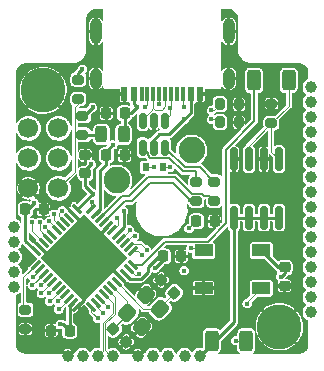
<source format=gbr>
%TF.GenerationSoftware,KiCad,Pcbnew,(5.99.0-11145-g173c9a974c)*%
%TF.CreationDate,2021-06-27T16:32:01+02:00*%
%TF.ProjectId,micro,6d696372-6f2e-46b6-9963-61645f706362,rev1.0*%
%TF.SameCoordinates,Original*%
%TF.FileFunction,Copper,L4,Bot*%
%TF.FilePolarity,Positive*%
%FSLAX46Y46*%
G04 Gerber Fmt 4.6, Leading zero omitted, Abs format (unit mm)*
G04 Created by KiCad (PCBNEW (5.99.0-11145-g173c9a974c)) date 2021-06-27 16:32:01*
%MOMM*%
%LPD*%
G01*
G04 APERTURE LIST*
G04 Aperture macros list*
%AMRoundRect*
0 Rectangle with rounded corners*
0 $1 Rounding radius*
0 $2 $3 $4 $5 $6 $7 $8 $9 X,Y pos of 4 corners*
0 Add a 4 corners polygon primitive as box body*
4,1,4,$2,$3,$4,$5,$6,$7,$8,$9,$2,$3,0*
0 Add four circle primitives for the rounded corners*
1,1,$1+$1,$2,$3*
1,1,$1+$1,$4,$5*
1,1,$1+$1,$6,$7*
1,1,$1+$1,$8,$9*
0 Add four rect primitives between the rounded corners*
20,1,$1+$1,$2,$3,$4,$5,0*
20,1,$1+$1,$4,$5,$6,$7,0*
20,1,$1+$1,$6,$7,$8,$9,0*
20,1,$1+$1,$8,$9,$2,$3,0*%
%AMRotRect*
0 Rectangle, with rotation*
0 The origin of the aperture is its center*
0 $1 length*
0 $2 width*
0 $3 Rotation angle, in degrees counterclockwise*
0 Add horizontal line*
21,1,$1,$2,0,0,$3*%
G04 Aperture macros list end*
%TA.AperFunction,ComponentPad*%
%ADD10C,2.250000*%
%TD*%
%TA.AperFunction,SMDPad,CuDef*%
%ADD11RoundRect,0.250000X0.312500X0.625000X-0.312500X0.625000X-0.312500X-0.625000X0.312500X-0.625000X0*%
%TD*%
%TA.AperFunction,ComponentPad*%
%ADD12C,1.000000*%
%TD*%
%TA.AperFunction,ConnectorPad*%
%ADD13C,3.800000*%
%TD*%
%TA.AperFunction,ComponentPad*%
%ADD14C,2.600000*%
%TD*%
%TA.AperFunction,SMDPad,CuDef*%
%ADD15R,1.500000X1.000000*%
%TD*%
%TA.AperFunction,SMDPad,CuDef*%
%ADD16RoundRect,0.200000X-0.275000X0.200000X-0.275000X-0.200000X0.275000X-0.200000X0.275000X0.200000X0*%
%TD*%
%TA.AperFunction,SMDPad,CuDef*%
%ADD17RoundRect,0.225000X-0.225000X-0.250000X0.225000X-0.250000X0.225000X0.250000X-0.225000X0.250000X0*%
%TD*%
%TA.AperFunction,SMDPad,CuDef*%
%ADD18RoundRect,0.200000X0.275000X-0.200000X0.275000X0.200000X-0.275000X0.200000X-0.275000X-0.200000X0*%
%TD*%
%TA.AperFunction,SMDPad,CuDef*%
%ADD19RoundRect,0.225000X0.335876X0.017678X0.017678X0.335876X-0.335876X-0.017678X-0.017678X-0.335876X0*%
%TD*%
%TA.AperFunction,SMDPad,CuDef*%
%ADD20RoundRect,0.225000X0.225000X0.250000X-0.225000X0.250000X-0.225000X-0.250000X0.225000X-0.250000X0*%
%TD*%
%TA.AperFunction,SMDPad,CuDef*%
%ADD21RoundRect,0.225000X0.250000X-0.225000X0.250000X0.225000X-0.250000X0.225000X-0.250000X-0.225000X0*%
%TD*%
%TA.AperFunction,SMDPad,CuDef*%
%ADD22R,0.600000X0.700000*%
%TD*%
%TA.AperFunction,SMDPad,CuDef*%
%ADD23RoundRect,0.170000X0.330000X-0.255000X0.330000X0.255000X-0.330000X0.255000X-0.330000X-0.255000X0*%
%TD*%
%TA.AperFunction,SMDPad,CuDef*%
%ADD24RoundRect,0.300000X-0.070711X-0.494975X0.494975X0.070711X0.070711X0.494975X-0.494975X-0.070711X0*%
%TD*%
%TA.AperFunction,SMDPad,CuDef*%
%ADD25RoundRect,0.200000X0.200000X0.275000X-0.200000X0.275000X-0.200000X-0.275000X0.200000X-0.275000X0*%
%TD*%
%TA.AperFunction,ComponentPad*%
%ADD26C,1.700000*%
%TD*%
%TA.AperFunction,SMDPad,CuDef*%
%ADD27RoundRect,0.200000X-0.200000X-0.275000X0.200000X-0.275000X0.200000X0.275000X-0.200000X0.275000X0*%
%TD*%
%TA.AperFunction,SMDPad,CuDef*%
%ADD28RoundRect,0.062500X0.291682X0.380070X-0.380070X-0.291682X-0.291682X-0.380070X0.380070X0.291682X0*%
%TD*%
%TA.AperFunction,SMDPad,CuDef*%
%ADD29RoundRect,0.062500X-0.291682X0.380070X-0.380070X0.291682X0.291682X-0.380070X0.380070X-0.291682X0*%
%TD*%
%TA.AperFunction,ComponentPad*%
%ADD30C,0.500000*%
%TD*%
%TA.AperFunction,SMDPad,CuDef*%
%ADD31RotRect,5.200000X5.200000X225.000000*%
%TD*%
%TA.AperFunction,SMDPad,CuDef*%
%ADD32RoundRect,0.243750X0.243750X0.456250X-0.243750X0.456250X-0.243750X-0.456250X0.243750X-0.456250X0*%
%TD*%
%TA.AperFunction,SMDPad,CuDef*%
%ADD33RoundRect,0.225000X-0.335876X-0.017678X-0.017678X-0.335876X0.335876X0.017678X0.017678X0.335876X0*%
%TD*%
%TA.AperFunction,SMDPad,CuDef*%
%ADD34RoundRect,0.250000X-0.312500X-0.625000X0.312500X-0.625000X0.312500X0.625000X-0.312500X0.625000X0*%
%TD*%
%TA.AperFunction,SMDPad,CuDef*%
%ADD35RoundRect,0.150000X-0.150000X0.512500X-0.150000X-0.512500X0.150000X-0.512500X0.150000X0.512500X0*%
%TD*%
%TA.AperFunction,SMDPad,CuDef*%
%ADD36RoundRect,0.150000X-0.150000X0.825000X-0.150000X-0.825000X0.150000X-0.825000X0.150000X0.825000X0*%
%TD*%
%TA.AperFunction,SMDPad,CuDef*%
%ADD37RoundRect,0.225000X-0.250000X0.225000X-0.250000X-0.225000X0.250000X-0.225000X0.250000X0.225000X0*%
%TD*%
%TA.AperFunction,SMDPad,CuDef*%
%ADD38R,0.600000X1.150000*%
%TD*%
%TA.AperFunction,SMDPad,CuDef*%
%ADD39R,0.300000X1.150000*%
%TD*%
%TA.AperFunction,ComponentPad*%
%ADD40O,1.000000X2.200000*%
%TD*%
%TA.AperFunction,ComponentPad*%
%ADD41O,1.000000X1.800000*%
%TD*%
%TA.AperFunction,ViaPad*%
%ADD42C,0.400000*%
%TD*%
%TA.AperFunction,Conductor*%
%ADD43C,0.250000*%
%TD*%
%TA.AperFunction,Conductor*%
%ADD44C,0.100000*%
%TD*%
%TA.AperFunction,Conductor*%
%ADD45C,0.200000*%
%TD*%
G04 APERTURE END LIST*
D10*
%TO.P,MX1,1,COL*%
%TO.N,COL0*%
X147430000Y-96770000D03*
%TO.P,MX1,2,ROW*%
%TO.N,Net-(D1-Pad2)*%
X153780000Y-94230000D03*
%TD*%
D11*
%TO.P,R9,2*%
%TO.N,BLD*%
X155477500Y-110370000D03*
%TO.P,R9,1*%
%TO.N,Net-(MX1-Pad4)*%
X158402500Y-110370000D03*
%TD*%
D12*
%TO.P,J7,1,Pin_1*%
%TO.N,ROW0*%
X163872579Y-88894000D03*
%TO.P,J7,2,Pin_2*%
%TO.N,ROW1*%
X163872579Y-90164000D03*
%TO.P,J7,3,Pin_3*%
%TO.N,ROW2*%
X163872579Y-91434000D03*
%TO.P,J7,4,Pin_4*%
%TO.N,ROW3*%
X163872579Y-92704000D03*
%TO.P,J7,5,Pin_5*%
%TO.N,ROW4*%
X163872579Y-93974000D03*
%TO.P,J7,6,Pin_6*%
%TO.N,ROW5*%
X163872579Y-95244000D03*
%TO.P,J7,7,Pin_7*%
%TO.N,ROW6*%
X163872579Y-96514000D03*
%TO.P,J7,8,Pin_8*%
%TO.N,ROW7*%
X163872579Y-97784000D03*
%TO.P,J7,9,Pin_9*%
%TO.N,ROW8*%
X163872579Y-99054000D03*
%TO.P,J7,10,Pin_10*%
%TO.N,ROW9*%
X163872579Y-100324000D03*
%TO.P,J7,11,Pin_11*%
%TO.N,ROW10*%
X163872579Y-101594000D03*
%TO.P,J7,12,Pin_12*%
%TO.N,ROW11*%
X163872579Y-102864000D03*
%TO.P,J7,13,Pin_13*%
%TO.N,ROW12*%
X163872579Y-104134000D03*
%TO.P,J7,14,Pin_14*%
%TO.N,ROW13*%
X163872579Y-105404000D03*
%TO.P,J7,15,Pin_15*%
%TO.N,ROW14*%
X163872579Y-106674000D03*
%TO.P,J7,16,Pin_16*%
%TO.N,ROW15*%
X163872579Y-107944000D03*
%TD*%
%TO.P,J3,1,Pin_1*%
%TO.N,BLD*%
X154455000Y-111660000D03*
%TO.P,J3,2,Pin_2*%
%TO.N,VCC*%
X153185000Y-111660000D03*
%TD*%
%TO.P,J4,1,Pin_1*%
%TO.N,GND*%
X149230000Y-111660000D03*
%TO.P,J4,2,Pin_2*%
%TO.N,RGBO*%
X150500000Y-111660000D03*
%TO.P,J4,3,Pin_3*%
%TO.N,VCC*%
X151770000Y-111660000D03*
%TD*%
%TO.P,J5,1,Pin_1*%
%TO.N,SDA*%
X147090000Y-111670000D03*
%TO.P,J5,2,Pin_2*%
%TO.N,SCK*%
X145820000Y-111670000D03*
%TO.P,J5,3,Pin_3*%
%TO.N,VCC*%
X144550000Y-111670000D03*
%TO.P,J5,4,Pin_4*%
%TO.N,GND*%
X143280000Y-111670000D03*
%TD*%
%TO.P,J6,1,Pin_1*%
%TO.N,COL0*%
X138710000Y-105810000D03*
%TO.P,J6,2,Pin_2*%
%TO.N,COL1*%
X138710000Y-104540000D03*
%TO.P,J6,3,Pin_3*%
%TO.N,COL2*%
X138710000Y-103270000D03*
%TO.P,J6,4,Pin_4*%
%TO.N,COL3*%
X138710000Y-102000000D03*
%TO.P,J6,5,Pin_5*%
%TO.N,COL4*%
X138710000Y-100730000D03*
%TD*%
D13*
%TO.P,H2,1,1*%
%TO.N,GND*%
X161212579Y-109159000D03*
D14*
X161212579Y-109159000D03*
%TD*%
%TO.P,H1,1,1*%
%TO.N,GND*%
X141212579Y-89159000D03*
D13*
X141212579Y-89159000D03*
%TD*%
D15*
%TO.P,D2,1,VDD*%
%TO.N,VCC*%
X159686579Y-102709000D03*
%TO.P,D2,2,DOUT*%
%TO.N,RGBO*%
X159686579Y-105909000D03*
%TO.P,D2,3,VSS*%
%TO.N,GND*%
X154786579Y-105909000D03*
%TO.P,D2,4,DIN*%
%TO.N,RGB*%
X154786579Y-102709000D03*
%TD*%
D16*
%TO.P,R6,1*%
%TO.N,VCC*%
X144192579Y-88244000D03*
%TO.P,R6,2*%
%TO.N,RST*%
X144192579Y-89894000D03*
%TD*%
%TO.P,R5,1*%
%TO.N,Net-(R5-Pad1)*%
X139712579Y-107724000D03*
%TO.P,R5,2*%
%TO.N,GND*%
X139712579Y-109374000D03*
%TD*%
D17*
%TO.P,C4,1*%
%TO.N,VCC*%
X151365000Y-103220000D03*
%TO.P,C4,2*%
%TO.N,GND*%
X152915000Y-103220000D03*
%TD*%
%TO.P,C9,1*%
%TO.N,Net-(C9-Pad1)*%
X154175579Y-100245000D03*
%TO.P,C9,2*%
%TO.N,GND*%
X155725579Y-100245000D03*
%TD*%
D18*
%TO.P,R8,1*%
%TO.N,Net-(Q1-Pad2)*%
X160538579Y-91926000D03*
%TO.P,R8,2*%
%TO.N,GND*%
X160538579Y-90276000D03*
%TD*%
D19*
%TO.P,C8,1*%
%TO.N,GND*%
X148248008Y-110438008D03*
%TO.P,C8,2*%
%TO.N,Net-(C8-Pad2)*%
X147151992Y-109341992D03*
%TD*%
D20*
%TO.P,C1,1*%
%TO.N,Net-(C1-Pad1)*%
X148105579Y-91101000D03*
%TO.P,C1,2*%
%TO.N,GND*%
X146555579Y-91101000D03*
%TD*%
D21*
%TO.P,C6,1*%
%TO.N,VCC*%
X144790579Y-96194000D03*
%TO.P,C6,2*%
%TO.N,GND*%
X144790579Y-94644000D03*
%TD*%
D16*
%TO.P,R4,1*%
%TO.N,/D+*%
X155712579Y-96880000D03*
%TO.P,R4,2*%
%TO.N,/D1-*%
X155712579Y-98530000D03*
%TD*%
D22*
%TO.P,D1,1,K*%
%TO.N,ROW0*%
X149932579Y-95673000D03*
%TO.P,D1,2,A*%
%TO.N,Net-(D1-Pad2)*%
X151332579Y-95673000D03*
%TD*%
D23*
%TO.P,FB1,1*%
%TO.N,Net-(F1-Pad2)*%
X144536579Y-92917000D03*
%TO.P,FB1,2*%
%TO.N,VCC*%
X144536579Y-91317000D03*
%TD*%
D24*
%TO.P,Y1,1,1*%
%TO.N,Net-(C8-Pad2)*%
X148339129Y-108001769D03*
%TO.P,Y1,2,2*%
%TO.N,GND*%
X149894764Y-106446134D03*
%TO.P,Y1,3,3*%
%TO.N,Net-(C7-Pad2)*%
X151096845Y-107648215D03*
%TO.P,Y1,4,4*%
%TO.N,GND*%
X149541210Y-109203850D03*
%TD*%
D25*
%TO.P,R1,1*%
%TO.N,GND*%
X157807579Y-91863000D03*
%TO.P,R1,2*%
%TO.N,Net-(J1-PadA5)*%
X156157579Y-91863000D03*
%TD*%
D26*
%TO.P,J2,1,MISO*%
%TO.N,ROW3*%
X142504579Y-92371000D03*
%TO.P,J2,2,VCC*%
%TO.N,VCC*%
X139964579Y-92371000D03*
%TO.P,J2,3,SCK*%
%TO.N,ROW1*%
X142504579Y-94911000D03*
%TO.P,J2,4,MOSI*%
%TO.N,ROW2*%
X139964579Y-94911000D03*
%TO.P,J2,5,~{RST}*%
%TO.N,RST*%
X142504579Y-97451000D03*
%TO.P,J2,6,GND*%
%TO.N,GND*%
X139964579Y-97451000D03*
%TD*%
D17*
%TO.P,C2,1*%
%TO.N,VCC*%
X139697579Y-99229000D03*
%TO.P,C2,2*%
%TO.N,GND*%
X141247579Y-99229000D03*
%TD*%
D27*
%TO.P,R2,1*%
%TO.N,Net-(J1-PadB5)*%
X156157579Y-90339000D03*
%TO.P,R2,2*%
%TO.N,GND*%
X157807579Y-90339000D03*
%TD*%
D17*
%TO.P,C5,1*%
%TO.N,VCC*%
X146555579Y-94657000D03*
%TO.P,C5,2*%
%TO.N,GND*%
X148105579Y-94657000D03*
%TD*%
D28*
%TO.P,U2,1,PE6*%
%TO.N,RGB*%
X145299039Y-99241555D03*
%TO.P,U2,2,UVcc*%
%TO.N,VCC*%
X145652592Y-99595109D03*
%TO.P,U2,3,D-*%
%TO.N,/D1-*%
X146006146Y-99948662D03*
%TO.P,U2,4,D+*%
%TO.N,/D1+*%
X146359699Y-100302215D03*
%TO.P,U2,5,UGnd*%
%TO.N,GND*%
X146713252Y-100655769D03*
%TO.P,U2,6,UCap*%
%TO.N,Net-(C9-Pad1)*%
X147066806Y-101009322D03*
%TO.P,U2,7,VBus*%
%TO.N,VCC*%
X147420359Y-101362876D03*
%TO.P,U2,8,PB0*%
%TO.N,ROW0*%
X147773913Y-101716429D03*
%TO.P,U2,9,PB1/SCK*%
%TO.N,ROW1*%
X148127466Y-102069982D03*
%TO.P,U2,10,PB2/MOSI*%
%TO.N,ROW2*%
X148481019Y-102423536D03*
%TO.P,U2,11,PB3/MISO*%
%TO.N,ROW3*%
X148834573Y-102777089D03*
D29*
%TO.P,U2,12,PB7*%
%TO.N,BL*%
X148834573Y-103961493D03*
%TO.P,U2,13,~{RESET}*%
%TO.N,RST*%
X148481019Y-104315046D03*
%TO.P,U2,14,VCC*%
%TO.N,VCC*%
X148127466Y-104668600D03*
%TO.P,U2,15,GND*%
%TO.N,GND*%
X147773913Y-105022153D03*
%TO.P,U2,16,XTAL1*%
%TO.N,Net-(C7-Pad2)*%
X147420359Y-105375706D03*
%TO.P,U2,17,XTAL2*%
%TO.N,Net-(C8-Pad2)*%
X147066806Y-105729260D03*
%TO.P,U2,18,PD0*%
%TO.N,SDA*%
X146713252Y-106082813D03*
%TO.P,U2,19,PD1*%
%TO.N,SCK*%
X146359699Y-106436367D03*
%TO.P,U2,20,PD2*%
%TO.N,ROW13*%
X146006146Y-106789920D03*
%TO.P,U2,21,PD3*%
%TO.N,ROW14*%
X145652592Y-107143473D03*
%TO.P,U2,22,PD5*%
%TO.N,ROW15*%
X145299039Y-107497027D03*
D28*
%TO.P,U2,23,GND*%
%TO.N,GND*%
X144114635Y-107497027D03*
%TO.P,U2,24,AVCC*%
%TO.N,VCC*%
X143761082Y-107143473D03*
%TO.P,U2,25,PD4*%
%TO.N,ROW12*%
X143407528Y-106789920D03*
%TO.P,U2,26,PD6*%
%TO.N,ROW11*%
X143053975Y-106436367D03*
%TO.P,U2,27,PD7*%
%TO.N,ROW10*%
X142700422Y-106082813D03*
%TO.P,U2,28,PB4*%
%TO.N,ROW9*%
X142346868Y-105729260D03*
%TO.P,U2,29,PB5*%
%TO.N,ROW8*%
X141993315Y-105375706D03*
%TO.P,U2,30,PB6*%
%TO.N,ROW7*%
X141639761Y-105022153D03*
%TO.P,U2,31,PC6*%
%TO.N,ROW6*%
X141286208Y-104668600D03*
%TO.P,U2,32,PC7*%
%TO.N,ROW5*%
X140932655Y-104315046D03*
%TO.P,U2,33,PE2/~{HWB}*%
%TO.N,Net-(R5-Pad1)*%
X140579101Y-103961493D03*
D29*
%TO.P,U2,34,VCC*%
%TO.N,VCC*%
X140579101Y-102777089D03*
%TO.P,U2,35,GND*%
%TO.N,GND*%
X140932655Y-102423536D03*
%TO.P,U2,36,PF7*%
%TO.N,COL4*%
X141286208Y-102069982D03*
%TO.P,U2,37,PF6*%
%TO.N,COL3*%
X141639761Y-101716429D03*
%TO.P,U2,38,PF5*%
%TO.N,COL2*%
X141993315Y-101362876D03*
%TO.P,U2,39,PF4*%
%TO.N,COL1*%
X142346868Y-101009322D03*
%TO.P,U2,40,PF1*%
%TO.N,COL0*%
X142700422Y-100655769D03*
%TO.P,U2,41,PF0*%
%TO.N,ROW4*%
X143053975Y-100302215D03*
%TO.P,U2,42,AREF*%
%TO.N,unconnected-(U2-Pad42)*%
X143407528Y-99948662D03*
%TO.P,U2,43,GND*%
%TO.N,GND*%
X143761082Y-99595109D03*
%TO.P,U2,44,AVCC*%
%TO.N,VCC*%
X144114635Y-99241555D03*
D30*
%TO.P,U2,45,EP*%
%TO.N,GND*%
X144706837Y-101707590D03*
D31*
X144706837Y-103369291D03*
D30*
X141383435Y-103369291D03*
X148030239Y-103369291D03*
D31*
X144706837Y-103369291D03*
D30*
X146368538Y-101707590D03*
X143045136Y-105030992D03*
X144706837Y-100045889D03*
X144706837Y-103369291D03*
X144706837Y-105030992D03*
X143045136Y-101707590D03*
X146368538Y-105030992D03*
X143045136Y-103369291D03*
X144706837Y-106692693D03*
X146368538Y-103369291D03*
%TD*%
D32*
%TO.P,F1,1*%
%TO.N,Net-(C1-Pad1)*%
X148014079Y-92879000D03*
%TO.P,F1,2*%
%TO.N,Net-(F1-Pad2)*%
X146139079Y-92879000D03*
%TD*%
D20*
%TO.P,C3,1*%
%TO.N,VCC*%
X143447579Y-109499000D03*
%TO.P,C3,2*%
%TO.N,GND*%
X141897579Y-109499000D03*
%TD*%
D16*
%TO.P,R3,1*%
%TO.N,/D-*%
X154188579Y-96880000D03*
%TO.P,R3,2*%
%TO.N,/D1+*%
X154188579Y-98530000D03*
%TD*%
D33*
%TO.P,C7,1*%
%TO.N,GND*%
X151201979Y-105204976D03*
%TO.P,C7,2*%
%TO.N,Net-(C7-Pad2)*%
X152297995Y-106300992D03*
%TD*%
D34*
%TO.P,R7,1*%
%TO.N,BL*%
X159076079Y-88307000D03*
%TO.P,R7,2*%
%TO.N,Net-(Q1-Pad2)*%
X162001079Y-88307000D03*
%TD*%
D35*
%TO.P,U1,1,IO1*%
%TO.N,Net-(J1-PadA7)*%
X149632579Y-91731500D03*
%TO.P,U1,2,GND*%
%TO.N,GND*%
X150582579Y-91731500D03*
%TO.P,U1,3,IO2*%
%TO.N,Net-(J1-PadA6)*%
X151532579Y-91731500D03*
%TO.P,U1,4,IO2*%
%TO.N,/D+*%
X151532579Y-94006500D03*
%TO.P,U1,5,VBUS*%
%TO.N,Net-(C1-Pad1)*%
X150582579Y-94006500D03*
%TO.P,U1,6,IO1*%
%TO.N,/D-*%
X149632579Y-94006500D03*
%TD*%
D36*
%TO.P,Q1,1,S1*%
%TO.N,GND*%
X157363579Y-94976000D03*
%TO.P,Q1,2,G1*%
%TO.N,Net-(Q1-Pad2)*%
X158633579Y-94976000D03*
%TO.P,Q1,3,S2*%
%TO.N,GND*%
X159903579Y-94976000D03*
%TO.P,Q1,4,G2*%
%TO.N,Net-(Q1-Pad2)*%
X161173579Y-94976000D03*
%TO.P,Q1,5,D2*%
%TO.N,BLD*%
X161173579Y-99926000D03*
%TO.P,Q1,6,D2*%
X159903579Y-99926000D03*
%TO.P,Q1,7,D1*%
X158633579Y-99926000D03*
%TO.P,Q1,8,D1*%
X157363579Y-99926000D03*
%TD*%
D37*
%TO.P,C10,1*%
%TO.N,VCC*%
X161652579Y-104154000D03*
%TO.P,C10,2*%
%TO.N,GND*%
X161652579Y-105704000D03*
%TD*%
D38*
%TO.P,J1,A1,GND*%
%TO.N,GND*%
X148092579Y-89456500D03*
%TO.P,J1,A4,VBUS*%
%TO.N,Net-(C1-Pad1)*%
X148892579Y-89456500D03*
D39*
%TO.P,J1,A5,CC1*%
%TO.N,Net-(J1-PadA5)*%
X150042579Y-89456500D03*
%TO.P,J1,A6,D+*%
%TO.N,Net-(J1-PadA6)*%
X151042579Y-89456500D03*
%TO.P,J1,A7,D-*%
%TO.N,Net-(J1-PadA7)*%
X151542579Y-89456500D03*
%TO.P,J1,A8,SBU1*%
%TO.N,unconnected-(J1-PadA8)*%
X152542579Y-89456500D03*
D38*
%TO.P,J1,A9,VBUS*%
%TO.N,Net-(C1-Pad1)*%
X153692579Y-89456500D03*
%TO.P,J1,A12,GND*%
%TO.N,GND*%
X154492579Y-89456500D03*
%TO.P,J1,B1,GND*%
X154492579Y-89456500D03*
%TO.P,J1,B4,VBUS*%
%TO.N,Net-(C1-Pad1)*%
X153692579Y-89456500D03*
D39*
%TO.P,J1,B5,CC2*%
%TO.N,Net-(J1-PadB5)*%
X153042579Y-89456500D03*
%TO.P,J1,B6,D+*%
%TO.N,Net-(J1-PadA6)*%
X152042579Y-89456500D03*
%TO.P,J1,B7,D-*%
%TO.N,Net-(J1-PadA7)*%
X150542579Y-89456500D03*
%TO.P,J1,B8,SBU2*%
%TO.N,unconnected-(J1-PadB8)*%
X149542579Y-89456500D03*
D38*
%TO.P,J1,B9,VBUS*%
%TO.N,Net-(C1-Pad1)*%
X148892579Y-89456500D03*
%TO.P,J1,B12,GND*%
%TO.N,GND*%
X148092579Y-89456500D03*
D40*
%TO.P,J1,S1,SHIELD*%
X156912579Y-84156500D03*
D41*
X156912579Y-88156500D03*
D40*
X145672579Y-84156500D03*
D41*
X145672579Y-88156500D03*
%TD*%
D42*
%TO.N,GND*%
X154040000Y-104370000D03*
X151740000Y-104360000D03*
%TO.N,Net-(MX1-Pad4)*%
X157500000Y-110350000D03*
X153140000Y-104420000D03*
%TO.N,RST*%
X149340000Y-104669491D03*
%TO.N,GND*%
X148810000Y-99640000D03*
X153220000Y-96590000D03*
X143370000Y-98860000D03*
X140280000Y-103370000D03*
X146490000Y-98900000D03*
X149680000Y-92840000D03*
X145360000Y-93820000D03*
X152840000Y-101290000D03*
%TO.N,VCC*%
X147110000Y-93780000D03*
%TO.N,GND*%
X140790000Y-108660000D03*
X158490000Y-104080000D03*
%TO.N,Net-(C1-Pad1)*%
X153172579Y-91609000D03*
X149152579Y-90609000D03*
%TO.N,GND*%
X158372579Y-96879000D03*
X155822579Y-89339000D03*
X146802579Y-89589000D03*
X153372579Y-108789000D03*
%TO.N,VCC*%
X140472579Y-98721000D03*
X142662579Y-108969000D03*
X145442579Y-97919000D03*
X148020000Y-99380000D03*
X145298579Y-95419000D03*
X150670000Y-104210000D03*
X145392579Y-90599000D03*
X144532579Y-87359000D03*
X161340000Y-104930000D03*
%TO.N,Net-(C9-Pad1)*%
X147430000Y-100000000D03*
X153560000Y-100850000D03*
%TO.N,Net-(D1-Pad2)*%
X151952579Y-95669000D03*
%TO.N,RGB*%
X153730000Y-102511900D03*
X145313948Y-98642576D03*
%TO.N,RGBO*%
X158480000Y-107208060D03*
%TO.N,Net-(J1-PadA5)*%
X155458579Y-91609000D03*
X149870579Y-90593000D03*
%TO.N,Net-(J1-PadA6)*%
X151982579Y-90639000D03*
X151032579Y-90349000D03*
%TO.N,Net-(J1-PadB5)*%
X153172579Y-90593000D03*
X155458579Y-90847000D03*
%TO.N,ROW0*%
X150632579Y-95673000D03*
X148520000Y-100940000D03*
%TO.N,ROW3*%
X149552579Y-103129000D03*
%TO.N,ROW2*%
X149962579Y-102639000D03*
%TO.N,ROW1*%
X148952579Y-101499000D03*
%TO.N,COL0*%
X142140000Y-99640000D03*
%TO.N,ROW9*%
X141712579Y-106349000D03*
%TO.N,ROW10*%
X141772579Y-106999000D03*
%TO.N,ROW12*%
X142530000Y-107670000D03*
%TO.N,ROW11*%
X142452579Y-107029000D03*
%TO.N,ROW13*%
X146670000Y-107460000D03*
%TO.N,ROW14*%
X146242579Y-107979000D03*
%TO.N,ROW4*%
X142830000Y-99340000D03*
%TO.N,ROW5*%
X140322579Y-104929000D03*
%TO.N,ROW6*%
X140292579Y-105669000D03*
%TO.N,ROW7*%
X141012579Y-105629000D03*
%TO.N,ROW8*%
X141052579Y-106349000D03*
%TO.N,COL1*%
X141730000Y-100260000D03*
%TO.N,COL2*%
X141340000Y-100710000D03*
%TO.N,COL3*%
X140900000Y-100320000D03*
%TO.N,COL4*%
X140250000Y-100340000D03*
%TO.N,ROW15*%
X145840000Y-108450000D03*
%TD*%
D43*
%TO.N,BLD*%
X157363579Y-108776421D02*
X154935000Y-111205000D01*
X154935000Y-111205000D02*
X154606028Y-111533972D01*
X155477500Y-110370000D02*
X155477500Y-110662500D01*
X155477500Y-110662500D02*
X154935000Y-111205000D01*
X154455000Y-111392500D02*
X154455000Y-111533972D01*
D44*
%TO.N,Net-(MX1-Pad4)*%
X157500000Y-110350000D02*
X157520000Y-110370000D01*
X157520000Y-110370000D02*
X158402500Y-110370000D01*
D45*
%TO.N,BL*%
X159076079Y-88307000D02*
X159076079Y-91787132D01*
X159076079Y-91787132D02*
X156690000Y-94173211D01*
X149541073Y-103961493D02*
X148834573Y-103961493D01*
X156690000Y-94173211D02*
X156690000Y-100420000D01*
X156690000Y-100420000D02*
X155140000Y-101970000D01*
X155140000Y-101970000D02*
X151532566Y-101970000D01*
X151532566Y-101970000D02*
X149541073Y-103961493D01*
D43*
%TO.N,VCC*%
X148127466Y-104668600D02*
X148562385Y-105103519D01*
X148562385Y-105103519D02*
X149506322Y-105103519D01*
X149506322Y-105103519D02*
X150080000Y-104529841D01*
X150080000Y-104529841D02*
X150080000Y-104150000D01*
X150080000Y-104150000D02*
X151010000Y-103220000D01*
X151010000Y-103220000D02*
X151365000Y-103220000D01*
%TO.N,BLD*%
X157363579Y-99926000D02*
X157363579Y-108776421D01*
X154606028Y-111533972D02*
X154455000Y-111533972D01*
%TO.N,VCC*%
X150670000Y-104210000D02*
X151365000Y-103515000D01*
X151365000Y-103515000D02*
X151365000Y-103220000D01*
D44*
%TO.N,RST*%
X149180491Y-104829000D02*
X149340000Y-104669491D01*
X148994973Y-104829000D02*
X149180491Y-104829000D01*
X148994973Y-104829000D02*
X148481019Y-104315046D01*
D43*
%TO.N,VCC*%
X161652579Y-104617421D02*
X161652579Y-104154000D01*
X161340000Y-104930000D02*
X161652579Y-104617421D01*
D44*
%TO.N,RGBO*%
X158480000Y-107208060D02*
X158480000Y-107115579D01*
X158480000Y-107115579D02*
X159686579Y-105909000D01*
%TO.N,ROW12*%
X142530000Y-107670000D02*
X142530000Y-107667448D01*
X142530000Y-107667448D02*
X143407528Y-106789920D01*
%TO.N,SDA*%
X146713252Y-106082813D02*
X147282099Y-106651660D01*
X147282099Y-106651660D02*
X147282099Y-108051644D01*
X147282099Y-108051644D02*
X146436596Y-108897147D01*
X146436596Y-108897147D02*
X146436596Y-111156596D01*
X146436596Y-111156596D02*
X146888977Y-111608977D01*
X146888977Y-111608977D02*
X147090000Y-111608977D01*
%TO.N,SCK*%
X146359699Y-106436367D02*
X147082579Y-107159247D01*
X147082579Y-107159247D02*
X147082579Y-107969000D01*
X147082579Y-107969000D02*
X146237076Y-108814504D01*
X146237076Y-108814504D02*
X146237076Y-111191902D01*
X146237076Y-111191902D02*
X145820000Y-111608978D01*
D43*
%TO.N,VCC*%
X148020000Y-99380000D02*
X148020000Y-100741579D01*
X148020000Y-100741579D02*
X147420359Y-101341220D01*
X147420359Y-101341220D02*
X147420359Y-101362876D01*
D44*
%TO.N,ROW4*%
X142592579Y-99789000D02*
X143053975Y-100250396D01*
X142830000Y-99340000D02*
X142592579Y-99577421D01*
X142592579Y-99577421D02*
X142592579Y-99789000D01*
X143053975Y-100250396D02*
X143053975Y-100302215D01*
%TO.N,RGB*%
X145299039Y-98657485D02*
X145299039Y-99241555D01*
X145313948Y-98642576D02*
X145299039Y-98657485D01*
D43*
%TO.N,VCC*%
X146555579Y-94334421D02*
X147110000Y-93780000D01*
X146555579Y-94657000D02*
X146555579Y-94334421D01*
X146000000Y-99247701D02*
X146000000Y-95960000D01*
X145652592Y-99595109D02*
X146000000Y-99247701D01*
X146000000Y-95960000D02*
X146555579Y-95404421D01*
X146555579Y-95404421D02*
X146555579Y-94657000D01*
D44*
%TO.N,Net-(C9-Pad1)*%
X153560000Y-100850000D02*
X153570579Y-100850000D01*
X153570579Y-100850000D02*
X154175579Y-100245000D01*
%TO.N,RGB*%
X153730000Y-102511900D02*
X154589479Y-102511900D01*
X154589479Y-102511900D02*
X154786579Y-102709000D01*
%TO.N,ROW13*%
X146262099Y-107045873D02*
X146006146Y-106789920D01*
X146670000Y-107460000D02*
X146262099Y-107052099D01*
X146262099Y-107052099D02*
X146262099Y-107045873D01*
%TO.N,ROW15*%
X145840000Y-108450000D02*
X145299039Y-107909039D01*
X145299039Y-107909039D02*
X145299039Y-107497027D01*
%TO.N,Net-(C9-Pad1)*%
X147430000Y-100000000D02*
X147522579Y-100092579D01*
X147522579Y-100092579D02*
X147522579Y-100589000D01*
X147522579Y-100589000D02*
X147102257Y-101009322D01*
X147102257Y-101009322D02*
X147066806Y-101009322D01*
%TO.N,ROW0*%
X148520000Y-100940000D02*
X148520000Y-100970342D01*
X148520000Y-100970342D02*
X147773913Y-101716429D01*
%TO.N,COL2*%
X141340000Y-100710000D02*
X141340439Y-100710000D01*
X141340439Y-100710000D02*
X141993315Y-101362876D01*
%TO.N,COL0*%
X142140000Y-99640000D02*
X142140000Y-100095347D01*
X142140000Y-100095347D02*
X142700422Y-100655769D01*
%TO.N,COL1*%
X141730000Y-100260000D02*
X142346868Y-100876868D01*
X142346868Y-100876868D02*
X142346868Y-101009322D01*
%TO.N,COL3*%
X140900000Y-100320000D02*
X140900000Y-100976668D01*
X140900000Y-100976668D02*
X141639761Y-101716429D01*
%TO.N,COL4*%
X140250000Y-100340000D02*
X140250000Y-101033774D01*
X140250000Y-101033774D02*
X141286208Y-102069982D01*
D43*
%TO.N,Net-(C1-Pad1)*%
X153692579Y-91089000D02*
X153692579Y-89456500D01*
X148105579Y-92787500D02*
X148014079Y-92879000D01*
X150582579Y-94006500D02*
X150582579Y-93344000D01*
X148105579Y-91101000D02*
X148105579Y-92787500D01*
X148892579Y-90349000D02*
X148892579Y-89456500D01*
X148105579Y-91101000D02*
X148660579Y-91101000D01*
X148660579Y-91101000D02*
X149152579Y-90609000D01*
X150582579Y-93344000D02*
X151047579Y-92879000D01*
X151902579Y-92879000D02*
X153172579Y-91609000D01*
X151047579Y-92879000D02*
X151902579Y-92879000D01*
X153172579Y-91609000D02*
X153692579Y-91089000D01*
X149152579Y-90609000D02*
X148892579Y-90349000D01*
%TO.N,GND*%
X144114635Y-107497027D02*
X144706837Y-106904825D01*
X144706837Y-100540864D02*
X144706837Y-103369291D01*
X144706837Y-102662184D02*
X144706837Y-103369291D01*
X143761082Y-99595109D02*
X144706837Y-100540864D01*
X144706837Y-106904825D02*
X144706837Y-103369291D01*
X147773913Y-105022153D02*
X146121051Y-103369291D01*
X140932655Y-102423536D02*
X141878410Y-103369291D01*
X146121051Y-103369291D02*
X144706837Y-103369291D01*
X146713252Y-100655769D02*
X144706837Y-102662184D01*
X141878410Y-103369291D02*
X144706837Y-103369291D01*
%TO.N,VCC*%
X139964579Y-99229000D02*
X139697579Y-99229000D01*
X140472579Y-98721000D02*
X139964579Y-99229000D01*
X145437190Y-97919000D02*
X144114635Y-99241555D01*
X144790579Y-95927000D02*
X145298579Y-95419000D01*
X144192579Y-87699000D02*
X144532579Y-87359000D01*
X144790579Y-96194000D02*
X144790579Y-95927000D01*
X144674579Y-91317000D02*
X145392579Y-90599000D01*
X139697579Y-101895567D02*
X139697579Y-99229000D01*
X161131579Y-104154000D02*
X161652579Y-104154000D01*
X142662579Y-108969000D02*
X142917579Y-108969000D01*
X140579101Y-102777089D02*
X139697579Y-101895567D01*
X145442579Y-97919000D02*
X145437190Y-97919000D01*
X144790579Y-96194000D02*
X144790579Y-97267000D01*
X143442545Y-108969000D02*
X143442545Y-107462010D01*
X143442545Y-108969000D02*
X143447579Y-108974034D01*
X143447579Y-108974034D02*
X143447579Y-109499000D01*
X142917579Y-108969000D02*
X143447579Y-109499000D01*
X144790579Y-97267000D02*
X145442579Y-97919000D01*
X144536579Y-91317000D02*
X144674579Y-91317000D01*
X159686579Y-102709000D02*
X161131579Y-104154000D01*
X143442545Y-107462010D02*
X143761082Y-107143473D01*
X144192579Y-88244000D02*
X144192579Y-87699000D01*
D44*
%TO.N,Net-(C7-Pad2)*%
X147420359Y-105375706D02*
X149692868Y-107648215D01*
X149692868Y-107648215D02*
X151096845Y-107648215D01*
X152297995Y-106341000D02*
X151096845Y-107542150D01*
X151096845Y-107542150D02*
X151096845Y-107648215D01*
%TO.N,Net-(C8-Pad2)*%
X147076579Y-109389000D02*
X148277729Y-108187850D01*
X147066806Y-105729260D02*
X148339129Y-107001583D01*
X148339129Y-107001583D02*
X148339129Y-108001769D01*
X148277729Y-108187850D02*
X148277729Y-108081785D01*
%TO.N,Net-(D1-Pad2)*%
X151948579Y-95673000D02*
X151332579Y-95673000D01*
X151952579Y-95669000D02*
X151948579Y-95673000D01*
D43*
%TO.N,Net-(F1-Pad2)*%
X146101079Y-92917000D02*
X146139079Y-92879000D01*
X144536579Y-92917000D02*
X146101079Y-92917000D01*
D44*
%TO.N,Net-(J1-PadA5)*%
X155903579Y-91609000D02*
X156157579Y-91863000D01*
X150042579Y-89456500D02*
X150042579Y-90421000D01*
X155458579Y-91609000D02*
X155903579Y-91609000D01*
X150042579Y-90421000D02*
X149870579Y-90593000D01*
%TO.N,Net-(J1-PadA6)*%
X152042579Y-90579000D02*
X152042579Y-89456500D01*
X151042579Y-90339000D02*
X151042579Y-89456500D01*
X151032579Y-90349000D02*
X151042579Y-90339000D01*
X151982579Y-91281500D02*
X151532579Y-91731500D01*
X151982579Y-90639000D02*
X151982579Y-91281500D01*
X151982579Y-90639000D02*
X152042579Y-90579000D01*
%TO.N,Net-(J1-PadA7)*%
X150663235Y-90799000D02*
X150542579Y-90678344D01*
X150542579Y-90679000D02*
X150302099Y-90919480D01*
X151542579Y-89456500D02*
X151542579Y-90519000D01*
X151262579Y-90799000D02*
X150663235Y-90799000D01*
X150542579Y-89456500D02*
X150542579Y-90678344D01*
X150302099Y-90919480D02*
X150301443Y-90919480D01*
X150542579Y-90678344D02*
X150542579Y-90679000D01*
X149632579Y-91588344D02*
X149632579Y-91731500D01*
X151542579Y-90519000D02*
X151262579Y-90799000D01*
X150301443Y-90919480D02*
X149632579Y-91588344D01*
%TO.N,Net-(J1-PadB5)*%
X155458579Y-90847000D02*
X155649579Y-90847000D01*
X153042579Y-89456500D02*
X153042579Y-90463000D01*
X153042579Y-90463000D02*
X153172579Y-90593000D01*
X155649579Y-90847000D02*
X156157579Y-90339000D01*
%TO.N,RST*%
X143887059Y-96068520D02*
X142504579Y-97451000D01*
X143767579Y-89839000D02*
X144137579Y-89839000D01*
X143887059Y-90569520D02*
X143887059Y-96068520D01*
X144377579Y-90079000D02*
X143887059Y-90569520D01*
X144137579Y-89839000D02*
X144377579Y-90079000D01*
%TO.N,Net-(Q1-Pad2)*%
X158633579Y-94976000D02*
X158633579Y-93831000D01*
X160538579Y-91926000D02*
X160538579Y-94341000D01*
X160538579Y-91926000D02*
X162001079Y-90463500D01*
X162001079Y-90463500D02*
X162001079Y-88307000D01*
X158633579Y-93831000D02*
X160538579Y-91926000D01*
X160538579Y-94341000D02*
X161173579Y-94976000D01*
D43*
%TO.N,BLD*%
X161173579Y-99926000D02*
X157363579Y-99926000D01*
D45*
%TO.N,/D-*%
X150082579Y-94670368D02*
X150280731Y-94868520D01*
X153027555Y-96013502D02*
X154188579Y-96013502D01*
X149632579Y-94006500D02*
X150082579Y-94456500D01*
X150280731Y-94868520D02*
X151882573Y-94868520D01*
X154188579Y-96013502D02*
X154188579Y-96880000D01*
X151882573Y-94868520D02*
X153027555Y-96013502D01*
X150082579Y-94456500D02*
X150082579Y-94670368D01*
%TO.N,/D+*%
X153195079Y-95669000D02*
X154501579Y-95669000D01*
X151532579Y-94006500D02*
X153195079Y-95669000D01*
X154501579Y-95669000D02*
X155712579Y-96880000D01*
D44*
%TO.N,Net-(R5-Pad1)*%
X139542579Y-104998015D02*
X139542579Y-107554000D01*
X139542579Y-107554000D02*
X139712579Y-107724000D01*
X140579101Y-103961493D02*
X139542579Y-104998015D01*
D45*
%TO.N,/D1+*%
X153570000Y-98346666D02*
X152194914Y-96971579D01*
X148691824Y-98530000D02*
X148096560Y-98530000D01*
X150250244Y-96971580D02*
X148691824Y-98530000D01*
X154188579Y-98530000D02*
X153570000Y-98530000D01*
X148096560Y-98530000D02*
X146359699Y-100266861D01*
X153570000Y-98530000D02*
X153570000Y-98346666D01*
X152194914Y-96971579D02*
X150250244Y-96971580D01*
X146359699Y-100266861D02*
X146359699Y-100302215D01*
%TO.N,/D1-*%
X154785657Y-98080000D02*
X154636137Y-97930480D01*
X150063852Y-96521588D02*
X148505440Y-98080000D01*
X154636137Y-97930480D02*
X153790198Y-97930480D01*
X148505440Y-98080000D02*
X147910162Y-98080000D01*
X146041500Y-99948662D02*
X146006146Y-99948662D01*
X155262579Y-98080000D02*
X154785657Y-98080000D01*
X152381306Y-96521588D02*
X150063852Y-96521588D01*
X153790198Y-97930480D02*
X152381306Y-96521588D01*
X147910162Y-98080000D02*
X146041500Y-99948662D01*
X155712579Y-98530000D02*
X155262579Y-98080000D01*
D44*
%TO.N,ROW0*%
X149932579Y-95673000D02*
X150632579Y-95673000D01*
%TO.N,ROW3*%
X149552579Y-103129000D02*
X149200668Y-102777089D01*
X149200668Y-102777089D02*
X148834573Y-102777089D01*
%TO.N,ROW2*%
X149503578Y-102179999D02*
X148724556Y-102179999D01*
X148724556Y-102179999D02*
X148481019Y-102423536D01*
X149962579Y-102639000D02*
X149503578Y-102179999D01*
%TO.N,ROW1*%
X148952579Y-101499000D02*
X148698448Y-101499000D01*
X148698448Y-101499000D02*
X148127466Y-102069982D01*
%TO.N,ROW9*%
X141712579Y-106349000D02*
X142332319Y-105729260D01*
X142332319Y-105729260D02*
X142346868Y-105729260D01*
%TO.N,ROW10*%
X141772579Y-106999000D02*
X142688766Y-106082813D01*
X142688766Y-106082813D02*
X142700422Y-106082813D01*
%TO.N,ROW11*%
X143045212Y-106436367D02*
X143053975Y-106436367D01*
X142452579Y-107029000D02*
X143045212Y-106436367D01*
%TO.N,ROW14*%
X146242579Y-107979000D02*
X145652592Y-107389013D01*
X145652592Y-107389013D02*
X145652592Y-107143473D01*
%TO.N,ROW5*%
X140322579Y-104929000D02*
X140322579Y-104925122D01*
X140322579Y-104925122D02*
X140932655Y-104315046D01*
%TO.N,ROW6*%
X140292579Y-105662229D02*
X141286208Y-104668600D01*
X140292579Y-105669000D02*
X140292579Y-105662229D01*
%TO.N,ROW7*%
X141012579Y-105629000D02*
X141619426Y-105022153D01*
X141619426Y-105022153D02*
X141639761Y-105022153D01*
%TO.N,ROW8*%
X141052579Y-106316442D02*
X141993315Y-105375706D01*
X141052579Y-106349000D02*
X141052579Y-106316442D01*
%TD*%
%TA.AperFunction,Conductor*%
%TO.N,GND*%
G36*
X139926525Y-105037626D02*
G01*
X139936790Y-105054375D01*
X139936926Y-105054306D01*
X139937436Y-105055306D01*
X139938678Y-105057744D01*
X139938678Y-105057745D01*
X139987145Y-105152866D01*
X139994523Y-105167347D01*
X140081989Y-105254813D01*
X140096341Y-105289461D01*
X140081989Y-105324109D01*
X140069587Y-105333120D01*
X140054232Y-105340944D01*
X139964523Y-105430653D01*
X139962772Y-105434090D01*
X139962771Y-105434091D01*
X139908677Y-105540256D01*
X139908676Y-105540260D01*
X139906926Y-105543694D01*
X139894375Y-105622937D01*
X139890476Y-105647553D01*
X139878542Y-105667027D01*
X139890476Y-105690447D01*
X139906926Y-105794306D01*
X139908676Y-105797740D01*
X139908677Y-105797744D01*
X139953755Y-105886214D01*
X139964523Y-105907347D01*
X140054232Y-105997056D01*
X140057669Y-105998807D01*
X140057670Y-105998808D01*
X140163835Y-106052902D01*
X140163839Y-106052903D01*
X140167273Y-106054653D01*
X140292579Y-106074500D01*
X140417885Y-106054653D01*
X140421319Y-106052903D01*
X140421323Y-106052902D01*
X140527488Y-105998808D01*
X140527489Y-105998807D01*
X140530926Y-105997056D01*
X140620635Y-105907347D01*
X140625084Y-105898615D01*
X140653600Y-105874260D01*
X140690987Y-105877202D01*
X140703390Y-105886214D01*
X140774232Y-105957056D01*
X140782964Y-105961505D01*
X140807319Y-105990021D01*
X140804377Y-106027408D01*
X140795365Y-106039811D01*
X140724523Y-106110653D01*
X140722772Y-106114090D01*
X140722771Y-106114091D01*
X140668677Y-106220256D01*
X140668676Y-106220260D01*
X140666926Y-106223694D01*
X140647079Y-106349000D01*
X140666926Y-106474306D01*
X140668676Y-106477740D01*
X140668677Y-106477744D01*
X140722579Y-106583532D01*
X140724523Y-106587347D01*
X140814232Y-106677056D01*
X140817669Y-106678807D01*
X140817670Y-106678808D01*
X140923835Y-106732902D01*
X140923839Y-106732903D01*
X140927273Y-106734653D01*
X141052579Y-106754500D01*
X141177885Y-106734653D01*
X141181319Y-106732903D01*
X141181323Y-106732902D01*
X141287488Y-106678808D01*
X141287489Y-106678807D01*
X141290926Y-106677056D01*
X141347931Y-106620051D01*
X141382579Y-106605699D01*
X141417227Y-106620051D01*
X141466528Y-106669352D01*
X141480880Y-106704000D01*
X141466528Y-106738648D01*
X141444523Y-106760653D01*
X141442772Y-106764090D01*
X141442771Y-106764091D01*
X141388677Y-106870256D01*
X141388676Y-106870260D01*
X141386926Y-106873694D01*
X141367079Y-106999000D01*
X141386926Y-107124306D01*
X141388676Y-107127740D01*
X141388677Y-107127744D01*
X141442771Y-107233909D01*
X141444523Y-107237347D01*
X141534232Y-107327056D01*
X141537669Y-107328807D01*
X141537670Y-107328808D01*
X141643835Y-107382902D01*
X141643839Y-107382903D01*
X141647273Y-107384653D01*
X141772579Y-107404500D01*
X141897885Y-107384653D01*
X141901319Y-107382903D01*
X141901323Y-107382902D01*
X142007488Y-107328808D01*
X142007489Y-107328807D01*
X142010926Y-107327056D01*
X142062931Y-107275051D01*
X142097579Y-107260699D01*
X142132227Y-107275051D01*
X142210739Y-107353563D01*
X142225091Y-107388211D01*
X142210738Y-107422859D01*
X142201944Y-107431653D01*
X142200193Y-107435090D01*
X142200192Y-107435091D01*
X142146098Y-107541256D01*
X142146097Y-107541260D01*
X142144347Y-107544694D01*
X142124500Y-107670000D01*
X142144347Y-107795306D01*
X142146097Y-107798740D01*
X142146098Y-107798744D01*
X142199104Y-107902773D01*
X142201944Y-107908347D01*
X142291653Y-107998056D01*
X142295090Y-107999807D01*
X142295091Y-107999808D01*
X142401256Y-108053902D01*
X142401260Y-108053903D01*
X142404694Y-108055653D01*
X142530000Y-108075500D01*
X142655306Y-108055653D01*
X142658740Y-108053903D01*
X142658744Y-108053902D01*
X142764909Y-107999808D01*
X142764910Y-107999807D01*
X142768347Y-107998056D01*
X142858056Y-107908347D01*
X142860896Y-107902773D01*
X142913902Y-107798744D01*
X142913903Y-107798740D01*
X142915653Y-107795306D01*
X142935500Y-107670000D01*
X142932051Y-107648222D01*
X142940806Y-107611755D01*
X142945800Y-107605909D01*
X143033397Y-107518312D01*
X143068045Y-107503960D01*
X143102693Y-107518312D01*
X143117045Y-107552960D01*
X143117045Y-108621628D01*
X143102693Y-108656276D01*
X143068045Y-108670628D01*
X143055362Y-108668958D01*
X143049436Y-108667370D01*
X143037619Y-108662475D01*
X143030617Y-108658432D01*
X143026394Y-108657687D01*
X143026393Y-108657687D01*
X142990191Y-108651304D01*
X142986028Y-108650381D01*
X142946384Y-108639758D01*
X142942116Y-108640131D01*
X142942111Y-108640131D01*
X142919597Y-108642101D01*
X142893082Y-108636947D01*
X142787885Y-108583347D01*
X142662579Y-108563500D01*
X142537273Y-108583347D01*
X142533839Y-108585097D01*
X142533835Y-108585098D01*
X142427670Y-108639192D01*
X142427669Y-108639193D01*
X142424232Y-108640944D01*
X142334523Y-108730653D01*
X142332772Y-108734090D01*
X142332771Y-108734091D01*
X142278678Y-108840255D01*
X142276926Y-108843694D01*
X142276323Y-108847503D01*
X142268907Y-108894321D01*
X142249311Y-108926297D01*
X142212844Y-108935052D01*
X142203751Y-108932700D01*
X142182899Y-108925111D01*
X142177887Y-108924000D01*
X142057326Y-108924000D01*
X142050434Y-108926855D01*
X142047579Y-108933747D01*
X142047579Y-109339253D01*
X142050434Y-109346145D01*
X142057326Y-109349000D01*
X142437832Y-109349000D01*
X142461786Y-109339078D01*
X142464180Y-109336684D01*
X142505172Y-109338297D01*
X142537273Y-109354653D01*
X142662579Y-109374500D01*
X142666386Y-109373897D01*
X142740414Y-109362172D01*
X142776880Y-109370927D01*
X142796476Y-109402904D01*
X142797079Y-109410569D01*
X142797079Y-109780569D01*
X142813149Y-109882032D01*
X142814900Y-109885468D01*
X142814900Y-109885469D01*
X142855983Y-109966098D01*
X142874297Y-110002042D01*
X142969537Y-110097282D01*
X142972974Y-110099033D01*
X142972975Y-110099034D01*
X143061974Y-110144381D01*
X143089547Y-110158430D01*
X143191010Y-110174500D01*
X143704148Y-110174500D01*
X143805611Y-110158430D01*
X143833184Y-110144381D01*
X143922183Y-110099034D01*
X143922184Y-110099033D01*
X143925621Y-110097282D01*
X144020861Y-110002042D01*
X144039176Y-109966098D01*
X144080258Y-109885469D01*
X144080258Y-109885468D01*
X144082009Y-109882032D01*
X144098079Y-109780569D01*
X144098079Y-109217431D01*
X144082009Y-109115968D01*
X144064046Y-109080713D01*
X144022613Y-108999396D01*
X144022612Y-108999395D01*
X144020861Y-108995958D01*
X143925621Y-108900718D01*
X143922184Y-108898967D01*
X143922183Y-108898966D01*
X143835692Y-108854897D01*
X143805611Y-108839570D01*
X143801878Y-108838979D01*
X143773385Y-108814642D01*
X143768045Y-108792398D01*
X143768045Y-108092655D01*
X143782397Y-108058007D01*
X143817045Y-108043655D01*
X143827684Y-108043655D01*
X143882321Y-108032788D01*
X143891066Y-108029166D01*
X143918082Y-108011113D01*
X143921787Y-108008073D01*
X144178453Y-107751408D01*
X144181308Y-107744515D01*
X144178453Y-107737622D01*
X143972506Y-107531675D01*
X143958154Y-107497027D01*
X143972506Y-107462379D01*
X144079987Y-107354898D01*
X144114635Y-107340546D01*
X144149283Y-107354898D01*
X144355230Y-107560845D01*
X144362123Y-107563700D01*
X144369016Y-107560845D01*
X144609358Y-107320502D01*
X144644006Y-107306150D01*
X144678654Y-107320502D01*
X144684744Y-107327922D01*
X144715225Y-107373540D01*
X145034187Y-107692502D01*
X145048539Y-107727150D01*
X145048539Y-107879079D01*
X145047597Y-107888638D01*
X145043539Y-107909039D01*
X145048539Y-107934175D01*
X145048539Y-107934176D01*
X145062988Y-108006815D01*
X145118373Y-108089705D01*
X145122384Y-108092385D01*
X145135671Y-108101263D01*
X145143096Y-108107357D01*
X145423851Y-108388112D01*
X145438203Y-108422760D01*
X145437600Y-108430424D01*
X145435103Y-108446191D01*
X145434500Y-108450000D01*
X145454347Y-108575306D01*
X145456097Y-108578740D01*
X145456098Y-108578744D01*
X145504928Y-108674578D01*
X145511944Y-108688347D01*
X145601653Y-108778056D01*
X145605090Y-108779807D01*
X145605091Y-108779808D01*
X145711256Y-108833902D01*
X145711260Y-108833903D01*
X145714694Y-108835653D01*
X145840000Y-108855500D01*
X145929911Y-108841259D01*
X145966377Y-108850014D01*
X145985973Y-108881990D01*
X145986576Y-108889656D01*
X145986576Y-110926863D01*
X145972224Y-110961511D01*
X145937576Y-110975863D01*
X145925640Y-110974387D01*
X145911291Y-110970783D01*
X145911288Y-110970783D01*
X145908423Y-110970063D01*
X145821815Y-110969610D01*
X145741865Y-110969191D01*
X145741861Y-110969191D01*
X145738912Y-110969176D01*
X145736043Y-110969865D01*
X145736041Y-110969865D01*
X145599095Y-111002743D01*
X145574082Y-111008748D01*
X145571454Y-111010104D01*
X145571455Y-111010104D01*
X145437400Y-111079295D01*
X145423450Y-111086495D01*
X145295711Y-111197928D01*
X145294013Y-111200343D01*
X145294012Y-111200345D01*
X145280461Y-111219626D01*
X145225166Y-111298304D01*
X145224870Y-111298725D01*
X145193206Y-111318820D01*
X145156606Y-111310639D01*
X145144399Y-111298304D01*
X145080878Y-111205881D01*
X145079203Y-111203444D01*
X145076998Y-111201479D01*
X145076995Y-111201476D01*
X144954848Y-111092648D01*
X144952638Y-111090679D01*
X144802829Y-111011359D01*
X144638423Y-110970063D01*
X144551815Y-110969610D01*
X144471865Y-110969191D01*
X144471861Y-110969191D01*
X144468912Y-110969176D01*
X144466043Y-110969865D01*
X144466041Y-110969865D01*
X144329095Y-111002743D01*
X144304082Y-111008748D01*
X144301454Y-111010104D01*
X144301455Y-111010104D01*
X144167400Y-111079295D01*
X144153450Y-111086495D01*
X144025711Y-111197928D01*
X144024013Y-111200343D01*
X144024012Y-111200345D01*
X144010461Y-111219626D01*
X143928240Y-111336615D01*
X143927169Y-111339363D01*
X143927167Y-111339366D01*
X143906047Y-111393537D01*
X143880089Y-111420605D01*
X143842595Y-111421391D01*
X143815124Y-111394489D01*
X143805174Y-111370468D01*
X143804407Y-111369138D01*
X143799375Y-111366233D01*
X143794627Y-111367505D01*
X143717485Y-111444647D01*
X143682837Y-111458999D01*
X143397165Y-111458999D01*
X143362517Y-111444647D01*
X143348165Y-111409999D01*
X143362517Y-111375351D01*
X143580877Y-111156991D01*
X143583732Y-111150098D01*
X143582182Y-111146354D01*
X143579537Y-111144828D01*
X143439552Y-111086843D01*
X143433404Y-111085196D01*
X143283183Y-111065419D01*
X143276817Y-111065419D01*
X143126596Y-111085196D01*
X143120448Y-111086843D01*
X142980463Y-111144828D01*
X142979139Y-111145592D01*
X142976233Y-111150625D01*
X142977505Y-111155373D01*
X143197484Y-111375352D01*
X143211836Y-111410000D01*
X143197484Y-111444648D01*
X143162837Y-111459000D01*
X142877163Y-111459000D01*
X142842516Y-111444648D01*
X142766991Y-111369123D01*
X142760098Y-111366268D01*
X142756354Y-111367818D01*
X142754828Y-111370463D01*
X142730683Y-111428752D01*
X142704164Y-111455270D01*
X142685414Y-111459000D01*
X139722893Y-111459002D01*
X139710578Y-111456527D01*
X139710578Y-111454002D01*
X139645162Y-111453498D01*
X139637042Y-111452757D01*
X139533371Y-111434476D01*
X139508390Y-111430071D01*
X139500140Y-111427860D01*
X139416538Y-111397432D01*
X139377564Y-111383247D01*
X139369829Y-111379639D01*
X139295310Y-111336615D01*
X139256866Y-111314419D01*
X139249869Y-111309520D01*
X139149942Y-111225671D01*
X139143908Y-111219637D01*
X139060060Y-111119709D01*
X139055164Y-111112716D01*
X139002919Y-111022227D01*
X138989938Y-110999742D01*
X138986333Y-110992011D01*
X138986330Y-110992001D01*
X138941721Y-110869437D01*
X138939510Y-110861188D01*
X138916827Y-110732541D01*
X138916084Y-110724410D01*
X138915604Y-110661946D01*
X138915604Y-110661943D01*
X138915581Y-110659000D01*
X138915581Y-110658999D01*
X138911808Y-110642459D01*
X138910581Y-110631561D01*
X138910581Y-109533747D01*
X139137579Y-109533747D01*
X139137579Y-109598587D01*
X139137992Y-109603067D01*
X139152200Y-109679355D01*
X139155401Y-109687649D01*
X139209259Y-109775023D01*
X139215237Y-109781615D01*
X139296936Y-109843740D01*
X139304882Y-109847736D01*
X139392254Y-109873037D01*
X139399037Y-109874000D01*
X139552832Y-109874000D01*
X139559724Y-109871145D01*
X139562579Y-109864253D01*
X139562579Y-109533747D01*
X139862579Y-109533747D01*
X139862579Y-109864253D01*
X139865434Y-109871145D01*
X139872326Y-109874000D01*
X140012166Y-109874000D01*
X140016646Y-109873587D01*
X140092934Y-109859379D01*
X140101228Y-109856178D01*
X140188602Y-109802320D01*
X140195194Y-109796342D01*
X140257319Y-109714643D01*
X140261315Y-109706697D01*
X140275200Y-109658747D01*
X141347579Y-109658747D01*
X141347579Y-109775216D01*
X141347950Y-109779463D01*
X141361736Y-109857648D01*
X141364623Y-109865579D01*
X141417642Y-109957409D01*
X141423067Y-109963875D01*
X141504292Y-110032030D01*
X141511609Y-110036255D01*
X141612259Y-110072889D01*
X141617271Y-110074000D01*
X141737832Y-110074000D01*
X141744724Y-110071145D01*
X141747579Y-110064253D01*
X141747579Y-109658747D01*
X142047579Y-109658747D01*
X142047579Y-110064253D01*
X142050434Y-110071145D01*
X142057326Y-110074000D01*
X142148795Y-110074000D01*
X142153042Y-110073629D01*
X142231227Y-110059843D01*
X142239158Y-110056956D01*
X142330988Y-110003937D01*
X142337454Y-109998512D01*
X142405609Y-109917287D01*
X142409834Y-109909970D01*
X142446468Y-109809320D01*
X142447579Y-109804308D01*
X142447579Y-109658747D01*
X142444724Y-109651855D01*
X142437832Y-109649000D01*
X142057326Y-109649000D01*
X142050434Y-109651855D01*
X142047579Y-109658747D01*
X141747579Y-109658747D01*
X141744724Y-109651855D01*
X141737832Y-109649000D01*
X141357326Y-109649000D01*
X141350434Y-109651855D01*
X141347579Y-109658747D01*
X140275200Y-109658747D01*
X140286616Y-109619325D01*
X140287579Y-109612542D01*
X140287579Y-109533747D01*
X140284724Y-109526855D01*
X140277832Y-109524000D01*
X139872326Y-109524000D01*
X139865434Y-109526855D01*
X139862579Y-109533747D01*
X139562579Y-109533747D01*
X139559724Y-109526855D01*
X139552832Y-109524000D01*
X139147326Y-109524000D01*
X139140434Y-109526855D01*
X139137579Y-109533747D01*
X138910581Y-109533747D01*
X138910581Y-109135458D01*
X139137579Y-109135458D01*
X139137579Y-109214253D01*
X139140434Y-109221145D01*
X139147326Y-109224000D01*
X139552832Y-109224000D01*
X139559724Y-109221145D01*
X139562579Y-109214253D01*
X139562579Y-108883747D01*
X139862579Y-108883747D01*
X139862579Y-109214253D01*
X139865434Y-109221145D01*
X139872326Y-109224000D01*
X140277832Y-109224000D01*
X140284724Y-109221145D01*
X140287579Y-109214253D01*
X140287579Y-109193692D01*
X141347579Y-109193692D01*
X141347579Y-109339253D01*
X141350434Y-109346145D01*
X141357326Y-109349000D01*
X141737832Y-109349000D01*
X141744724Y-109346145D01*
X141747579Y-109339253D01*
X141747579Y-108933747D01*
X141744724Y-108926855D01*
X141737832Y-108924000D01*
X141646363Y-108924000D01*
X141642116Y-108924371D01*
X141563931Y-108938157D01*
X141556000Y-108941044D01*
X141464170Y-108994063D01*
X141457704Y-108999488D01*
X141389549Y-109080713D01*
X141385324Y-109088030D01*
X141348690Y-109188680D01*
X141347579Y-109193692D01*
X140287579Y-109193692D01*
X140287579Y-109149413D01*
X140287166Y-109144933D01*
X140272958Y-109068645D01*
X140269757Y-109060351D01*
X140215899Y-108972977D01*
X140209921Y-108966385D01*
X140128222Y-108904260D01*
X140120276Y-108900264D01*
X140032904Y-108874963D01*
X140026121Y-108874000D01*
X139872326Y-108874000D01*
X139865434Y-108876855D01*
X139862579Y-108883747D01*
X139562579Y-108883747D01*
X139559724Y-108876855D01*
X139552832Y-108874000D01*
X139412992Y-108874000D01*
X139408512Y-108874413D01*
X139332224Y-108888621D01*
X139323930Y-108891822D01*
X139236556Y-108945680D01*
X139229964Y-108951658D01*
X139167839Y-109033357D01*
X139163843Y-109041303D01*
X139138542Y-109128675D01*
X139137579Y-109135458D01*
X138910581Y-109135458D01*
X138910581Y-108578744D01*
X138910580Y-106521632D01*
X138924932Y-106486984D01*
X138943729Y-106476581D01*
X138943322Y-106475451D01*
X138946101Y-106474450D01*
X138948980Y-106473791D01*
X139100418Y-106397626D01*
X139211256Y-106302961D01*
X139246923Y-106291372D01*
X139280339Y-106308398D01*
X139292079Y-106340221D01*
X139292079Y-107118609D01*
X139277727Y-107153257D01*
X139265325Y-107162268D01*
X139202666Y-107194194D01*
X139202665Y-107194195D01*
X139199232Y-107195944D01*
X139109523Y-107285653D01*
X139107772Y-107289090D01*
X139107771Y-107289091D01*
X139053677Y-107395256D01*
X139053676Y-107395260D01*
X139051926Y-107398694D01*
X139037079Y-107492432D01*
X139037079Y-107955568D01*
X139051926Y-108049306D01*
X139053676Y-108052740D01*
X139053677Y-108052744D01*
X139107771Y-108158909D01*
X139109523Y-108162347D01*
X139199232Y-108252056D01*
X139202669Y-108253807D01*
X139202670Y-108253808D01*
X139308835Y-108307902D01*
X139308839Y-108307903D01*
X139312273Y-108309653D01*
X139406011Y-108324500D01*
X140019147Y-108324500D01*
X140112885Y-108309653D01*
X140116319Y-108307903D01*
X140116323Y-108307902D01*
X140222488Y-108253808D01*
X140222489Y-108253807D01*
X140225926Y-108252056D01*
X140315635Y-108162347D01*
X140317387Y-108158909D01*
X140371481Y-108052744D01*
X140371482Y-108052740D01*
X140373232Y-108049306D01*
X140388079Y-107955568D01*
X140388079Y-107492432D01*
X140373232Y-107398694D01*
X140371482Y-107395260D01*
X140371481Y-107395256D01*
X140317387Y-107289091D01*
X140317386Y-107289090D01*
X140315635Y-107285653D01*
X140225926Y-107195944D01*
X140222489Y-107194193D01*
X140222488Y-107194192D01*
X140116323Y-107140098D01*
X140116319Y-107140097D01*
X140112885Y-107138347D01*
X140019147Y-107123500D01*
X139842079Y-107123500D01*
X139807431Y-107109148D01*
X139793079Y-107074500D01*
X139793079Y-105698112D01*
X139804694Y-105670072D01*
X139802437Y-105668689D01*
X139793079Y-105639888D01*
X139793079Y-105122072D01*
X139807431Y-105087424D01*
X139857229Y-105037626D01*
X139891877Y-105023274D01*
X139926525Y-105037626D01*
G37*
%TD.AperFunction*%
%TA.AperFunction,Conductor*%
G36*
X156849455Y-100754813D02*
G01*
X156863142Y-100781415D01*
X156877246Y-100866153D01*
X156932679Y-100968888D01*
X157018401Y-101048130D01*
X157017940Y-101048629D01*
X157037061Y-101076763D01*
X157038079Y-101086700D01*
X157038079Y-108621298D01*
X157023727Y-108655946D01*
X156214284Y-109465389D01*
X156179636Y-109479741D01*
X156143654Y-109464002D01*
X156077285Y-109392204D01*
X156077283Y-109392203D01*
X156074798Y-109389514D01*
X156071633Y-109387676D01*
X156071631Y-109387674D01*
X155960850Y-109323327D01*
X155960846Y-109323325D01*
X155957681Y-109321487D01*
X155951784Y-109320120D01*
X155913395Y-109311222D01*
X155841252Y-109294500D01*
X155131742Y-109294500D01*
X155080724Y-109302170D01*
X155034688Y-109309091D01*
X155034686Y-109309092D01*
X155031065Y-109309636D01*
X155027762Y-109311222D01*
X154912273Y-109366679D01*
X154912271Y-109366680D01*
X154908971Y-109368265D01*
X154906283Y-109370749D01*
X154906281Y-109370751D01*
X154871499Y-109402904D01*
X154809514Y-109460202D01*
X154807676Y-109463367D01*
X154807674Y-109463369D01*
X154743327Y-109574150D01*
X154743325Y-109574154D01*
X154741487Y-109577319D01*
X154714500Y-109693748D01*
X154714500Y-110940204D01*
X154700148Y-110974852D01*
X154665500Y-110989204D01*
X154653563Y-110987728D01*
X154583234Y-110970063D01*
X154543423Y-110960063D01*
X154456815Y-110959610D01*
X154376865Y-110959191D01*
X154376861Y-110959191D01*
X154373912Y-110959176D01*
X154371043Y-110959865D01*
X154371041Y-110959865D01*
X154246795Y-110989694D01*
X154209082Y-110998748D01*
X154206454Y-111000104D01*
X154206455Y-111000104D01*
X154063137Y-111074076D01*
X154058450Y-111076495D01*
X153930711Y-111187928D01*
X153929013Y-111190343D01*
X153929012Y-111190345D01*
X153925047Y-111195987D01*
X153860166Y-111288304D01*
X153859870Y-111288725D01*
X153828206Y-111308820D01*
X153791606Y-111300639D01*
X153779399Y-111288304D01*
X153715878Y-111195881D01*
X153714203Y-111193444D01*
X153711998Y-111191479D01*
X153711995Y-111191476D01*
X153589848Y-111082648D01*
X153587638Y-111080679D01*
X153437829Y-111001359D01*
X153273423Y-110960063D01*
X153186815Y-110959610D01*
X153106865Y-110959191D01*
X153106861Y-110959191D01*
X153103912Y-110959176D01*
X153101043Y-110959865D01*
X153101041Y-110959865D01*
X152976795Y-110989694D01*
X152939082Y-110998748D01*
X152936454Y-111000104D01*
X152936455Y-111000104D01*
X152793137Y-111074076D01*
X152788450Y-111076495D01*
X152660711Y-111187928D01*
X152659013Y-111190343D01*
X152659012Y-111190345D01*
X152634188Y-111225666D01*
X152563240Y-111326615D01*
X152562169Y-111329363D01*
X152562167Y-111329366D01*
X152544242Y-111375342D01*
X152523979Y-111427317D01*
X152523793Y-111427793D01*
X152497836Y-111454861D01*
X152478140Y-111458994D01*
X152476637Y-111458994D01*
X152441989Y-111444642D01*
X152430800Y-111427314D01*
X152427475Y-111418513D01*
X152408244Y-111367619D01*
X152396262Y-111335910D01*
X152396261Y-111335909D01*
X152395217Y-111333145D01*
X152299203Y-111193444D01*
X152296998Y-111191479D01*
X152296995Y-111191476D01*
X152174848Y-111082648D01*
X152172638Y-111080679D01*
X152022829Y-111001359D01*
X151858423Y-110960063D01*
X151771815Y-110959610D01*
X151691865Y-110959191D01*
X151691861Y-110959191D01*
X151688912Y-110959176D01*
X151686043Y-110959865D01*
X151686041Y-110959865D01*
X151561795Y-110989694D01*
X151524082Y-110998748D01*
X151521454Y-111000104D01*
X151521455Y-111000104D01*
X151378137Y-111074076D01*
X151373450Y-111076495D01*
X151245711Y-111187928D01*
X151244013Y-111190343D01*
X151244012Y-111190345D01*
X151240047Y-111195987D01*
X151175166Y-111288304D01*
X151174870Y-111288725D01*
X151143206Y-111308820D01*
X151106606Y-111300639D01*
X151094399Y-111288304D01*
X151030878Y-111195881D01*
X151029203Y-111193444D01*
X151026998Y-111191479D01*
X151026995Y-111191476D01*
X150904848Y-111082648D01*
X150902638Y-111080679D01*
X150752829Y-111001359D01*
X150588423Y-110960063D01*
X150501815Y-110959610D01*
X150421865Y-110959191D01*
X150421861Y-110959191D01*
X150418912Y-110959176D01*
X150416043Y-110959865D01*
X150416041Y-110959865D01*
X150291795Y-110989694D01*
X150254082Y-110998748D01*
X150251454Y-111000104D01*
X150251455Y-111000104D01*
X150108137Y-111074076D01*
X150103450Y-111076495D01*
X149975711Y-111187928D01*
X149974013Y-111190343D01*
X149974012Y-111190345D01*
X149949188Y-111225666D01*
X149878240Y-111326615D01*
X149856047Y-111383538D01*
X149830091Y-111410605D01*
X149792596Y-111411391D01*
X149765125Y-111384490D01*
X149755172Y-111360463D01*
X149754408Y-111359139D01*
X149749375Y-111356233D01*
X149744627Y-111357505D01*
X149657489Y-111444643D01*
X149622841Y-111458995D01*
X149337169Y-111458995D01*
X149302521Y-111444643D01*
X149288169Y-111409995D01*
X149302521Y-111375347D01*
X149530877Y-111146991D01*
X149533732Y-111140098D01*
X149532182Y-111136354D01*
X149529537Y-111134828D01*
X149389552Y-111076843D01*
X149383404Y-111075196D01*
X149233183Y-111055419D01*
X149226817Y-111055419D01*
X149076596Y-111075196D01*
X149070448Y-111076843D01*
X148930463Y-111134828D01*
X148929139Y-111135592D01*
X148926233Y-111140625D01*
X148927505Y-111145373D01*
X149157480Y-111375348D01*
X149171832Y-111409996D01*
X149157480Y-111444644D01*
X149122833Y-111458996D01*
X148837160Y-111458996D01*
X148802512Y-111444644D01*
X148716991Y-111359123D01*
X148710098Y-111356268D01*
X148706355Y-111357818D01*
X148704826Y-111360468D01*
X148676544Y-111428747D01*
X148650026Y-111455266D01*
X148631274Y-111458996D01*
X147938168Y-111458997D01*
X147792859Y-111458997D01*
X147758211Y-111444645D01*
X147747022Y-111427317D01*
X147743696Y-111418513D01*
X147721261Y-111359139D01*
X147716262Y-111345910D01*
X147716261Y-111345909D01*
X147715217Y-111343145D01*
X147619203Y-111203444D01*
X147616998Y-111201479D01*
X147616995Y-111201476D01*
X147494848Y-111092648D01*
X147492638Y-111090679D01*
X147342829Y-111011359D01*
X147178423Y-110970063D01*
X147091815Y-110969610D01*
X147011865Y-110969191D01*
X147011861Y-110969191D01*
X147008912Y-110969176D01*
X147006043Y-110969865D01*
X147006041Y-110969865D01*
X146869095Y-111002743D01*
X146844082Y-111008748D01*
X146772741Y-111045570D01*
X146758570Y-111052884D01*
X146721198Y-111056022D01*
X146692554Y-111031816D01*
X146687096Y-111009342D01*
X146687096Y-110950661D01*
X147951526Y-110950661D01*
X147954381Y-110957554D01*
X148019054Y-111022227D01*
X148022331Y-111024977D01*
X148087351Y-111070505D01*
X148095010Y-111074076D01*
X148197429Y-111101519D01*
X148205836Y-111102255D01*
X148311471Y-111093013D01*
X148319626Y-111090827D01*
X148416682Y-111045570D01*
X148421053Y-111042780D01*
X148523958Y-110939875D01*
X148526813Y-110932983D01*
X148523958Y-110926090D01*
X148254901Y-110657033D01*
X148248008Y-110654178D01*
X148241115Y-110657033D01*
X147954381Y-110943768D01*
X147951526Y-110950661D01*
X146687096Y-110950661D01*
X146687096Y-110431191D01*
X147583761Y-110431191D01*
X147593003Y-110536827D01*
X147595189Y-110544982D01*
X147640466Y-110642080D01*
X147643182Y-110646355D01*
X147728463Y-110731636D01*
X147735356Y-110734491D01*
X147742249Y-110731636D01*
X148028983Y-110444901D01*
X148031838Y-110438008D01*
X148464178Y-110438008D01*
X148467033Y-110444901D01*
X148736090Y-110713958D01*
X148742983Y-110716813D01*
X148749876Y-110713958D01*
X148832227Y-110631607D01*
X148834977Y-110628330D01*
X148880505Y-110563309D01*
X148884076Y-110555650D01*
X148911519Y-110453232D01*
X148912255Y-110444825D01*
X148903013Y-110339189D01*
X148900827Y-110331034D01*
X148855550Y-110233936D01*
X148852834Y-110229661D01*
X148767554Y-110144381D01*
X148760661Y-110141526D01*
X148753768Y-110144381D01*
X148467033Y-110431115D01*
X148464178Y-110438008D01*
X148031838Y-110438008D01*
X148028983Y-110431115D01*
X147759926Y-110162058D01*
X147753033Y-110159203D01*
X147746140Y-110162058D01*
X147663789Y-110244409D01*
X147661039Y-110247686D01*
X147615511Y-110312707D01*
X147611940Y-110320366D01*
X147584497Y-110422784D01*
X147583761Y-110431191D01*
X146687096Y-110431191D01*
X146687096Y-109950693D01*
X146701448Y-109916045D01*
X146736096Y-109901693D01*
X146770744Y-109916045D01*
X146855763Y-110001064D01*
X146857320Y-110002195D01*
X146857322Y-110002197D01*
X146935749Y-110059178D01*
X146938871Y-110061446D01*
X146942540Y-110062638D01*
X147063302Y-110101877D01*
X147063305Y-110101877D01*
X147066969Y-110103068D01*
X147201659Y-110103068D01*
X147205323Y-110101877D01*
X147205326Y-110101877D01*
X147326088Y-110062638D01*
X147326087Y-110062638D01*
X147329757Y-110061446D01*
X147335299Y-110057420D01*
X147407765Y-110004770D01*
X147412866Y-110001064D01*
X147470897Y-109943033D01*
X147969203Y-109943033D01*
X147972058Y-109949926D01*
X148241115Y-110218983D01*
X148248008Y-110221838D01*
X148254901Y-110218983D01*
X148541636Y-109932249D01*
X148544491Y-109925356D01*
X148541636Y-109918463D01*
X148498775Y-109875602D01*
X149085629Y-109875602D01*
X149088484Y-109882495D01*
X149208613Y-110002624D01*
X149211538Y-110005123D01*
X149283518Y-110057420D01*
X149290296Y-110060873D01*
X149403476Y-110097648D01*
X149410999Y-110098839D01*
X149529999Y-110098839D01*
X149537522Y-110097648D01*
X149650702Y-110060873D01*
X149657480Y-110057420D01*
X149729460Y-110005123D01*
X149732385Y-110002624D01*
X149923226Y-109811784D01*
X149926081Y-109804891D01*
X149923226Y-109797998D01*
X149548103Y-109422875D01*
X149541210Y-109420020D01*
X149534317Y-109422875D01*
X149088484Y-109868709D01*
X149085629Y-109875602D01*
X148498775Y-109875602D01*
X148476962Y-109853789D01*
X148473685Y-109851039D01*
X148408665Y-109805511D01*
X148401006Y-109801940D01*
X148298587Y-109774497D01*
X148290180Y-109773761D01*
X148184545Y-109783003D01*
X148176390Y-109785189D01*
X148079334Y-109830446D01*
X148074963Y-109833236D01*
X147972058Y-109936141D01*
X147969203Y-109943033D01*
X147470897Y-109943033D01*
X147811064Y-109602866D01*
X147866289Y-109526855D01*
X147869178Y-109522879D01*
X147869179Y-109522878D01*
X147871446Y-109519757D01*
X147884448Y-109479741D01*
X147911877Y-109395326D01*
X147911877Y-109395323D01*
X147913068Y-109391659D01*
X147913068Y-109256969D01*
X147900847Y-109219355D01*
X147899452Y-109215061D01*
X148646221Y-109215061D01*
X148646221Y-109334061D01*
X148647412Y-109341584D01*
X148684187Y-109454764D01*
X148687640Y-109461542D01*
X148739937Y-109533522D01*
X148742436Y-109536447D01*
X148862566Y-109656577D01*
X148869459Y-109659432D01*
X148876352Y-109656577D01*
X149322185Y-109210743D01*
X149325040Y-109203850D01*
X149757380Y-109203850D01*
X149760235Y-109210743D01*
X150135358Y-109585866D01*
X150142251Y-109588721D01*
X150149144Y-109585866D01*
X150339984Y-109395025D01*
X150342483Y-109392100D01*
X150394780Y-109320120D01*
X150398233Y-109313342D01*
X150435008Y-109200162D01*
X150436199Y-109192639D01*
X150436199Y-109073639D01*
X150435008Y-109066116D01*
X150398233Y-108952936D01*
X150394780Y-108946158D01*
X150342483Y-108874178D01*
X150339984Y-108871253D01*
X150219855Y-108751124D01*
X150212962Y-108748269D01*
X150206069Y-108751124D01*
X149760235Y-109196957D01*
X149757380Y-109203850D01*
X149325040Y-109203850D01*
X149322185Y-109196957D01*
X148947063Y-108821835D01*
X148940170Y-108818980D01*
X148933277Y-108821835D01*
X148742436Y-109012675D01*
X148739937Y-109015600D01*
X148687640Y-109087580D01*
X148684187Y-109094358D01*
X148647412Y-109207538D01*
X148646221Y-109215061D01*
X147899452Y-109215061D01*
X147878996Y-109152107D01*
X147871446Y-109128871D01*
X147862072Y-109115968D01*
X147820098Y-109058197D01*
X147811343Y-109021730D01*
X147825092Y-108994747D01*
X147912190Y-108907649D01*
X147946838Y-108893297D01*
X147976223Y-108903087D01*
X147998262Y-108919604D01*
X148018875Y-108935052D01*
X148025665Y-108940141D01*
X148028935Y-108941367D01*
X148028937Y-108941368D01*
X148156602Y-108989227D01*
X148159870Y-108990452D01*
X148163350Y-108990711D01*
X148163352Y-108990711D01*
X148299313Y-109000814D01*
X148299314Y-109000814D01*
X148302800Y-109001073D01*
X148335639Y-108994063D01*
X148439549Y-108971882D01*
X148439551Y-108971881D01*
X148442967Y-108971152D01*
X148446042Y-108969493D01*
X148566770Y-108904352D01*
X148566772Y-108904351D01*
X148569101Y-108903094D01*
X148572386Y-108900264D01*
X148574058Y-108898823D01*
X148574059Y-108898822D01*
X148574745Y-108898231D01*
X148870166Y-108602810D01*
X149156340Y-108602810D01*
X149159195Y-108609703D01*
X149534317Y-108984825D01*
X149541210Y-108987680D01*
X149548103Y-108984825D01*
X149993937Y-108538992D01*
X149996792Y-108532099D01*
X149993937Y-108525206D01*
X149873807Y-108405076D01*
X149870882Y-108402577D01*
X149798902Y-108350280D01*
X149792124Y-108346827D01*
X149678944Y-108310052D01*
X149671421Y-108308861D01*
X149552421Y-108308861D01*
X149544898Y-108310052D01*
X149431718Y-108346827D01*
X149424940Y-108350280D01*
X149352960Y-108402577D01*
X149350035Y-108405076D01*
X149159195Y-108595917D01*
X149156340Y-108602810D01*
X148870166Y-108602810D01*
X149212699Y-108260277D01*
X149277501Y-108173812D01*
X149280777Y-108165075D01*
X149326587Y-108042875D01*
X149326587Y-108042874D01*
X149327812Y-108039607D01*
X149329472Y-108017276D01*
X149338174Y-107900164D01*
X149338174Y-107900163D01*
X149338433Y-107896677D01*
X149335706Y-107883903D01*
X149309242Y-107759928D01*
X149309241Y-107759926D01*
X149308512Y-107756510D01*
X149305344Y-107750638D01*
X149301521Y-107713332D01*
X149325198Y-107684248D01*
X149362506Y-107680425D01*
X149383115Y-107692723D01*
X149494550Y-107804158D01*
X149500644Y-107811583D01*
X149512202Y-107828881D01*
X149595092Y-107884266D01*
X149636440Y-107892491D01*
X149667729Y-107898715D01*
X149667732Y-107898715D01*
X149692868Y-107903715D01*
X149713269Y-107899657D01*
X149722828Y-107898715D01*
X150101051Y-107898715D01*
X150135699Y-107913067D01*
X150144174Y-107924447D01*
X150190782Y-108010827D01*
X150195520Y-108019609D01*
X150200383Y-108025252D01*
X150696915Y-108521785D01*
X150698312Y-108522832D01*
X150768329Y-108575306D01*
X150783381Y-108586587D01*
X150786651Y-108587813D01*
X150786653Y-108587814D01*
X150914318Y-108635673D01*
X150917586Y-108636898D01*
X150921066Y-108637157D01*
X150921068Y-108637157D01*
X151057029Y-108647260D01*
X151057030Y-108647260D01*
X151060516Y-108647519D01*
X151078538Y-108643672D01*
X151197265Y-108618328D01*
X151197267Y-108618327D01*
X151200683Y-108617598D01*
X151218859Y-108607791D01*
X151324486Y-108550798D01*
X151324488Y-108550797D01*
X151326817Y-108549540D01*
X151332461Y-108544677D01*
X151627810Y-108249328D01*
X151969181Y-107907958D01*
X151969187Y-107907951D01*
X151970415Y-107906723D01*
X152026746Y-107831561D01*
X152033121Y-107823055D01*
X152033122Y-107823054D01*
X152035217Y-107820258D01*
X152043283Y-107798744D01*
X152084303Y-107689321D01*
X152084303Y-107689320D01*
X152085528Y-107686053D01*
X152088361Y-107647937D01*
X152095890Y-107546610D01*
X152095890Y-107546609D01*
X152096149Y-107543123D01*
X152075983Y-107448655D01*
X152066958Y-107406374D01*
X152066957Y-107406372D01*
X152066228Y-107402956D01*
X152064569Y-107399881D01*
X151999429Y-107279154D01*
X151999428Y-107279153D01*
X151998170Y-107276821D01*
X151993307Y-107271178D01*
X151892340Y-107170211D01*
X151877988Y-107135563D01*
X151892340Y-107100915D01*
X151990374Y-107002881D01*
X152025022Y-106988529D01*
X152053823Y-106997887D01*
X152081755Y-107018181D01*
X152081760Y-107018184D01*
X152084874Y-107020446D01*
X152088543Y-107021638D01*
X152209305Y-107060877D01*
X152209308Y-107060877D01*
X152212972Y-107062068D01*
X152347662Y-107062068D01*
X152351326Y-107060877D01*
X152351329Y-107060877D01*
X152472091Y-107021638D01*
X152472090Y-107021638D01*
X152475760Y-107020446D01*
X152484802Y-107013877D01*
X152519690Y-106988529D01*
X152558869Y-106960064D01*
X152957067Y-106561866D01*
X153005067Y-106495799D01*
X153015181Y-106481879D01*
X153015182Y-106481878D01*
X153017449Y-106478757D01*
X153040898Y-106406590D01*
X153057880Y-106354326D01*
X153057880Y-106354323D01*
X153059071Y-106350659D01*
X153059071Y-106215969D01*
X153057792Y-106212030D01*
X153019661Y-106094679D01*
X153017449Y-106087871D01*
X153013076Y-106081852D01*
X153003555Y-106068747D01*
X153931579Y-106068747D01*
X153931579Y-106406590D01*
X153932050Y-106411366D01*
X153938631Y-106444449D01*
X153942253Y-106453194D01*
X153959653Y-106479235D01*
X153966344Y-106485926D01*
X153992385Y-106503326D01*
X154001130Y-106506948D01*
X154034213Y-106513529D01*
X154038989Y-106514000D01*
X154626832Y-106514000D01*
X154633724Y-106511145D01*
X154636579Y-106504253D01*
X154636579Y-106068747D01*
X154936579Y-106068747D01*
X154936579Y-106504253D01*
X154939434Y-106511145D01*
X154946326Y-106514000D01*
X155534169Y-106514000D01*
X155538945Y-106513529D01*
X155572028Y-106506948D01*
X155580773Y-106503326D01*
X155606814Y-106485926D01*
X155613505Y-106479235D01*
X155630905Y-106453194D01*
X155634527Y-106444449D01*
X155641108Y-106411366D01*
X155641579Y-106406590D01*
X155641579Y-106068747D01*
X155638724Y-106061855D01*
X155631832Y-106059000D01*
X154946326Y-106059000D01*
X154939434Y-106061855D01*
X154936579Y-106068747D01*
X154636579Y-106068747D01*
X154633724Y-106061855D01*
X154626832Y-106059000D01*
X153941326Y-106059000D01*
X153934434Y-106061855D01*
X153931579Y-106068747D01*
X153003555Y-106068747D01*
X152958200Y-106006322D01*
X152958198Y-106006320D01*
X152957067Y-106004763D01*
X152594224Y-105641920D01*
X152591428Y-105639888D01*
X152514231Y-105583801D01*
X152514230Y-105583801D01*
X152511116Y-105581538D01*
X152460532Y-105565102D01*
X152386685Y-105541107D01*
X152386682Y-105541107D01*
X152383018Y-105539916D01*
X152248328Y-105539916D01*
X152244664Y-105541107D01*
X152244661Y-105541107D01*
X152170814Y-105565102D01*
X152120230Y-105581538D01*
X152117109Y-105583805D01*
X152117108Y-105583806D01*
X152105054Y-105592564D01*
X152037121Y-105641920D01*
X151638923Y-106040118D01*
X151618123Y-106068747D01*
X151585179Y-106114091D01*
X151578541Y-106123227D01*
X151577349Y-106126896D01*
X151539217Y-106244253D01*
X151536919Y-106251325D01*
X151536919Y-106386015D01*
X151538110Y-106389679D01*
X151538110Y-106389682D01*
X151556453Y-106446134D01*
X151578541Y-106514113D01*
X151580803Y-106517227D01*
X151580806Y-106517232D01*
X151634771Y-106591508D01*
X151643526Y-106627974D01*
X151629777Y-106654957D01*
X151534425Y-106750309D01*
X151499777Y-106764661D01*
X151470391Y-106754871D01*
X151413106Y-106711939D01*
X151413105Y-106711938D01*
X151410309Y-106709843D01*
X151407039Y-106708617D01*
X151407037Y-106708616D01*
X151279372Y-106660757D01*
X151279371Y-106660757D01*
X151276104Y-106659532D01*
X151272624Y-106659273D01*
X151272622Y-106659273D01*
X151136661Y-106649170D01*
X151136660Y-106649170D01*
X151133174Y-106648911D01*
X151129754Y-106649641D01*
X150996425Y-106678102D01*
X150996423Y-106678103D01*
X150993007Y-106678832D01*
X150989933Y-106680491D01*
X150989932Y-106680491D01*
X150888435Y-106735256D01*
X150866873Y-106746890D01*
X150864869Y-106748616D01*
X150864867Y-106748618D01*
X150862905Y-106750309D01*
X150861229Y-106751753D01*
X150229619Y-107383363D01*
X150194971Y-107397715D01*
X150022612Y-107397715D01*
X149987964Y-107383363D01*
X149973612Y-107348715D01*
X149987964Y-107314067D01*
X150001313Y-107305885D01*
X150000816Y-107304910D01*
X150011034Y-107299704D01*
X150083014Y-107247407D01*
X150085939Y-107244908D01*
X150276780Y-107054068D01*
X150279635Y-107047175D01*
X150276780Y-107040282D01*
X149682632Y-106446134D01*
X150110934Y-106446134D01*
X150113789Y-106453027D01*
X150488912Y-106828150D01*
X150495805Y-106831005D01*
X150502698Y-106828150D01*
X150693538Y-106637309D01*
X150696037Y-106634384D01*
X150748334Y-106562404D01*
X150751787Y-106555626D01*
X150788562Y-106442446D01*
X150789753Y-106434923D01*
X150789753Y-106315923D01*
X150788561Y-106308398D01*
X150751787Y-106195220D01*
X150748334Y-106188442D01*
X150696037Y-106116462D01*
X150693538Y-106113537D01*
X150573409Y-105993408D01*
X150566516Y-105990553D01*
X150559623Y-105993408D01*
X150113789Y-106439241D01*
X150110934Y-106446134D01*
X149682632Y-106446134D01*
X149300617Y-106064119D01*
X149293724Y-106061264D01*
X149286831Y-106064119D01*
X149095990Y-106254959D01*
X149093491Y-106257884D01*
X149041194Y-106329864D01*
X149037741Y-106336642D01*
X149000966Y-106449822D01*
X148999775Y-106457345D01*
X148999775Y-106482565D01*
X148985423Y-106517213D01*
X148950775Y-106531565D01*
X148916127Y-106517213D01*
X148244008Y-105845094D01*
X149509894Y-105845094D01*
X149512749Y-105851987D01*
X149887871Y-106227109D01*
X149894764Y-106229964D01*
X149901657Y-106227109D01*
X150347491Y-105781276D01*
X150350346Y-105774383D01*
X150347491Y-105767490D01*
X150297630Y-105717629D01*
X150905497Y-105717629D01*
X150908352Y-105724522D01*
X150973025Y-105789195D01*
X150976302Y-105791945D01*
X151041322Y-105837473D01*
X151048981Y-105841044D01*
X151151400Y-105868487D01*
X151159807Y-105869223D01*
X151265442Y-105859981D01*
X151273597Y-105857795D01*
X151370653Y-105812538D01*
X151375024Y-105809748D01*
X151477929Y-105706843D01*
X151480784Y-105699951D01*
X151477929Y-105693058D01*
X151208872Y-105424001D01*
X151201979Y-105421146D01*
X151195086Y-105424001D01*
X150908352Y-105710736D01*
X150905497Y-105717629D01*
X150297630Y-105717629D01*
X150227361Y-105647360D01*
X150224436Y-105644861D01*
X150152456Y-105592564D01*
X150145678Y-105589111D01*
X150032498Y-105552336D01*
X150024975Y-105551145D01*
X149905975Y-105551145D01*
X149898452Y-105552336D01*
X149785272Y-105589111D01*
X149778494Y-105592564D01*
X149706514Y-105644861D01*
X149703589Y-105647360D01*
X149512749Y-105838201D01*
X149509894Y-105845094D01*
X148244008Y-105845094D01*
X148079469Y-105680555D01*
X148066059Y-105655467D01*
X148059194Y-105620957D01*
X148066510Y-105584175D01*
X148097693Y-105563338D01*
X148124964Y-105557914D01*
X148125471Y-105557704D01*
X148127090Y-105555280D01*
X148126303Y-105551320D01*
X147631784Y-105056801D01*
X147617432Y-105022153D01*
X147631784Y-104987505D01*
X147739265Y-104880024D01*
X147773913Y-104865672D01*
X147808561Y-104880024D01*
X148300934Y-105372397D01*
X148307827Y-105375252D01*
X148323723Y-105368668D01*
X148324424Y-105370361D01*
X148340441Y-105361800D01*
X148369743Y-105368128D01*
X148385495Y-105377222D01*
X148389090Y-105379512D01*
X148422710Y-105403053D01*
X148426849Y-105404162D01*
X148430525Y-105405147D01*
X148442335Y-105410039D01*
X148449347Y-105414087D01*
X148489793Y-105421219D01*
X148493931Y-105422138D01*
X148511975Y-105426972D01*
X148529439Y-105431652D01*
X148529441Y-105431652D01*
X148533579Y-105432761D01*
X148537844Y-105432388D01*
X148537846Y-105432388D01*
X148574224Y-105429205D01*
X148578495Y-105429019D01*
X149490212Y-105429019D01*
X149494483Y-105429205D01*
X149530860Y-105432388D01*
X149530862Y-105432388D01*
X149535127Y-105432761D01*
X149574771Y-105422138D01*
X149578934Y-105421215D01*
X149578946Y-105421213D01*
X149592773Y-105418775D01*
X149615136Y-105414832D01*
X149615137Y-105414832D01*
X149619360Y-105414087D01*
X149626362Y-105410044D01*
X149638180Y-105405149D01*
X149641854Y-105404165D01*
X149641859Y-105404162D01*
X149645997Y-105403054D01*
X149679627Y-105379507D01*
X149683228Y-105377213D01*
X149718763Y-105356697D01*
X149744984Y-105325448D01*
X149747871Y-105322297D01*
X149872009Y-105198159D01*
X150537732Y-105198159D01*
X150546974Y-105303795D01*
X150549160Y-105311950D01*
X150594437Y-105409048D01*
X150597153Y-105413323D01*
X150682434Y-105498604D01*
X150689327Y-105501459D01*
X150696220Y-105498604D01*
X150982954Y-105211869D01*
X150985809Y-105204976D01*
X151418149Y-105204976D01*
X151421004Y-105211869D01*
X151690061Y-105480926D01*
X151696954Y-105483781D01*
X151703847Y-105480926D01*
X151773363Y-105411410D01*
X153931579Y-105411410D01*
X153931579Y-105749253D01*
X153934434Y-105756145D01*
X153941326Y-105759000D01*
X154626832Y-105759000D01*
X154633724Y-105756145D01*
X154636579Y-105749253D01*
X154636579Y-105313747D01*
X154936579Y-105313747D01*
X154936579Y-105749253D01*
X154939434Y-105756145D01*
X154946326Y-105759000D01*
X155631832Y-105759000D01*
X155638724Y-105756145D01*
X155641579Y-105749253D01*
X155641579Y-105411410D01*
X155641108Y-105406634D01*
X155634527Y-105373551D01*
X155630905Y-105364806D01*
X155613505Y-105338765D01*
X155606814Y-105332074D01*
X155580773Y-105314674D01*
X155572028Y-105311052D01*
X155538945Y-105304471D01*
X155534169Y-105304000D01*
X154946326Y-105304000D01*
X154939434Y-105306855D01*
X154936579Y-105313747D01*
X154636579Y-105313747D01*
X154633724Y-105306855D01*
X154626832Y-105304000D01*
X154038989Y-105304000D01*
X154034213Y-105304471D01*
X154001130Y-105311052D01*
X153992385Y-105314674D01*
X153966344Y-105332074D01*
X153959653Y-105338765D01*
X153942253Y-105364806D01*
X153938631Y-105373551D01*
X153932050Y-105406634D01*
X153931579Y-105411410D01*
X151773363Y-105411410D01*
X151786198Y-105398575D01*
X151788948Y-105395298D01*
X151834476Y-105330277D01*
X151838047Y-105322618D01*
X151865490Y-105220200D01*
X151866226Y-105211793D01*
X151856984Y-105106157D01*
X151854798Y-105098002D01*
X151809521Y-105000904D01*
X151806805Y-104996629D01*
X151721525Y-104911349D01*
X151714632Y-104908494D01*
X151707739Y-104911349D01*
X151421004Y-105198083D01*
X151418149Y-105204976D01*
X150985809Y-105204976D01*
X150982954Y-105198083D01*
X150713897Y-104929026D01*
X150707004Y-104926171D01*
X150700111Y-104929026D01*
X150617760Y-105011377D01*
X150615010Y-105014654D01*
X150569482Y-105079675D01*
X150565911Y-105087334D01*
X150538468Y-105189752D01*
X150537732Y-105198159D01*
X149872009Y-105198159D01*
X150298778Y-104771390D01*
X150301930Y-104768502D01*
X150329895Y-104745037D01*
X150329896Y-104745036D01*
X150333178Y-104742282D01*
X150351815Y-104710001D01*
X150923174Y-104710001D01*
X150926029Y-104716894D01*
X151195086Y-104985951D01*
X151201979Y-104988806D01*
X151208872Y-104985951D01*
X151495607Y-104699217D01*
X151498462Y-104692324D01*
X151495607Y-104685431D01*
X151430933Y-104620757D01*
X151427656Y-104618007D01*
X151362636Y-104572479D01*
X151354977Y-104568908D01*
X151252558Y-104541465D01*
X151244151Y-104540729D01*
X151138516Y-104549971D01*
X151130361Y-104552157D01*
X151033305Y-104597414D01*
X151028934Y-104600204D01*
X150926029Y-104703109D01*
X150923174Y-104710001D01*
X150351815Y-104710001D01*
X150353697Y-104706742D01*
X150355990Y-104703142D01*
X150356081Y-104703013D01*
X150379535Y-104669516D01*
X150381629Y-104661702D01*
X150386524Y-104649884D01*
X150388425Y-104646592D01*
X150388426Y-104646589D01*
X150390568Y-104642879D01*
X150397697Y-104602449D01*
X150398618Y-104598296D01*
X150401129Y-104588927D01*
X150423960Y-104559176D01*
X150461142Y-104554282D01*
X150470703Y-104557953D01*
X150492204Y-104568908D01*
X150544694Y-104595653D01*
X150670000Y-104615500D01*
X150795306Y-104595653D01*
X150798740Y-104593903D01*
X150798744Y-104593902D01*
X150904909Y-104539808D01*
X150904910Y-104539807D01*
X150908347Y-104538056D01*
X150998056Y-104448347D01*
X151003156Y-104438339D01*
X151012500Y-104420000D01*
X152734500Y-104420000D01*
X152754347Y-104545306D01*
X152756097Y-104548740D01*
X152756098Y-104548744D01*
X152807254Y-104649142D01*
X152811944Y-104658347D01*
X152901653Y-104748056D01*
X152905090Y-104749807D01*
X152905091Y-104749808D01*
X153011256Y-104803902D01*
X153011260Y-104803903D01*
X153014694Y-104805653D01*
X153140000Y-104825500D01*
X153265306Y-104805653D01*
X153268740Y-104803903D01*
X153268744Y-104803902D01*
X153374909Y-104749808D01*
X153374910Y-104749807D01*
X153378347Y-104748056D01*
X153468056Y-104658347D01*
X153472746Y-104649142D01*
X153523902Y-104548744D01*
X153523903Y-104548740D01*
X153525653Y-104545306D01*
X153545500Y-104420000D01*
X153525653Y-104294694D01*
X153523903Y-104291260D01*
X153523902Y-104291256D01*
X153469808Y-104185091D01*
X153469807Y-104185090D01*
X153468056Y-104181653D01*
X153378347Y-104091944D01*
X153374910Y-104090193D01*
X153374909Y-104090192D01*
X153268744Y-104036098D01*
X153268740Y-104036097D01*
X153265306Y-104034347D01*
X153140000Y-104014500D01*
X153014694Y-104034347D01*
X153011260Y-104036097D01*
X153011256Y-104036098D01*
X152905091Y-104090192D01*
X152905090Y-104090193D01*
X152901653Y-104091944D01*
X152811944Y-104181653D01*
X152810193Y-104185090D01*
X152810192Y-104185091D01*
X152756098Y-104291256D01*
X152756097Y-104291260D01*
X152754347Y-104294694D01*
X152734500Y-104420000D01*
X151012500Y-104420000D01*
X151053901Y-104338745D01*
X151053901Y-104338744D01*
X151055653Y-104335306D01*
X151060036Y-104307635D01*
X151062692Y-104290868D01*
X151076441Y-104263886D01*
X151430475Y-103909852D01*
X151465123Y-103895500D01*
X151621569Y-103895500D01*
X151723032Y-103879430D01*
X151726469Y-103877679D01*
X151839604Y-103820034D01*
X151839605Y-103820033D01*
X151843042Y-103818282D01*
X151938282Y-103723042D01*
X151962273Y-103675958D01*
X151997679Y-103606469D01*
X151997679Y-103606468D01*
X151999430Y-103603032D01*
X152015500Y-103501569D01*
X152015500Y-103379747D01*
X152365000Y-103379747D01*
X152365000Y-103496216D01*
X152365371Y-103500463D01*
X152379157Y-103578648D01*
X152382044Y-103586579D01*
X152435063Y-103678409D01*
X152440488Y-103684875D01*
X152521713Y-103753030D01*
X152529030Y-103757255D01*
X152629680Y-103793889D01*
X152634692Y-103795000D01*
X152755253Y-103795000D01*
X152762145Y-103792145D01*
X152765000Y-103785253D01*
X152765000Y-103379747D01*
X153065000Y-103379747D01*
X153065000Y-103785253D01*
X153067855Y-103792145D01*
X153074747Y-103795000D01*
X153166216Y-103795000D01*
X153170463Y-103794629D01*
X153248648Y-103780843D01*
X153256579Y-103777956D01*
X153348409Y-103724937D01*
X153354875Y-103719512D01*
X153423030Y-103638287D01*
X153427255Y-103630970D01*
X153463889Y-103530320D01*
X153465000Y-103525308D01*
X153465000Y-103379747D01*
X153462145Y-103372855D01*
X153455253Y-103370000D01*
X153074747Y-103370000D01*
X153067855Y-103372855D01*
X153065000Y-103379747D01*
X152765000Y-103379747D01*
X152762145Y-103372855D01*
X152755253Y-103370000D01*
X152374747Y-103370000D01*
X152367855Y-103372855D01*
X152365000Y-103379747D01*
X152015500Y-103379747D01*
X152015500Y-102938431D01*
X152011740Y-102914692D01*
X152365000Y-102914692D01*
X152365000Y-103060253D01*
X152367855Y-103067145D01*
X152374747Y-103070000D01*
X152755253Y-103070000D01*
X152762145Y-103067145D01*
X152765000Y-103060253D01*
X152765000Y-102654747D01*
X152762145Y-102647855D01*
X152755253Y-102645000D01*
X152663784Y-102645000D01*
X152659537Y-102645371D01*
X152581352Y-102659157D01*
X152573421Y-102662044D01*
X152481591Y-102715063D01*
X152475125Y-102720488D01*
X152406970Y-102801713D01*
X152402745Y-102809030D01*
X152366111Y-102909680D01*
X152365000Y-102914692D01*
X152011740Y-102914692D01*
X151999430Y-102836968D01*
X151985195Y-102809030D01*
X151940034Y-102720396D01*
X151940033Y-102720395D01*
X151938282Y-102716958D01*
X151843042Y-102621718D01*
X151839605Y-102619967D01*
X151839604Y-102619966D01*
X151726469Y-102562321D01*
X151726468Y-102562321D01*
X151723032Y-102560570D01*
X151621569Y-102544500D01*
X151501333Y-102544500D01*
X151466685Y-102530148D01*
X151452333Y-102495500D01*
X151466685Y-102460852D01*
X151642685Y-102284852D01*
X151677333Y-102270500D01*
X153323540Y-102270500D01*
X153358188Y-102284852D01*
X153372540Y-102319500D01*
X153367200Y-102341743D01*
X153344347Y-102386594D01*
X153324500Y-102511900D01*
X153325103Y-102515707D01*
X153341641Y-102620123D01*
X153332886Y-102656589D01*
X153300909Y-102676185D01*
X153276485Y-102673833D01*
X153200320Y-102646111D01*
X153195308Y-102645000D01*
X153074747Y-102645000D01*
X153067855Y-102647855D01*
X153065000Y-102654747D01*
X153065000Y-103060253D01*
X153067855Y-103067145D01*
X153074747Y-103070000D01*
X153455253Y-103070000D01*
X153462145Y-103067145D01*
X153465000Y-103060253D01*
X153465000Y-102943784D01*
X153464629Y-102939537D01*
X153459735Y-102911783D01*
X153467853Y-102875169D01*
X153499482Y-102855018D01*
X153530236Y-102859615D01*
X153601256Y-102895802D01*
X153601260Y-102895803D01*
X153604694Y-102897553D01*
X153730000Y-102917400D01*
X153774414Y-102910365D01*
X153810880Y-102919120D01*
X153830476Y-102951096D01*
X153831079Y-102958762D01*
X153831079Y-103209000D01*
X153846722Y-103287641D01*
X153891269Y-103354310D01*
X153957938Y-103398857D01*
X154036579Y-103414500D01*
X155536579Y-103414500D01*
X155615220Y-103398857D01*
X155681889Y-103354310D01*
X155726436Y-103287641D01*
X155742079Y-103209000D01*
X155742079Y-102209000D01*
X155726436Y-102130359D01*
X155681889Y-102063690D01*
X155615220Y-102019143D01*
X155611571Y-102018417D01*
X155585451Y-101992299D01*
X155585450Y-101954796D01*
X155596073Y-101938898D01*
X156780159Y-100754813D01*
X156814807Y-100740461D01*
X156849455Y-100754813D01*
G37*
%TD.AperFunction*%
%TA.AperFunction,Conductor*%
G36*
X156915472Y-82258588D02*
G01*
X156915472Y-82261109D01*
X156937646Y-82261279D01*
X156980882Y-82261612D01*
X156989013Y-82262355D01*
X157117660Y-82285038D01*
X157125909Y-82287249D01*
X157248486Y-82331862D01*
X157256221Y-82335470D01*
X157294882Y-82357791D01*
X157369188Y-82400692D01*
X157376181Y-82405588D01*
X157476109Y-82489436D01*
X157482143Y-82495470D01*
X157565992Y-82595397D01*
X157570891Y-82602394D01*
X157636110Y-82715354D01*
X157639719Y-82723092D01*
X157665980Y-82795245D01*
X157684332Y-82845668D01*
X157686543Y-82853918D01*
X157707463Y-82972552D01*
X157709228Y-82982564D01*
X157709970Y-82990690D01*
X157710474Y-83056106D01*
X157710555Y-83056106D01*
X157710822Y-83057284D01*
X157714236Y-83072374D01*
X157715444Y-83083242D01*
X157712613Y-85631251D01*
X157711367Y-85642178D01*
X157708818Y-85653261D01*
X157708818Y-85653264D01*
X157707582Y-85658639D01*
X157707663Y-85658997D01*
X157707582Y-85658997D01*
X157709677Y-85764238D01*
X157746227Y-85971521D01*
X157818217Y-86169309D01*
X157819285Y-86171159D01*
X157819286Y-86171161D01*
X157900757Y-86312272D01*
X157923457Y-86351590D01*
X158058753Y-86512828D01*
X158219991Y-86648123D01*
X158221839Y-86649190D01*
X158221842Y-86649192D01*
X158257646Y-86669863D01*
X158402274Y-86753363D01*
X158404280Y-86754093D01*
X158404282Y-86754094D01*
X158501168Y-86789357D01*
X158600062Y-86825351D01*
X158602163Y-86825721D01*
X158602165Y-86825722D01*
X158677466Y-86838999D01*
X158807345Y-86861899D01*
X158809238Y-86861937D01*
X158809241Y-86861937D01*
X158902840Y-86863800D01*
X158912586Y-86863994D01*
X158912586Y-86861216D01*
X158924371Y-86858994D01*
X160850017Y-86858991D01*
X162862266Y-86858988D01*
X162874581Y-86861463D01*
X162874581Y-86863988D01*
X162939997Y-86864492D01*
X162948117Y-86865233D01*
X163051788Y-86883514D01*
X163076769Y-86887919D01*
X163085019Y-86890130D01*
X163085055Y-86890143D01*
X163207595Y-86934743D01*
X163215330Y-86938351D01*
X163271813Y-86970962D01*
X163328293Y-87003571D01*
X163335290Y-87008470D01*
X163435217Y-87092319D01*
X163441251Y-87098353D01*
X163510595Y-87180995D01*
X163525097Y-87198278D01*
X163529995Y-87205274D01*
X163595216Y-87318238D01*
X163598825Y-87325976D01*
X163636421Y-87429273D01*
X163643438Y-87448551D01*
X163645649Y-87456802D01*
X163668332Y-87585449D01*
X163669075Y-87593580D01*
X163669434Y-87640272D01*
X163669578Y-87658990D01*
X163669659Y-87658990D01*
X163669925Y-87660166D01*
X163669925Y-87660167D01*
X163673370Y-87675390D01*
X163674578Y-87686204D01*
X163674578Y-88182616D01*
X163660226Y-88217264D01*
X163637016Y-88230262D01*
X163629537Y-88232057D01*
X163629533Y-88232058D01*
X163626661Y-88232748D01*
X163476029Y-88310495D01*
X163348290Y-88421928D01*
X163250819Y-88560615D01*
X163249748Y-88563363D01*
X163249746Y-88563366D01*
X163204699Y-88678909D01*
X163189244Y-88718549D01*
X163188859Y-88721474D01*
X163168327Y-88877432D01*
X163167118Y-88886612D01*
X163185719Y-89055102D01*
X163204162Y-89105500D01*
X163242959Y-89211518D01*
X163242961Y-89211522D01*
X163243974Y-89214290D01*
X163338519Y-89354988D01*
X163463896Y-89469073D01*
X163466489Y-89470481D01*
X163466492Y-89470483D01*
X163493684Y-89485247D01*
X163517285Y-89514393D01*
X163513365Y-89551690D01*
X163492778Y-89571850D01*
X163476029Y-89580495D01*
X163348290Y-89691928D01*
X163250819Y-89830615D01*
X163249748Y-89833363D01*
X163249746Y-89833366D01*
X163200903Y-89958645D01*
X163189244Y-89988549D01*
X163167118Y-90156612D01*
X163185719Y-90325102D01*
X163203386Y-90373378D01*
X163242959Y-90481518D01*
X163242961Y-90481522D01*
X163243974Y-90484290D01*
X163338519Y-90624988D01*
X163463896Y-90739073D01*
X163466489Y-90740481D01*
X163466492Y-90740483D01*
X163493684Y-90755247D01*
X163517285Y-90784393D01*
X163513365Y-90821690D01*
X163492778Y-90841850D01*
X163476029Y-90850495D01*
X163348290Y-90961928D01*
X163346592Y-90964343D01*
X163346591Y-90964345D01*
X163317086Y-91006327D01*
X163250819Y-91100615D01*
X163249748Y-91103363D01*
X163249746Y-91103366D01*
X163191074Y-91253855D01*
X163189244Y-91258549D01*
X163183597Y-91301441D01*
X163171482Y-91393468D01*
X163167118Y-91426612D01*
X163185719Y-91595102D01*
X163193741Y-91617022D01*
X163242959Y-91751518D01*
X163242961Y-91751522D01*
X163243974Y-91754290D01*
X163338519Y-91894988D01*
X163463896Y-92009073D01*
X163466489Y-92010481D01*
X163466492Y-92010483D01*
X163493684Y-92025247D01*
X163517285Y-92054393D01*
X163513365Y-92091690D01*
X163492778Y-92111850D01*
X163476029Y-92120495D01*
X163348290Y-92231928D01*
X163346592Y-92234343D01*
X163346591Y-92234345D01*
X163326237Y-92263306D01*
X163250819Y-92370615D01*
X163249748Y-92373363D01*
X163249746Y-92373366D01*
X163190316Y-92525799D01*
X163189244Y-92528549D01*
X163167118Y-92696612D01*
X163185719Y-92865102D01*
X163186735Y-92867877D01*
X163242959Y-93021518D01*
X163242961Y-93021522D01*
X163243974Y-93024290D01*
X163338519Y-93164988D01*
X163463896Y-93279073D01*
X163466489Y-93280481D01*
X163466492Y-93280483D01*
X163493684Y-93295247D01*
X163517285Y-93324393D01*
X163513365Y-93361690D01*
X163492778Y-93381850D01*
X163476029Y-93390495D01*
X163348290Y-93501928D01*
X163346592Y-93504343D01*
X163346591Y-93504345D01*
X163304138Y-93564750D01*
X163250819Y-93640615D01*
X163249748Y-93643363D01*
X163249746Y-93643366D01*
X163202464Y-93764640D01*
X163189244Y-93798549D01*
X163181961Y-93853870D01*
X163168539Y-93955822D01*
X163167118Y-93966612D01*
X163185719Y-94135102D01*
X163205465Y-94189060D01*
X163242959Y-94291518D01*
X163242961Y-94291522D01*
X163243974Y-94294290D01*
X163338519Y-94434988D01*
X163463896Y-94549073D01*
X163466489Y-94550481D01*
X163466492Y-94550483D01*
X163493684Y-94565247D01*
X163517285Y-94594393D01*
X163513365Y-94631690D01*
X163492778Y-94651850D01*
X163476029Y-94660495D01*
X163348290Y-94771928D01*
X163346592Y-94774343D01*
X163346591Y-94774345D01*
X163307644Y-94829761D01*
X163250819Y-94910615D01*
X163249748Y-94913363D01*
X163249746Y-94913366D01*
X163202286Y-95035098D01*
X163189244Y-95068549D01*
X163167118Y-95236612D01*
X163185719Y-95405102D01*
X163198172Y-95439130D01*
X163242959Y-95561518D01*
X163242961Y-95561522D01*
X163243974Y-95564290D01*
X163338519Y-95704988D01*
X163463896Y-95819073D01*
X163466489Y-95820481D01*
X163466492Y-95820483D01*
X163493684Y-95835247D01*
X163517285Y-95864393D01*
X163513365Y-95901690D01*
X163492778Y-95921850D01*
X163476029Y-95930495D01*
X163348290Y-96041928D01*
X163346592Y-96044343D01*
X163346591Y-96044345D01*
X163304138Y-96104750D01*
X163250819Y-96180615D01*
X163249748Y-96183363D01*
X163249746Y-96183366D01*
X163198448Y-96314942D01*
X163189244Y-96338549D01*
X163188499Y-96344206D01*
X163171482Y-96473468D01*
X163167118Y-96506612D01*
X163185719Y-96675102D01*
X163194358Y-96698709D01*
X163242959Y-96831518D01*
X163242961Y-96831522D01*
X163243974Y-96834290D01*
X163338519Y-96974988D01*
X163463896Y-97089073D01*
X163466489Y-97090481D01*
X163466492Y-97090483D01*
X163493684Y-97105247D01*
X163517285Y-97134393D01*
X163513365Y-97171690D01*
X163492778Y-97191850D01*
X163476029Y-97200495D01*
X163348290Y-97311928D01*
X163346592Y-97314343D01*
X163346591Y-97314345D01*
X163330308Y-97337514D01*
X163250819Y-97450615D01*
X163249748Y-97453363D01*
X163249746Y-97453366D01*
X163217881Y-97535097D01*
X163189244Y-97608549D01*
X163181078Y-97670578D01*
X163170214Y-97753099D01*
X163167118Y-97776612D01*
X163185719Y-97945102D01*
X163186735Y-97947877D01*
X163242959Y-98101518D01*
X163242961Y-98101522D01*
X163243974Y-98104290D01*
X163338519Y-98244988D01*
X163463896Y-98359073D01*
X163466489Y-98360481D01*
X163466492Y-98360483D01*
X163493684Y-98375247D01*
X163517285Y-98404393D01*
X163513365Y-98441690D01*
X163492778Y-98461850D01*
X163476029Y-98470495D01*
X163348290Y-98581928D01*
X163346592Y-98584343D01*
X163346591Y-98584345D01*
X163325830Y-98613885D01*
X163250819Y-98720615D01*
X163249748Y-98723363D01*
X163249746Y-98723366D01*
X163192440Y-98870352D01*
X163189244Y-98878549D01*
X163180684Y-98943570D01*
X163169078Y-99031728D01*
X163167118Y-99046612D01*
X163185719Y-99215102D01*
X163208079Y-99276203D01*
X163242959Y-99371518D01*
X163242961Y-99371522D01*
X163243974Y-99374290D01*
X163338519Y-99514988D01*
X163463896Y-99629073D01*
X163466489Y-99630481D01*
X163466492Y-99630483D01*
X163493684Y-99645247D01*
X163517285Y-99674393D01*
X163513365Y-99711690D01*
X163492778Y-99731850D01*
X163476029Y-99740495D01*
X163348290Y-99851928D01*
X163346592Y-99854343D01*
X163346591Y-99854345D01*
X163332523Y-99874362D01*
X163250819Y-99990615D01*
X163249748Y-99993363D01*
X163249746Y-99993366D01*
X163198306Y-100125306D01*
X163189244Y-100148549D01*
X163167118Y-100316612D01*
X163185719Y-100485102D01*
X163210626Y-100553164D01*
X163242959Y-100641518D01*
X163242961Y-100641522D01*
X163243974Y-100644290D01*
X163338519Y-100784988D01*
X163463896Y-100899073D01*
X163466489Y-100900481D01*
X163466492Y-100900483D01*
X163493684Y-100915247D01*
X163517285Y-100944393D01*
X163513365Y-100981690D01*
X163492778Y-101001850D01*
X163476029Y-101010495D01*
X163348290Y-101121928D01*
X163346592Y-101124343D01*
X163346591Y-101124345D01*
X163307611Y-101179808D01*
X163250819Y-101260615D01*
X163249748Y-101263363D01*
X163249746Y-101263366D01*
X163195087Y-101403563D01*
X163189244Y-101418549D01*
X163167118Y-101586612D01*
X163185719Y-101755102D01*
X163198571Y-101790221D01*
X163242959Y-101911518D01*
X163242961Y-101911522D01*
X163243974Y-101914290D01*
X163338519Y-102054988D01*
X163463896Y-102169073D01*
X163466489Y-102170481D01*
X163466492Y-102170483D01*
X163493684Y-102185247D01*
X163517285Y-102214393D01*
X163513365Y-102251690D01*
X163492778Y-102271850D01*
X163476029Y-102280495D01*
X163348290Y-102391928D01*
X163346592Y-102394343D01*
X163346591Y-102394345D01*
X163326075Y-102423536D01*
X163250819Y-102530615D01*
X163249748Y-102533363D01*
X163249746Y-102533366D01*
X163200703Y-102659157D01*
X163189244Y-102688549D01*
X163167118Y-102856612D01*
X163185719Y-103025102D01*
X163211133Y-103094549D01*
X163242959Y-103181518D01*
X163242961Y-103181522D01*
X163243974Y-103184290D01*
X163338519Y-103324988D01*
X163463896Y-103439073D01*
X163466489Y-103440481D01*
X163466492Y-103440483D01*
X163493684Y-103455247D01*
X163517285Y-103484393D01*
X163513365Y-103521690D01*
X163492778Y-103541850D01*
X163476029Y-103550495D01*
X163348290Y-103661928D01*
X163346592Y-103664343D01*
X163346591Y-103664345D01*
X163330405Y-103687376D01*
X163250819Y-103800615D01*
X163249748Y-103803363D01*
X163249746Y-103803366D01*
X163192928Y-103949099D01*
X163189244Y-103958549D01*
X163181022Y-104021000D01*
X163172336Y-104086981D01*
X163167118Y-104126612D01*
X163185719Y-104295102D01*
X163193585Y-104316597D01*
X163242959Y-104451518D01*
X163242961Y-104451522D01*
X163243974Y-104454290D01*
X163338519Y-104594988D01*
X163463896Y-104709073D01*
X163466489Y-104710481D01*
X163466492Y-104710483D01*
X163493684Y-104725247D01*
X163517285Y-104754393D01*
X163513365Y-104791690D01*
X163492778Y-104811850D01*
X163476029Y-104820495D01*
X163348290Y-104931928D01*
X163250819Y-105070615D01*
X163249748Y-105073363D01*
X163249746Y-105073366D01*
X163197070Y-105208476D01*
X163189244Y-105228549D01*
X163167118Y-105396612D01*
X163185719Y-105565102D01*
X163191734Y-105581538D01*
X163242959Y-105721518D01*
X163242961Y-105721522D01*
X163243974Y-105724290D01*
X163338519Y-105864988D01*
X163463896Y-105979073D01*
X163466489Y-105980481D01*
X163466492Y-105980483D01*
X163493684Y-105995247D01*
X163517285Y-106024393D01*
X163513365Y-106061690D01*
X163492778Y-106081850D01*
X163476029Y-106090495D01*
X163348290Y-106201928D01*
X163346592Y-106204343D01*
X163346591Y-106204345D01*
X163328586Y-106229964D01*
X163250819Y-106340615D01*
X163249748Y-106343363D01*
X163249746Y-106343366D01*
X163191871Y-106491810D01*
X163189244Y-106498549D01*
X163167118Y-106666612D01*
X163185719Y-106835102D01*
X163193585Y-106856597D01*
X163242959Y-106991518D01*
X163242961Y-106991522D01*
X163243974Y-106994290D01*
X163338519Y-107134988D01*
X163463896Y-107249073D01*
X163466489Y-107250481D01*
X163466492Y-107250483D01*
X163493684Y-107265247D01*
X163517285Y-107294393D01*
X163513365Y-107331690D01*
X163492778Y-107351850D01*
X163476029Y-107360495D01*
X163348290Y-107471928D01*
X163346592Y-107474343D01*
X163346591Y-107474345D01*
X163315691Y-107518312D01*
X163250819Y-107610615D01*
X163249748Y-107613363D01*
X163249746Y-107613366D01*
X163201302Y-107737622D01*
X163189244Y-107768549D01*
X163188859Y-107771474D01*
X163168720Y-107924447D01*
X163167118Y-107936612D01*
X163185719Y-108105102D01*
X163211887Y-108176609D01*
X163242959Y-108261518D01*
X163242961Y-108261522D01*
X163243974Y-108264290D01*
X163338519Y-108404988D01*
X163463896Y-108519073D01*
X163466489Y-108520481D01*
X163466492Y-108520483D01*
X163551364Y-108566564D01*
X163612867Y-108599957D01*
X163638017Y-108606555D01*
X163667889Y-108629230D01*
X163674582Y-108653951D01*
X163674582Y-110631326D01*
X163673336Y-110642307D01*
X163669582Y-110658632D01*
X163669663Y-110658990D01*
X163669582Y-110658990D01*
X163669559Y-110661977D01*
X163669079Y-110724400D01*
X163668337Y-110732526D01*
X163664392Y-110754897D01*
X163645651Y-110861178D01*
X163643440Y-110869428D01*
X163599668Y-110989694D01*
X163598828Y-110992001D01*
X163595219Y-110999739D01*
X163576700Y-111031816D01*
X163529999Y-111112702D01*
X163525100Y-111119699D01*
X163441251Y-111219626D01*
X163435217Y-111225660D01*
X163335292Y-111309506D01*
X163328296Y-111314404D01*
X163265801Y-111350486D01*
X163215329Y-111379626D01*
X163207594Y-111383234D01*
X163086483Y-111427314D01*
X163085019Y-111427847D01*
X163076768Y-111430058D01*
X162948121Y-111452741D01*
X162939990Y-111453484D01*
X162884327Y-111453912D01*
X162874580Y-111453987D01*
X162874580Y-111456514D01*
X162862393Y-111458987D01*
X162801944Y-111458987D01*
X159000945Y-111458990D01*
X158966298Y-111444638D01*
X158951946Y-111409990D01*
X158966298Y-111375342D01*
X158970142Y-111372161D01*
X158971029Y-111371735D01*
X158973718Y-111369249D01*
X158973720Y-111369248D01*
X159033049Y-111314404D01*
X159070486Y-111279798D01*
X159085634Y-111253719D01*
X159136673Y-111165850D01*
X159136675Y-111165846D01*
X159138513Y-111162681D01*
X159165500Y-111046252D01*
X159165500Y-110675811D01*
X159911938Y-110675811D01*
X159913992Y-110680771D01*
X160058350Y-110798296D01*
X160061177Y-110800284D01*
X160300840Y-110944572D01*
X160303929Y-110946146D01*
X160561521Y-111055222D01*
X160564808Y-111056347D01*
X160835199Y-111128040D01*
X160838605Y-111128690D01*
X161116400Y-111161569D01*
X161119874Y-111161733D01*
X161399526Y-111155143D01*
X161402980Y-111154817D01*
X161678921Y-111108888D01*
X161682298Y-111108077D01*
X161949006Y-111023728D01*
X161952240Y-111022448D01*
X162204409Y-110901358D01*
X162207417Y-110899642D01*
X162440018Y-110744223D01*
X162442748Y-110742106D01*
X162509765Y-110682080D01*
X162512651Y-110676072D01*
X162509637Y-110668190D01*
X161219472Y-109378025D01*
X161212579Y-109375170D01*
X161205686Y-109378025D01*
X159914793Y-110668918D01*
X159911938Y-110675811D01*
X159165500Y-110675811D01*
X159165500Y-109711742D01*
X159157109Y-109655926D01*
X159150909Y-109614688D01*
X159150908Y-109614686D01*
X159150364Y-109611065D01*
X159114533Y-109536447D01*
X159093321Y-109492273D01*
X159093320Y-109492271D01*
X159091735Y-109488971D01*
X159089251Y-109486283D01*
X159089249Y-109486281D01*
X159045767Y-109439243D01*
X158999798Y-109389514D01*
X158996633Y-109387676D01*
X158996631Y-109387674D01*
X158885850Y-109323327D01*
X158885846Y-109323325D01*
X158882681Y-109321487D01*
X158876784Y-109320120D01*
X158838395Y-109311222D01*
X158766252Y-109294500D01*
X158056742Y-109294500D01*
X158005724Y-109302170D01*
X157959688Y-109309091D01*
X157959686Y-109309092D01*
X157956065Y-109309636D01*
X157952762Y-109311222D01*
X157837273Y-109366679D01*
X157837271Y-109366680D01*
X157833971Y-109368265D01*
X157831283Y-109370749D01*
X157831281Y-109370751D01*
X157796499Y-109402904D01*
X157734514Y-109460202D01*
X157732676Y-109463367D01*
X157732674Y-109463369D01*
X157668327Y-109574150D01*
X157668325Y-109574154D01*
X157666487Y-109577319D01*
X157639500Y-109693748D01*
X157639500Y-109909223D01*
X157625148Y-109943871D01*
X157590500Y-109958223D01*
X157582835Y-109957620D01*
X157503807Y-109945103D01*
X157500000Y-109944500D01*
X157374694Y-109964347D01*
X157371260Y-109966097D01*
X157371256Y-109966098D01*
X157265091Y-110020192D01*
X157265090Y-110020193D01*
X157261653Y-110021944D01*
X157171944Y-110111653D01*
X157170193Y-110115090D01*
X157170192Y-110115091D01*
X157116098Y-110221256D01*
X157116097Y-110221260D01*
X157114347Y-110224694D01*
X157094500Y-110350000D01*
X157114347Y-110475306D01*
X157116097Y-110478740D01*
X157116098Y-110478744D01*
X157170192Y-110584909D01*
X157171944Y-110588347D01*
X157261653Y-110678056D01*
X157265090Y-110679807D01*
X157265091Y-110679808D01*
X157371256Y-110733902D01*
X157371260Y-110733903D01*
X157374694Y-110735653D01*
X157500000Y-110755500D01*
X157503807Y-110754897D01*
X157582835Y-110742380D01*
X157619301Y-110751135D01*
X157638897Y-110783112D01*
X157639500Y-110790777D01*
X157639500Y-111028258D01*
X157643674Y-111056022D01*
X157652756Y-111116427D01*
X157654636Y-111128935D01*
X157656222Y-111132238D01*
X157701086Y-111225666D01*
X157713265Y-111251029D01*
X157715749Y-111253717D01*
X157715751Y-111253719D01*
X157757355Y-111298725D01*
X157805202Y-111350486D01*
X157808367Y-111352324D01*
X157808369Y-111352326D01*
X157822387Y-111360468D01*
X157834503Y-111367505D01*
X157834699Y-111367619D01*
X157857451Y-111397432D01*
X157852459Y-111434601D01*
X157822646Y-111457353D01*
X157810088Y-111458990D01*
X156075943Y-111458991D01*
X156041295Y-111444639D01*
X156026943Y-111409991D01*
X156041295Y-111375343D01*
X156045142Y-111372161D01*
X156046029Y-111371735D01*
X156145486Y-111279798D01*
X156160634Y-111253719D01*
X156211673Y-111165850D01*
X156211675Y-111165846D01*
X156213513Y-111162681D01*
X156240500Y-111046252D01*
X156240500Y-110380123D01*
X156254852Y-110345475D01*
X157502572Y-109097755D01*
X159208636Y-109097755D01*
X159219619Y-109377291D01*
X159219997Y-109380714D01*
X159270260Y-109655926D01*
X159271118Y-109659264D01*
X159359653Y-109924637D01*
X159360973Y-109927824D01*
X159486019Y-110178083D01*
X159487775Y-110181051D01*
X159646831Y-110411187D01*
X159648992Y-110413884D01*
X159688764Y-110456910D01*
X159695024Y-110459796D01*
X159702628Y-110456819D01*
X160993554Y-109165893D01*
X160996409Y-109159000D01*
X161428749Y-109159000D01*
X161431604Y-109165893D01*
X162722068Y-110456357D01*
X162728961Y-110459212D01*
X162734168Y-110457056D01*
X162833540Y-110338839D01*
X162835577Y-110336035D01*
X162983612Y-110098670D01*
X162985229Y-110095615D01*
X163098347Y-109839749D01*
X163099514Y-109836506D01*
X163175452Y-109567253D01*
X163176151Y-109563878D01*
X163213458Y-109286124D01*
X163213662Y-109283656D01*
X163217540Y-109160254D01*
X163217491Y-109157751D01*
X163197698Y-108878214D01*
X163197212Y-108874801D01*
X163138335Y-108601328D01*
X163137365Y-108597988D01*
X163040542Y-108335538D01*
X163039121Y-108332391D01*
X162906279Y-108086192D01*
X162904425Y-108083272D01*
X162738281Y-107858329D01*
X162732136Y-107855728D01*
X162725101Y-107858610D01*
X161431604Y-109152107D01*
X161428749Y-109159000D01*
X160996409Y-109159000D01*
X160993554Y-109152107D01*
X159701880Y-107860433D01*
X159694987Y-107857578D01*
X159690261Y-107859535D01*
X159555358Y-108030657D01*
X159553410Y-108033525D01*
X159412905Y-108275422D01*
X159411382Y-108278531D01*
X159306361Y-108537816D01*
X159305294Y-108541099D01*
X159237850Y-108812610D01*
X159237259Y-108815997D01*
X159208745Y-109094297D01*
X159208636Y-109097755D01*
X157502572Y-109097755D01*
X157582357Y-109017970D01*
X157585509Y-109015082D01*
X157609743Y-108994747D01*
X157616757Y-108988862D01*
X157625928Y-108972977D01*
X157637283Y-108953310D01*
X157639572Y-108949716D01*
X157663113Y-108916096D01*
X157665207Y-108908280D01*
X157670100Y-108896468D01*
X157674147Y-108889459D01*
X157681279Y-108849013D01*
X157682199Y-108844868D01*
X157683150Y-108841321D01*
X157692821Y-108805227D01*
X157689265Y-108764582D01*
X157689079Y-108760311D01*
X157689079Y-107640617D01*
X159910717Y-107640617D01*
X159913648Y-107647937D01*
X161205686Y-108939975D01*
X161212579Y-108942830D01*
X161219472Y-108939975D01*
X162512282Y-107647165D01*
X162515137Y-107640272D01*
X162513271Y-107635766D01*
X162314752Y-107484260D01*
X162311850Y-107482355D01*
X162067786Y-107345673D01*
X162064643Y-107344194D01*
X161803751Y-107243262D01*
X161800441Y-107242243D01*
X161527920Y-107179077D01*
X161524497Y-107178535D01*
X161245802Y-107154397D01*
X161242340Y-107154342D01*
X160963016Y-107169715D01*
X160959582Y-107170149D01*
X160685214Y-107224724D01*
X160681882Y-107225635D01*
X160417929Y-107318329D01*
X160414761Y-107319700D01*
X160166511Y-107448655D01*
X160163556Y-107450466D01*
X159935954Y-107613113D01*
X159933289Y-107615318D01*
X159913596Y-107634104D01*
X159910717Y-107640617D01*
X157689079Y-107640617D01*
X157689079Y-107208060D01*
X158074500Y-107208060D01*
X158094347Y-107333366D01*
X158096097Y-107336800D01*
X158096098Y-107336804D01*
X158143037Y-107428926D01*
X158151944Y-107446407D01*
X158241653Y-107536116D01*
X158245090Y-107537867D01*
X158245091Y-107537868D01*
X158351256Y-107591962D01*
X158351260Y-107591963D01*
X158354694Y-107593713D01*
X158480000Y-107613560D01*
X158605306Y-107593713D01*
X158608740Y-107591963D01*
X158608744Y-107591962D01*
X158714909Y-107537868D01*
X158714910Y-107537867D01*
X158718347Y-107536116D01*
X158808056Y-107446407D01*
X158816963Y-107428926D01*
X158863902Y-107336804D01*
X158863903Y-107336800D01*
X158865653Y-107333366D01*
X158885500Y-107208060D01*
X158883304Y-107194194D01*
X158869755Y-107108649D01*
X158878510Y-107072182D01*
X158883504Y-107066336D01*
X159320988Y-106628852D01*
X159355636Y-106614500D01*
X160436579Y-106614500D01*
X160515220Y-106598857D01*
X160581889Y-106554310D01*
X160626436Y-106487641D01*
X160642079Y-106409000D01*
X160642079Y-105863747D01*
X161077579Y-105863747D01*
X161077579Y-105955216D01*
X161077950Y-105959463D01*
X161091736Y-106037648D01*
X161094623Y-106045579D01*
X161147642Y-106137409D01*
X161153067Y-106143875D01*
X161234292Y-106212030D01*
X161241609Y-106216255D01*
X161342259Y-106252889D01*
X161347271Y-106254000D01*
X161492832Y-106254000D01*
X161499724Y-106251145D01*
X161502579Y-106244253D01*
X161502579Y-105863747D01*
X161802579Y-105863747D01*
X161802579Y-106244253D01*
X161805434Y-106251145D01*
X161812326Y-106254000D01*
X161928795Y-106254000D01*
X161933042Y-106253629D01*
X162011227Y-106239843D01*
X162019158Y-106236956D01*
X162110988Y-106183937D01*
X162117454Y-106178512D01*
X162185609Y-106097287D01*
X162189834Y-106089970D01*
X162226468Y-105989320D01*
X162227579Y-105984308D01*
X162227579Y-105863747D01*
X162224724Y-105856855D01*
X162217832Y-105854000D01*
X161812326Y-105854000D01*
X161805434Y-105856855D01*
X161802579Y-105863747D01*
X161502579Y-105863747D01*
X161499724Y-105856855D01*
X161492832Y-105854000D01*
X161087326Y-105854000D01*
X161080434Y-105856855D01*
X161077579Y-105863747D01*
X160642079Y-105863747D01*
X160642079Y-105409000D01*
X160626436Y-105330359D01*
X160581889Y-105263690D01*
X160515220Y-105219143D01*
X160436579Y-105203500D01*
X158936579Y-105203500D01*
X158857938Y-105219143D01*
X158791269Y-105263690D01*
X158746722Y-105330359D01*
X158731079Y-105409000D01*
X158731079Y-106409000D01*
X158737732Y-106442446D01*
X158742766Y-106467754D01*
X158735450Y-106504537D01*
X158729356Y-106511962D01*
X158442254Y-106799064D01*
X158415272Y-106812812D01*
X158354694Y-106822407D01*
X158351260Y-106824157D01*
X158351256Y-106824158D01*
X158245091Y-106878252D01*
X158245090Y-106878253D01*
X158241653Y-106880004D01*
X158151944Y-106969713D01*
X158150193Y-106973150D01*
X158150192Y-106973151D01*
X158096098Y-107079316D01*
X158096097Y-107079320D01*
X158094347Y-107082754D01*
X158074500Y-107208060D01*
X157689079Y-107208060D01*
X157689079Y-102209000D01*
X158731079Y-102209000D01*
X158731079Y-103209000D01*
X158746722Y-103287641D01*
X158791269Y-103354310D01*
X158857938Y-103398857D01*
X158936579Y-103414500D01*
X159911456Y-103414500D01*
X159946104Y-103428852D01*
X160890025Y-104372772D01*
X160892912Y-104375923D01*
X160919138Y-104407178D01*
X160947940Y-104423807D01*
X160954676Y-104427696D01*
X160958281Y-104429992D01*
X160965846Y-104435289D01*
X160986138Y-104467762D01*
X160993149Y-104512032D01*
X160994901Y-104515470D01*
X161043960Y-104611755D01*
X161046903Y-104649142D01*
X161034949Y-104668648D01*
X161011944Y-104691653D01*
X161010193Y-104695090D01*
X161010192Y-104695091D01*
X160956098Y-104801256D01*
X160956097Y-104801260D01*
X160954347Y-104804694D01*
X160934500Y-104930000D01*
X160954347Y-105055306D01*
X160956097Y-105058740D01*
X160956098Y-105058744D01*
X161010192Y-105164909D01*
X161011944Y-105168347D01*
X161101653Y-105258056D01*
X161101466Y-105258243D01*
X161119882Y-105288289D01*
X161115225Y-105313430D01*
X161116791Y-105314000D01*
X161078690Y-105418680D01*
X161077579Y-105423692D01*
X161077579Y-105544253D01*
X161080434Y-105551145D01*
X161087326Y-105554000D01*
X162217832Y-105554000D01*
X162224724Y-105551145D01*
X162227579Y-105544253D01*
X162227579Y-105452784D01*
X162227208Y-105448537D01*
X162213422Y-105370352D01*
X162210535Y-105362421D01*
X162157516Y-105270591D01*
X162152091Y-105264125D01*
X162070866Y-105195970D01*
X162063549Y-105191745D01*
X161962899Y-105155111D01*
X161957887Y-105154000D01*
X161755326Y-105154000D01*
X161720678Y-105139648D01*
X161706326Y-105105000D01*
X161711666Y-105082756D01*
X161725653Y-105055306D01*
X161731028Y-105021372D01*
X161732692Y-105010868D01*
X161746441Y-104983886D01*
X161871357Y-104858970D01*
X161874509Y-104856082D01*
X161902474Y-104832617D01*
X161902475Y-104832616D01*
X161905757Y-104829862D01*
X161907899Y-104826151D01*
X161910657Y-104822865D01*
X161911727Y-104823763D01*
X161937087Y-104804307D01*
X161942100Y-104803241D01*
X161997860Y-104794409D01*
X162035611Y-104788430D01*
X162069054Y-104771390D01*
X162152183Y-104729034D01*
X162152184Y-104729033D01*
X162155621Y-104727282D01*
X162250861Y-104632042D01*
X162252966Y-104627912D01*
X162310258Y-104515469D01*
X162310258Y-104515468D01*
X162312009Y-104512032D01*
X162328079Y-104410569D01*
X162328079Y-103897431D01*
X162312009Y-103795968D01*
X162310061Y-103792145D01*
X162252613Y-103679396D01*
X162252612Y-103679395D01*
X162250861Y-103675958D01*
X162155621Y-103580718D01*
X162152184Y-103578967D01*
X162152183Y-103578966D01*
X162039048Y-103521321D01*
X162039047Y-103521321D01*
X162035611Y-103519570D01*
X161934148Y-103503500D01*
X161371010Y-103503500D01*
X161269547Y-103519570D01*
X161266111Y-103521321D01*
X161266110Y-103521321D01*
X161152975Y-103578966D01*
X161152974Y-103578967D01*
X161149537Y-103580718D01*
X161118728Y-103611527D01*
X161084080Y-103625879D01*
X161049432Y-103611527D01*
X160656431Y-103218526D01*
X160642079Y-103183878D01*
X160642079Y-102209000D01*
X160626436Y-102130359D01*
X160581889Y-102063690D01*
X160515220Y-102019143D01*
X160436579Y-102003500D01*
X158936579Y-102003500D01*
X158857938Y-102019143D01*
X158791269Y-102063690D01*
X158746722Y-102130359D01*
X158731079Y-102209000D01*
X157689079Y-102209000D01*
X157689079Y-101084010D01*
X157703431Y-101049362D01*
X157714811Y-101040887D01*
X157721203Y-101037438D01*
X157731467Y-101031900D01*
X157810709Y-100946178D01*
X157812345Y-100942476D01*
X157812347Y-100942474D01*
X157856468Y-100842672D01*
X157856469Y-100842669D01*
X157857910Y-100839409D01*
X157860362Y-100820000D01*
X157863886Y-100792108D01*
X157863886Y-100792103D01*
X157864079Y-100790578D01*
X157864079Y-100300500D01*
X157878431Y-100265852D01*
X157913079Y-100251500D01*
X158084079Y-100251500D01*
X158118727Y-100265852D01*
X158133079Y-100300500D01*
X158133079Y-100781039D01*
X158133410Y-100783026D01*
X158133410Y-100783029D01*
X158142985Y-100840554D01*
X158147246Y-100866153D01*
X158202679Y-100968888D01*
X158288401Y-101048130D01*
X158292103Y-101049766D01*
X158292105Y-101049768D01*
X158391907Y-101093889D01*
X158391910Y-101093890D01*
X158395170Y-101095331D01*
X158398706Y-101095778D01*
X158398707Y-101095778D01*
X158442471Y-101101307D01*
X158442476Y-101101307D01*
X158444001Y-101101500D01*
X158813618Y-101101500D01*
X158815605Y-101101169D01*
X158815608Y-101101169D01*
X158894737Y-101087998D01*
X158898732Y-101087333D01*
X158903225Y-101084909D01*
X158912784Y-101079751D01*
X159001467Y-101031900D01*
X159080709Y-100946178D01*
X159082345Y-100942476D01*
X159082347Y-100942474D01*
X159126468Y-100842672D01*
X159126469Y-100842669D01*
X159127910Y-100839409D01*
X159130362Y-100820000D01*
X159133886Y-100792108D01*
X159133886Y-100792103D01*
X159134079Y-100790578D01*
X159134079Y-100300500D01*
X159148431Y-100265852D01*
X159183079Y-100251500D01*
X159354079Y-100251500D01*
X159388727Y-100265852D01*
X159403079Y-100300500D01*
X159403079Y-100781039D01*
X159403410Y-100783026D01*
X159403410Y-100783029D01*
X159412985Y-100840554D01*
X159417246Y-100866153D01*
X159472679Y-100968888D01*
X159558401Y-101048130D01*
X159562103Y-101049766D01*
X159562105Y-101049768D01*
X159661907Y-101093889D01*
X159661910Y-101093890D01*
X159665170Y-101095331D01*
X159668706Y-101095778D01*
X159668707Y-101095778D01*
X159712471Y-101101307D01*
X159712476Y-101101307D01*
X159714001Y-101101500D01*
X160083618Y-101101500D01*
X160085605Y-101101169D01*
X160085608Y-101101169D01*
X160164737Y-101087998D01*
X160168732Y-101087333D01*
X160173225Y-101084909D01*
X160182784Y-101079751D01*
X160271467Y-101031900D01*
X160350709Y-100946178D01*
X160352345Y-100942476D01*
X160352347Y-100942474D01*
X160396468Y-100842672D01*
X160396469Y-100842669D01*
X160397910Y-100839409D01*
X160400362Y-100820000D01*
X160403886Y-100792108D01*
X160403886Y-100792103D01*
X160404079Y-100790578D01*
X160404079Y-100300500D01*
X160418431Y-100265852D01*
X160453079Y-100251500D01*
X160624079Y-100251500D01*
X160658727Y-100265852D01*
X160673079Y-100300500D01*
X160673079Y-100781039D01*
X160673410Y-100783026D01*
X160673410Y-100783029D01*
X160682985Y-100840554D01*
X160687246Y-100866153D01*
X160742679Y-100968888D01*
X160828401Y-101048130D01*
X160832103Y-101049766D01*
X160832105Y-101049768D01*
X160931907Y-101093889D01*
X160931910Y-101093890D01*
X160935170Y-101095331D01*
X160938706Y-101095778D01*
X160938707Y-101095778D01*
X160982471Y-101101307D01*
X160982476Y-101101307D01*
X160984001Y-101101500D01*
X161353618Y-101101500D01*
X161355605Y-101101169D01*
X161355608Y-101101169D01*
X161434737Y-101087998D01*
X161438732Y-101087333D01*
X161443225Y-101084909D01*
X161452784Y-101079751D01*
X161541467Y-101031900D01*
X161620709Y-100946178D01*
X161622345Y-100942476D01*
X161622347Y-100942474D01*
X161666468Y-100842672D01*
X161666469Y-100842669D01*
X161667910Y-100839409D01*
X161670362Y-100820000D01*
X161673886Y-100792108D01*
X161673886Y-100792103D01*
X161674079Y-100790578D01*
X161674079Y-99070961D01*
X161672749Y-99062967D01*
X161660577Y-98989842D01*
X161659912Y-98985847D01*
X161604479Y-98883112D01*
X161518757Y-98803870D01*
X161515055Y-98802234D01*
X161515053Y-98802232D01*
X161415251Y-98758111D01*
X161415248Y-98758110D01*
X161411988Y-98756669D01*
X161408452Y-98756222D01*
X161408451Y-98756222D01*
X161364687Y-98750693D01*
X161364682Y-98750693D01*
X161363157Y-98750500D01*
X160993540Y-98750500D01*
X160991553Y-98750831D01*
X160991550Y-98750831D01*
X160912421Y-98764002D01*
X160908426Y-98764667D01*
X160805691Y-98820100D01*
X160726449Y-98905822D01*
X160724813Y-98909524D01*
X160724811Y-98909526D01*
X160680690Y-99009328D01*
X160680689Y-99009331D01*
X160679248Y-99012591D01*
X160678801Y-99016127D01*
X160678801Y-99016128D01*
X160673932Y-99054672D01*
X160673079Y-99061422D01*
X160673079Y-99551500D01*
X160658727Y-99586148D01*
X160624079Y-99600500D01*
X160453079Y-99600500D01*
X160418431Y-99586148D01*
X160404079Y-99551500D01*
X160404079Y-99070961D01*
X160402749Y-99062967D01*
X160390577Y-98989842D01*
X160389912Y-98985847D01*
X160334479Y-98883112D01*
X160248757Y-98803870D01*
X160245055Y-98802234D01*
X160245053Y-98802232D01*
X160145251Y-98758111D01*
X160145248Y-98758110D01*
X160141988Y-98756669D01*
X160138452Y-98756222D01*
X160138451Y-98756222D01*
X160094687Y-98750693D01*
X160094682Y-98750693D01*
X160093157Y-98750500D01*
X159723540Y-98750500D01*
X159721553Y-98750831D01*
X159721550Y-98750831D01*
X159642421Y-98764002D01*
X159638426Y-98764667D01*
X159535691Y-98820100D01*
X159456449Y-98905822D01*
X159454813Y-98909524D01*
X159454811Y-98909526D01*
X159410690Y-99009328D01*
X159410689Y-99009331D01*
X159409248Y-99012591D01*
X159408801Y-99016127D01*
X159408801Y-99016128D01*
X159403932Y-99054672D01*
X159403079Y-99061422D01*
X159403079Y-99551500D01*
X159388727Y-99586148D01*
X159354079Y-99600500D01*
X159183079Y-99600500D01*
X159148431Y-99586148D01*
X159134079Y-99551500D01*
X159134079Y-99070961D01*
X159132749Y-99062967D01*
X159120577Y-98989842D01*
X159119912Y-98985847D01*
X159064479Y-98883112D01*
X158978757Y-98803870D01*
X158975055Y-98802234D01*
X158975053Y-98802232D01*
X158875251Y-98758111D01*
X158875248Y-98758110D01*
X158871988Y-98756669D01*
X158868452Y-98756222D01*
X158868451Y-98756222D01*
X158824687Y-98750693D01*
X158824682Y-98750693D01*
X158823157Y-98750500D01*
X158453540Y-98750500D01*
X158451553Y-98750831D01*
X158451550Y-98750831D01*
X158372421Y-98764002D01*
X158368426Y-98764667D01*
X158265691Y-98820100D01*
X158186449Y-98905822D01*
X158184813Y-98909524D01*
X158184811Y-98909526D01*
X158140690Y-99009328D01*
X158140689Y-99009331D01*
X158139248Y-99012591D01*
X158138801Y-99016127D01*
X158138801Y-99016128D01*
X158133932Y-99054672D01*
X158133079Y-99061422D01*
X158133079Y-99551500D01*
X158118727Y-99586148D01*
X158084079Y-99600500D01*
X157913079Y-99600500D01*
X157878431Y-99586148D01*
X157864079Y-99551500D01*
X157864079Y-99070961D01*
X157862749Y-99062967D01*
X157850577Y-98989842D01*
X157849912Y-98985847D01*
X157794479Y-98883112D01*
X157708757Y-98803870D01*
X157705055Y-98802234D01*
X157705053Y-98802232D01*
X157605251Y-98758111D01*
X157605248Y-98758110D01*
X157601988Y-98756669D01*
X157598452Y-98756222D01*
X157598451Y-98756222D01*
X157554687Y-98750693D01*
X157554682Y-98750693D01*
X157553157Y-98750500D01*
X157183540Y-98750500D01*
X157181553Y-98750831D01*
X157181550Y-98750831D01*
X157102421Y-98764002D01*
X157098426Y-98764667D01*
X157094862Y-98766590D01*
X157062768Y-98783907D01*
X157025460Y-98787730D01*
X156996377Y-98764052D01*
X156990500Y-98740784D01*
X156990500Y-96044409D01*
X157004852Y-96009761D01*
X157039500Y-95995409D01*
X157066723Y-96003667D01*
X157111983Y-96033908D01*
X157120728Y-96037530D01*
X157186077Y-96050529D01*
X157190853Y-96051000D01*
X157203832Y-96051000D01*
X157210724Y-96048145D01*
X157213579Y-96041253D01*
X157213579Y-95135747D01*
X157513579Y-95135747D01*
X157513579Y-96041253D01*
X157516434Y-96048145D01*
X157523326Y-96051000D01*
X157536305Y-96051000D01*
X157541081Y-96050529D01*
X157606430Y-96037530D01*
X157615175Y-96033908D01*
X157689880Y-95983992D01*
X157696571Y-95977301D01*
X157746487Y-95902596D01*
X157750109Y-95893851D01*
X157763108Y-95828502D01*
X157763579Y-95823726D01*
X157763579Y-95135747D01*
X157760724Y-95128855D01*
X157753832Y-95126000D01*
X157523326Y-95126000D01*
X157516434Y-95128855D01*
X157513579Y-95135747D01*
X157213579Y-95135747D01*
X157213579Y-94875000D01*
X157227931Y-94840352D01*
X157262579Y-94826000D01*
X157753832Y-94826000D01*
X157760724Y-94823145D01*
X157763579Y-94816253D01*
X157763579Y-94128274D01*
X157763108Y-94123498D01*
X157760706Y-94111422D01*
X158133079Y-94111422D01*
X158133079Y-95831039D01*
X158133410Y-95833026D01*
X158133410Y-95833029D01*
X158142807Y-95889486D01*
X158147246Y-95916153D01*
X158202679Y-96018888D01*
X158288401Y-96098130D01*
X158292103Y-96099766D01*
X158292105Y-96099768D01*
X158391907Y-96143889D01*
X158391910Y-96143890D01*
X158395170Y-96145331D01*
X158398706Y-96145778D01*
X158398707Y-96145778D01*
X158442471Y-96151307D01*
X158442476Y-96151307D01*
X158444001Y-96151500D01*
X158813618Y-96151500D01*
X158815605Y-96151169D01*
X158815608Y-96151169D01*
X158894737Y-96137998D01*
X158898732Y-96137333D01*
X159001467Y-96081900D01*
X159080709Y-95996178D01*
X159082345Y-95992476D01*
X159082347Y-95992474D01*
X159126468Y-95892672D01*
X159126469Y-95892669D01*
X159127910Y-95889409D01*
X159129266Y-95878677D01*
X159133886Y-95842108D01*
X159133886Y-95842103D01*
X159134079Y-95840578D01*
X159134079Y-95135747D01*
X159503579Y-95135747D01*
X159503579Y-95823726D01*
X159504050Y-95828502D01*
X159517049Y-95893851D01*
X159520671Y-95902596D01*
X159570587Y-95977301D01*
X159577278Y-95983992D01*
X159651983Y-96033908D01*
X159660728Y-96037530D01*
X159726077Y-96050529D01*
X159730853Y-96051000D01*
X159743832Y-96051000D01*
X159750724Y-96048145D01*
X159753579Y-96041253D01*
X159753579Y-95135747D01*
X160053579Y-95135747D01*
X160053579Y-96041253D01*
X160056434Y-96048145D01*
X160063326Y-96051000D01*
X160076305Y-96051000D01*
X160081081Y-96050529D01*
X160146430Y-96037530D01*
X160155175Y-96033908D01*
X160229880Y-95983992D01*
X160236571Y-95977301D01*
X160286487Y-95902596D01*
X160290109Y-95893851D01*
X160303108Y-95828502D01*
X160303579Y-95823726D01*
X160303579Y-95135747D01*
X160300724Y-95128855D01*
X160293832Y-95126000D01*
X160063326Y-95126000D01*
X160056434Y-95128855D01*
X160053579Y-95135747D01*
X159753579Y-95135747D01*
X159750724Y-95128855D01*
X159743832Y-95126000D01*
X159513326Y-95126000D01*
X159506434Y-95128855D01*
X159503579Y-95135747D01*
X159134079Y-95135747D01*
X159134079Y-94128274D01*
X159503579Y-94128274D01*
X159503579Y-94816253D01*
X159506434Y-94823145D01*
X159513326Y-94826000D01*
X159743832Y-94826000D01*
X159750724Y-94823145D01*
X159753579Y-94816253D01*
X159753579Y-93910747D01*
X159750724Y-93903855D01*
X159743832Y-93901000D01*
X159730853Y-93901000D01*
X159726077Y-93901471D01*
X159660728Y-93914470D01*
X159651983Y-93918092D01*
X159577278Y-93968008D01*
X159570587Y-93974699D01*
X159520671Y-94049404D01*
X159517049Y-94058149D01*
X159504050Y-94123498D01*
X159503579Y-94128274D01*
X159134079Y-94128274D01*
X159134079Y-94120961D01*
X159133472Y-94117311D01*
X159120577Y-94039842D01*
X159119912Y-94035847D01*
X159064479Y-93933112D01*
X159061506Y-93930364D01*
X159061504Y-93930361D01*
X159009016Y-93881841D01*
X158993315Y-93847782D01*
X159007629Y-93811211D01*
X160204431Y-92614409D01*
X160239079Y-92600057D01*
X160273727Y-92614409D01*
X160288079Y-92649057D01*
X160288079Y-93915223D01*
X160273727Y-93949871D01*
X160239079Y-93964223D01*
X160211856Y-93955965D01*
X160155175Y-93918092D01*
X160146430Y-93914470D01*
X160081081Y-93901471D01*
X160076305Y-93901000D01*
X160063326Y-93901000D01*
X160056434Y-93903855D01*
X160053579Y-93910747D01*
X160053579Y-94816253D01*
X160056434Y-94823145D01*
X160063326Y-94826000D01*
X160293832Y-94826000D01*
X160300724Y-94823145D01*
X160303579Y-94816253D01*
X160303579Y-94578557D01*
X160317931Y-94543909D01*
X160352579Y-94529557D01*
X160387227Y-94543909D01*
X160658727Y-94815409D01*
X160673079Y-94850057D01*
X160673079Y-95831039D01*
X160673410Y-95833026D01*
X160673410Y-95833029D01*
X160682807Y-95889486D01*
X160687246Y-95916153D01*
X160742679Y-96018888D01*
X160828401Y-96098130D01*
X160832103Y-96099766D01*
X160832105Y-96099768D01*
X160931907Y-96143889D01*
X160931910Y-96143890D01*
X160935170Y-96145331D01*
X160938706Y-96145778D01*
X160938707Y-96145778D01*
X160982471Y-96151307D01*
X160982476Y-96151307D01*
X160984001Y-96151500D01*
X161353618Y-96151500D01*
X161355605Y-96151169D01*
X161355608Y-96151169D01*
X161434737Y-96137998D01*
X161438732Y-96137333D01*
X161541467Y-96081900D01*
X161620709Y-95996178D01*
X161622345Y-95992476D01*
X161622347Y-95992474D01*
X161666468Y-95892672D01*
X161666469Y-95892669D01*
X161667910Y-95889409D01*
X161669266Y-95878677D01*
X161673886Y-95842108D01*
X161673886Y-95842103D01*
X161674079Y-95840578D01*
X161674079Y-94120961D01*
X161673472Y-94117311D01*
X161660577Y-94039842D01*
X161659912Y-94035847D01*
X161604479Y-93933112D01*
X161518757Y-93853870D01*
X161515055Y-93852234D01*
X161515053Y-93852232D01*
X161415251Y-93808111D01*
X161415248Y-93808110D01*
X161411988Y-93806669D01*
X161408452Y-93806222D01*
X161408451Y-93806222D01*
X161364687Y-93800693D01*
X161364682Y-93800693D01*
X161363157Y-93800500D01*
X160993540Y-93800500D01*
X160991553Y-93800831D01*
X160991550Y-93800831D01*
X160912421Y-93814002D01*
X160908426Y-93814667D01*
X160861346Y-93840070D01*
X160824040Y-93843893D01*
X160794956Y-93820215D01*
X160789079Y-93796947D01*
X160789079Y-92575500D01*
X160803431Y-92540852D01*
X160838079Y-92526500D01*
X160845147Y-92526500D01*
X160938885Y-92511653D01*
X160942319Y-92509903D01*
X160942323Y-92509902D01*
X161048488Y-92455808D01*
X161048489Y-92455807D01*
X161051926Y-92454056D01*
X161141635Y-92364347D01*
X161144076Y-92359557D01*
X161197481Y-92254744D01*
X161197482Y-92254740D01*
X161199232Y-92251306D01*
X161214079Y-92157568D01*
X161214079Y-91694432D01*
X161209478Y-91665383D01*
X161205724Y-91641680D01*
X161214479Y-91605214D01*
X161219473Y-91599367D01*
X162157022Y-90661818D01*
X162164447Y-90655724D01*
X162177734Y-90646846D01*
X162181745Y-90644166D01*
X162237130Y-90561276D01*
X162251579Y-90488637D01*
X162251579Y-90488636D01*
X162251956Y-90486740D01*
X162255637Y-90468236D01*
X162256579Y-90463500D01*
X162255580Y-90458475D01*
X162252521Y-90443100D01*
X162251579Y-90433540D01*
X162251579Y-89431500D01*
X162265931Y-89396852D01*
X162300579Y-89382500D01*
X162346837Y-89382500D01*
X162397855Y-89374830D01*
X162443891Y-89367909D01*
X162443893Y-89367908D01*
X162447514Y-89367364D01*
X162469151Y-89356974D01*
X162566306Y-89310321D01*
X162566308Y-89310320D01*
X162569608Y-89308735D01*
X162572296Y-89306251D01*
X162572298Y-89306249D01*
X162650589Y-89233877D01*
X162669065Y-89216798D01*
X162684213Y-89190719D01*
X162735252Y-89102850D01*
X162735254Y-89102846D01*
X162737092Y-89099681D01*
X162764079Y-88983252D01*
X162764079Y-87648742D01*
X162748943Y-87548065D01*
X162718577Y-87484828D01*
X162691900Y-87429273D01*
X162691899Y-87429271D01*
X162690314Y-87425971D01*
X162687830Y-87423283D01*
X162687828Y-87423281D01*
X162631926Y-87362807D01*
X162598377Y-87326514D01*
X162595212Y-87324676D01*
X162595210Y-87324674D01*
X162484429Y-87260327D01*
X162484425Y-87260325D01*
X162481260Y-87258487D01*
X162364831Y-87231500D01*
X161655321Y-87231500D01*
X161604303Y-87239170D01*
X161558267Y-87246091D01*
X161558265Y-87246092D01*
X161554644Y-87246636D01*
X161551341Y-87248222D01*
X161435852Y-87303679D01*
X161435850Y-87303680D01*
X161432550Y-87305265D01*
X161429862Y-87307749D01*
X161429860Y-87307751D01*
X161390437Y-87344194D01*
X161333093Y-87397202D01*
X161331255Y-87400367D01*
X161331253Y-87400369D01*
X161266906Y-87511150D01*
X161266904Y-87511154D01*
X161265066Y-87514319D01*
X161238079Y-87630748D01*
X161238079Y-88965258D01*
X161241236Y-88986256D01*
X161252004Y-89057877D01*
X161253215Y-89065935D01*
X161254801Y-89069238D01*
X161298507Y-89160254D01*
X161311844Y-89188029D01*
X161314328Y-89190717D01*
X161314330Y-89190719D01*
X161340736Y-89219284D01*
X161403781Y-89287486D01*
X161406946Y-89289324D01*
X161406948Y-89289326D01*
X161517729Y-89353673D01*
X161517733Y-89353675D01*
X161520898Y-89355513D01*
X161637327Y-89382500D01*
X161701579Y-89382500D01*
X161736227Y-89396852D01*
X161750579Y-89431500D01*
X161750579Y-90339443D01*
X161736227Y-90374091D01*
X160799170Y-91311148D01*
X160764522Y-91325500D01*
X160232011Y-91325500D01*
X160138273Y-91340347D01*
X160134839Y-91342097D01*
X160134835Y-91342098D01*
X160028670Y-91396192D01*
X160028669Y-91396193D01*
X160025232Y-91397944D01*
X159935523Y-91487653D01*
X159933772Y-91491090D01*
X159933771Y-91491091D01*
X159879677Y-91597256D01*
X159879676Y-91597260D01*
X159877926Y-91600694D01*
X159863079Y-91694432D01*
X159863079Y-92157568D01*
X159864980Y-92169568D01*
X159871434Y-92210320D01*
X159862679Y-92246786D01*
X159857685Y-92252633D01*
X158477636Y-93632682D01*
X158470211Y-93638776D01*
X158452913Y-93650334D01*
X158397528Y-93733224D01*
X158394524Y-93748326D01*
X158387377Y-93784254D01*
X158366542Y-93815436D01*
X158362587Y-93817817D01*
X158269256Y-93868176D01*
X158269254Y-93868177D01*
X158265691Y-93870100D01*
X158186449Y-93955822D01*
X158184813Y-93959524D01*
X158184811Y-93959526D01*
X158140690Y-94059328D01*
X158140689Y-94059331D01*
X158139248Y-94062591D01*
X158138801Y-94066127D01*
X158138801Y-94066128D01*
X158134049Y-94103747D01*
X158133079Y-94111422D01*
X157760706Y-94111422D01*
X157750109Y-94058149D01*
X157746487Y-94049404D01*
X157696571Y-93974699D01*
X157689880Y-93968008D01*
X157615175Y-93918092D01*
X157606430Y-93914470D01*
X157541081Y-93901471D01*
X157536305Y-93901000D01*
X157505478Y-93901000D01*
X157470830Y-93886648D01*
X157456478Y-93852000D01*
X157470830Y-93817352D01*
X159250220Y-92037962D01*
X159254642Y-92034145D01*
X159258226Y-92032393D01*
X159288845Y-91999385D01*
X159290121Y-91998061D01*
X159307547Y-91980635D01*
X159309231Y-91978180D01*
X159313715Y-91972574D01*
X159331229Y-91953694D01*
X159334306Y-91950377D01*
X159340629Y-91934530D01*
X159345732Y-91924972D01*
X159352824Y-91914633D01*
X159355383Y-91910903D01*
X159359742Y-91892537D01*
X159362375Y-91881440D01*
X159364535Y-91874608D01*
X159375761Y-91846471D01*
X159376579Y-91838128D01*
X159376579Y-91827322D01*
X159377903Y-91816008D01*
X159380169Y-91806460D01*
X159380169Y-91806459D01*
X159381214Y-91802056D01*
X159377027Y-91771291D01*
X159376579Y-91764683D01*
X159376579Y-90435747D01*
X159963579Y-90435747D01*
X159963579Y-90500587D01*
X159963992Y-90505067D01*
X159978200Y-90581355D01*
X159981401Y-90589649D01*
X160035259Y-90677023D01*
X160041237Y-90683615D01*
X160122936Y-90745740D01*
X160130882Y-90749736D01*
X160218254Y-90775037D01*
X160225037Y-90776000D01*
X160378832Y-90776000D01*
X160385724Y-90773145D01*
X160388579Y-90766253D01*
X160388579Y-90435747D01*
X160688579Y-90435747D01*
X160688579Y-90766253D01*
X160691434Y-90773145D01*
X160698326Y-90776000D01*
X160838166Y-90776000D01*
X160842646Y-90775587D01*
X160918934Y-90761379D01*
X160927228Y-90758178D01*
X161014602Y-90704320D01*
X161021194Y-90698342D01*
X161083319Y-90616643D01*
X161087315Y-90608697D01*
X161112616Y-90521325D01*
X161113579Y-90514542D01*
X161113579Y-90435747D01*
X161110724Y-90428855D01*
X161103832Y-90426000D01*
X160698326Y-90426000D01*
X160691434Y-90428855D01*
X160688579Y-90435747D01*
X160388579Y-90435747D01*
X160385724Y-90428855D01*
X160378832Y-90426000D01*
X159973326Y-90426000D01*
X159966434Y-90428855D01*
X159963579Y-90435747D01*
X159376579Y-90435747D01*
X159376579Y-90037458D01*
X159963579Y-90037458D01*
X159963579Y-90116253D01*
X159966434Y-90123145D01*
X159973326Y-90126000D01*
X160378832Y-90126000D01*
X160385724Y-90123145D01*
X160388579Y-90116253D01*
X160388579Y-89785747D01*
X160688579Y-89785747D01*
X160688579Y-90116253D01*
X160691434Y-90123145D01*
X160698326Y-90126000D01*
X161103832Y-90126000D01*
X161110724Y-90123145D01*
X161113579Y-90116253D01*
X161113579Y-90051413D01*
X161113166Y-90046933D01*
X161098958Y-89970645D01*
X161095757Y-89962351D01*
X161041899Y-89874977D01*
X161035921Y-89868385D01*
X160954222Y-89806260D01*
X160946276Y-89802264D01*
X160858904Y-89776963D01*
X160852121Y-89776000D01*
X160698326Y-89776000D01*
X160691434Y-89778855D01*
X160688579Y-89785747D01*
X160388579Y-89785747D01*
X160385724Y-89778855D01*
X160378832Y-89776000D01*
X160238992Y-89776000D01*
X160234512Y-89776413D01*
X160158224Y-89790621D01*
X160149930Y-89793822D01*
X160062556Y-89847680D01*
X160055964Y-89853658D01*
X159993839Y-89935357D01*
X159989843Y-89943303D01*
X159964542Y-90030675D01*
X159963579Y-90037458D01*
X159376579Y-90037458D01*
X159376579Y-89431220D01*
X159390931Y-89396572D01*
X159421610Y-89382500D01*
X159421837Y-89382500D01*
X159475912Y-89374370D01*
X159518891Y-89367909D01*
X159518893Y-89367908D01*
X159522514Y-89367364D01*
X159544151Y-89356974D01*
X159641306Y-89310321D01*
X159641308Y-89310320D01*
X159644608Y-89308735D01*
X159647296Y-89306251D01*
X159647298Y-89306249D01*
X159725589Y-89233877D01*
X159744065Y-89216798D01*
X159759213Y-89190719D01*
X159810252Y-89102850D01*
X159810254Y-89102846D01*
X159812092Y-89099681D01*
X159839079Y-88983252D01*
X159839079Y-87648742D01*
X159823943Y-87548065D01*
X159793577Y-87484828D01*
X159766900Y-87429273D01*
X159766899Y-87429271D01*
X159765314Y-87425971D01*
X159762830Y-87423283D01*
X159762828Y-87423281D01*
X159706926Y-87362807D01*
X159673377Y-87326514D01*
X159670212Y-87324676D01*
X159670210Y-87324674D01*
X159559429Y-87260327D01*
X159559425Y-87260325D01*
X159556260Y-87258487D01*
X159439831Y-87231500D01*
X158730321Y-87231500D01*
X158679303Y-87239170D01*
X158633267Y-87246091D01*
X158633265Y-87246092D01*
X158629644Y-87246636D01*
X158626341Y-87248222D01*
X158510852Y-87303679D01*
X158510850Y-87303680D01*
X158507550Y-87305265D01*
X158504862Y-87307749D01*
X158504860Y-87307751D01*
X158465437Y-87344194D01*
X158408093Y-87397202D01*
X158406255Y-87400367D01*
X158406253Y-87400369D01*
X158341906Y-87511150D01*
X158341904Y-87511154D01*
X158340066Y-87514319D01*
X158313079Y-87630748D01*
X158313079Y-88965258D01*
X158316236Y-88986256D01*
X158327004Y-89057877D01*
X158328215Y-89065935D01*
X158329801Y-89069238D01*
X158373507Y-89160254D01*
X158386844Y-89188029D01*
X158389328Y-89190717D01*
X158389330Y-89190719D01*
X158415736Y-89219284D01*
X158478781Y-89287486D01*
X158481946Y-89289324D01*
X158481948Y-89289326D01*
X158592729Y-89353673D01*
X158592733Y-89353675D01*
X158595898Y-89355513D01*
X158712327Y-89382500D01*
X158726579Y-89382500D01*
X158761227Y-89396852D01*
X158775579Y-89431500D01*
X158775579Y-91642365D01*
X158761227Y-91677013D01*
X158391041Y-92047199D01*
X158356393Y-92061551D01*
X158321745Y-92047199D01*
X158311123Y-92031303D01*
X158304724Y-92015855D01*
X158297832Y-92013000D01*
X157967326Y-92013000D01*
X157960434Y-92015855D01*
X157957579Y-92022747D01*
X157957579Y-92428254D01*
X157960399Y-92435061D01*
X157960401Y-92472564D01*
X157949779Y-92488461D01*
X157229997Y-93208242D01*
X156515855Y-93922384D01*
X156511436Y-93926199D01*
X156507853Y-93927950D01*
X156504776Y-93931267D01*
X156477246Y-93960945D01*
X156475970Y-93962269D01*
X156458531Y-93979708D01*
X156457253Y-93981570D01*
X156457252Y-93981572D01*
X156456845Y-93982165D01*
X156452364Y-93987767D01*
X156434851Y-94006647D01*
X156434849Y-94006649D01*
X156431773Y-94009966D01*
X156427341Y-94021075D01*
X156425451Y-94025813D01*
X156420346Y-94035373D01*
X156419950Y-94035951D01*
X156410696Y-94049440D01*
X156406736Y-94066128D01*
X156403704Y-94078902D01*
X156401541Y-94085740D01*
X156390318Y-94113872D01*
X156389500Y-94122215D01*
X156389500Y-94133018D01*
X156388176Y-94144332D01*
X156384864Y-94158288D01*
X156386435Y-94169830D01*
X156389052Y-94189060D01*
X156389500Y-94195668D01*
X156389500Y-96397222D01*
X156375148Y-96431870D01*
X156340500Y-96446222D01*
X156305852Y-96431870D01*
X156225926Y-96351944D01*
X156222489Y-96350193D01*
X156222488Y-96350192D01*
X156116323Y-96296098D01*
X156116319Y-96296097D01*
X156112885Y-96294347D01*
X156019147Y-96279500D01*
X155557346Y-96279500D01*
X155522698Y-96265148D01*
X154752406Y-95494855D01*
X154748591Y-95490436D01*
X154746840Y-95486853D01*
X154717583Y-95459713D01*
X154713845Y-95456246D01*
X154712521Y-95454970D01*
X154695082Y-95437531D01*
X154693218Y-95436252D01*
X154692625Y-95435845D01*
X154687023Y-95431364D01*
X154668143Y-95413851D01*
X154668141Y-95413849D01*
X154664824Y-95410773D01*
X154648976Y-95404450D01*
X154639417Y-95399346D01*
X154629082Y-95392256D01*
X154629081Y-95392256D01*
X154625350Y-95389696D01*
X154595884Y-95382703D01*
X154589050Y-95380541D01*
X154583256Y-95378230D01*
X154556392Y-95352060D01*
X154555901Y-95314561D01*
X154573308Y-95292580D01*
X154633470Y-95250454D01*
X154633472Y-95250452D01*
X154635229Y-95249222D01*
X154799222Y-95085229D01*
X154801553Y-95081901D01*
X154931021Y-94897001D01*
X154931021Y-94897000D01*
X154932247Y-94895250D01*
X154944255Y-94869500D01*
X155021569Y-94703698D01*
X155030261Y-94685058D01*
X155044561Y-94631690D01*
X155089732Y-94463111D01*
X155089732Y-94463109D01*
X155090287Y-94461039D01*
X155091119Y-94451536D01*
X155110314Y-94232126D01*
X155110500Y-94230000D01*
X155105704Y-94175182D01*
X155090474Y-94001093D01*
X155090473Y-94001088D01*
X155090287Y-93998961D01*
X155085609Y-93981500D01*
X155030815Y-93777009D01*
X155030814Y-93777007D01*
X155030261Y-93774942D01*
X154932247Y-93564750D01*
X154889569Y-93503799D01*
X154800454Y-93376530D01*
X154800452Y-93376528D01*
X154799222Y-93374771D01*
X154635229Y-93210778D01*
X154631608Y-93208242D01*
X154447001Y-93078979D01*
X154447000Y-93078979D01*
X154445250Y-93077753D01*
X154235058Y-92979739D01*
X154232993Y-92979186D01*
X154232991Y-92979185D01*
X154013111Y-92920268D01*
X154013109Y-92920268D01*
X154011039Y-92919713D01*
X154008912Y-92919527D01*
X154008907Y-92919526D01*
X153782126Y-92899686D01*
X153780000Y-92899500D01*
X153777874Y-92899686D01*
X153551093Y-92919526D01*
X153551088Y-92919527D01*
X153548961Y-92919713D01*
X153546891Y-92920268D01*
X153546889Y-92920268D01*
X153327009Y-92979185D01*
X153327007Y-92979186D01*
X153324942Y-92979739D01*
X153114750Y-93077753D01*
X153113000Y-93078979D01*
X153112999Y-93078979D01*
X152928393Y-93208242D01*
X152924771Y-93210778D01*
X152760778Y-93374771D01*
X152759548Y-93376528D01*
X152759546Y-93376530D01*
X152670431Y-93503799D01*
X152627753Y-93564750D01*
X152529739Y-93774942D01*
X152529186Y-93777007D01*
X152529185Y-93777009D01*
X152474392Y-93981500D01*
X152469713Y-93998961D01*
X152469527Y-94001088D01*
X152469526Y-94001093D01*
X152454296Y-94175182D01*
X152449500Y-94230000D01*
X152449686Y-94232126D01*
X152449686Y-94232127D01*
X152463504Y-94390073D01*
X152452226Y-94425840D01*
X152418960Y-94443157D01*
X152383193Y-94431879D01*
X152380042Y-94428991D01*
X152047431Y-94096380D01*
X152033079Y-94061732D01*
X152033079Y-93463961D01*
X152031749Y-93455967D01*
X152019577Y-93382842D01*
X152018912Y-93378847D01*
X152016713Y-93374771D01*
X151965403Y-93279677D01*
X151965402Y-93279675D01*
X151963479Y-93276112D01*
X151960506Y-93273364D01*
X151959743Y-93272380D01*
X151949849Y-93236205D01*
X151968431Y-93203630D01*
X151989954Y-93194093D01*
X152011393Y-93190313D01*
X152011394Y-93190313D01*
X152015617Y-93189568D01*
X152022619Y-93185525D01*
X152034437Y-93180630D01*
X152038111Y-93179646D01*
X152038116Y-93179643D01*
X152042254Y-93178535D01*
X152075884Y-93154988D01*
X152079485Y-93152694D01*
X152082227Y-93151111D01*
X152115020Y-93132178D01*
X152141241Y-93100929D01*
X152144128Y-93097778D01*
X153226465Y-92015441D01*
X153253447Y-92001692D01*
X153276369Y-91998061D01*
X153297885Y-91994653D01*
X153301324Y-91992901D01*
X153407488Y-91938808D01*
X153407489Y-91938807D01*
X153410926Y-91937056D01*
X153500635Y-91847347D01*
X153505333Y-91838128D01*
X153556480Y-91737745D01*
X153556480Y-91737744D01*
X153558232Y-91734306D01*
X153564243Y-91696356D01*
X153565271Y-91689868D01*
X153579020Y-91662886D01*
X153911357Y-91330549D01*
X153914509Y-91327661D01*
X153942474Y-91304196D01*
X153942475Y-91304195D01*
X153945757Y-91301441D01*
X153966276Y-91265901D01*
X153968569Y-91262301D01*
X153969657Y-91260747D01*
X153992114Y-91228675D01*
X153993222Y-91224537D01*
X153993225Y-91224532D01*
X153994209Y-91220858D01*
X153999104Y-91209040D01*
X154003147Y-91202038D01*
X154005711Y-91187500D01*
X154010275Y-91161612D01*
X154011198Y-91157449D01*
X154021821Y-91117805D01*
X154020889Y-91107145D01*
X154018265Y-91077161D01*
X154018079Y-91072890D01*
X154018079Y-90847000D01*
X155053079Y-90847000D01*
X155072926Y-90972306D01*
X155074676Y-90975740D01*
X155074677Y-90975744D01*
X155123227Y-91071028D01*
X155130523Y-91085347D01*
X155220232Y-91175056D01*
X155223669Y-91176807D01*
X155223670Y-91176808D01*
X155238455Y-91184341D01*
X155262812Y-91212858D01*
X155259869Y-91250245D01*
X155238455Y-91271659D01*
X155223670Y-91279192D01*
X155223669Y-91279193D01*
X155220232Y-91280944D01*
X155130523Y-91370653D01*
X155128772Y-91374090D01*
X155128771Y-91374091D01*
X155074677Y-91480256D01*
X155074676Y-91480260D01*
X155072926Y-91483694D01*
X155053079Y-91609000D01*
X155072926Y-91734306D01*
X155074676Y-91737740D01*
X155074677Y-91737744D01*
X155126430Y-91839314D01*
X155130523Y-91847347D01*
X155220232Y-91937056D01*
X155223669Y-91938807D01*
X155223670Y-91938808D01*
X155329835Y-91992902D01*
X155329839Y-91992903D01*
X155333273Y-91994653D01*
X155458579Y-92014500D01*
X155462386Y-92013897D01*
X155468050Y-92013000D01*
X155489396Y-92009619D01*
X155500414Y-92007874D01*
X155536880Y-92016629D01*
X155556476Y-92048606D01*
X155557079Y-92056271D01*
X155557079Y-92169568D01*
X155571926Y-92263306D01*
X155573676Y-92266740D01*
X155573677Y-92266744D01*
X155627771Y-92372909D01*
X155629523Y-92376347D01*
X155719232Y-92466056D01*
X155722669Y-92467807D01*
X155722670Y-92467808D01*
X155828835Y-92521902D01*
X155828839Y-92521903D01*
X155832273Y-92523653D01*
X155926011Y-92538500D01*
X156389147Y-92538500D01*
X156482885Y-92523653D01*
X156486319Y-92521903D01*
X156486323Y-92521902D01*
X156592488Y-92467808D01*
X156592489Y-92467807D01*
X156595926Y-92466056D01*
X156685635Y-92376347D01*
X156687387Y-92372909D01*
X156741481Y-92266744D01*
X156741482Y-92266740D01*
X156743232Y-92263306D01*
X156758079Y-92169568D01*
X156758079Y-92022747D01*
X157307579Y-92022747D01*
X157307579Y-92162587D01*
X157307992Y-92167067D01*
X157322200Y-92243355D01*
X157325401Y-92251649D01*
X157379259Y-92339023D01*
X157385237Y-92345615D01*
X157466936Y-92407740D01*
X157474882Y-92411736D01*
X157562254Y-92437037D01*
X157569037Y-92438000D01*
X157647832Y-92438000D01*
X157654724Y-92435145D01*
X157657579Y-92428253D01*
X157657579Y-92022747D01*
X157654724Y-92015855D01*
X157647832Y-92013000D01*
X157317326Y-92013000D01*
X157310434Y-92015855D01*
X157307579Y-92022747D01*
X156758079Y-92022747D01*
X156758079Y-91556432D01*
X156756974Y-91549458D01*
X157307579Y-91549458D01*
X157307579Y-91703253D01*
X157310434Y-91710145D01*
X157317326Y-91713000D01*
X157647832Y-91713000D01*
X157654724Y-91710145D01*
X157657579Y-91703253D01*
X157657579Y-91297747D01*
X157957579Y-91297747D01*
X157957579Y-91703253D01*
X157960434Y-91710145D01*
X157967326Y-91713000D01*
X158297832Y-91713000D01*
X158304724Y-91710145D01*
X158307579Y-91703253D01*
X158307579Y-91563413D01*
X158307166Y-91558933D01*
X158292958Y-91482645D01*
X158289757Y-91474351D01*
X158235899Y-91386977D01*
X158229921Y-91380385D01*
X158148222Y-91318260D01*
X158140276Y-91314264D01*
X158052904Y-91288963D01*
X158046121Y-91288000D01*
X157967326Y-91288000D01*
X157960434Y-91290855D01*
X157957579Y-91297747D01*
X157657579Y-91297747D01*
X157654724Y-91290855D01*
X157647832Y-91288000D01*
X157582992Y-91288000D01*
X157578512Y-91288413D01*
X157502224Y-91302621D01*
X157493930Y-91305822D01*
X157406556Y-91359680D01*
X157399964Y-91365658D01*
X157337839Y-91447357D01*
X157333843Y-91455303D01*
X157308542Y-91542675D01*
X157307579Y-91549458D01*
X156756974Y-91549458D01*
X156743232Y-91462694D01*
X156741482Y-91459260D01*
X156741481Y-91459256D01*
X156687387Y-91353091D01*
X156687386Y-91353090D01*
X156685635Y-91349653D01*
X156595926Y-91259944D01*
X156592489Y-91258193D01*
X156592488Y-91258192D01*
X156486323Y-91204098D01*
X156486319Y-91204097D01*
X156482885Y-91202347D01*
X156389147Y-91187500D01*
X155926011Y-91187500D01*
X155832273Y-91202347D01*
X155818360Y-91209436D01*
X155776332Y-91230850D01*
X155738945Y-91233793D01*
X155710428Y-91209436D01*
X155707485Y-91172049D01*
X155719439Y-91152543D01*
X155786635Y-91085347D01*
X155802879Y-91053465D01*
X155819315Y-91034969D01*
X155830245Y-91027666D01*
X155832925Y-91023655D01*
X155835901Y-91020679D01*
X155870549Y-91006327D01*
X155878214Y-91006930D01*
X155911714Y-91012236D01*
X155926011Y-91014500D01*
X156389147Y-91014500D01*
X156482885Y-90999653D01*
X156486319Y-90997903D01*
X156486323Y-90997902D01*
X156592488Y-90943808D01*
X156592489Y-90943807D01*
X156595926Y-90942056D01*
X156685635Y-90852347D01*
X156688183Y-90847347D01*
X156741481Y-90742744D01*
X156741482Y-90742740D01*
X156743232Y-90739306D01*
X156758079Y-90645568D01*
X156758079Y-90498747D01*
X157307579Y-90498747D01*
X157307579Y-90638587D01*
X157307992Y-90643067D01*
X157322200Y-90719355D01*
X157325401Y-90727649D01*
X157379259Y-90815023D01*
X157385237Y-90821615D01*
X157466936Y-90883740D01*
X157474882Y-90887736D01*
X157562254Y-90913037D01*
X157569037Y-90914000D01*
X157647832Y-90914000D01*
X157654724Y-90911145D01*
X157657579Y-90904253D01*
X157657579Y-90498747D01*
X157957579Y-90498747D01*
X157957579Y-90904253D01*
X157960434Y-90911145D01*
X157967326Y-90914000D01*
X158032166Y-90914000D01*
X158036646Y-90913587D01*
X158112934Y-90899379D01*
X158121228Y-90896178D01*
X158208602Y-90842320D01*
X158215194Y-90836342D01*
X158277319Y-90754643D01*
X158281315Y-90746697D01*
X158306616Y-90659325D01*
X158307579Y-90652542D01*
X158307579Y-90498747D01*
X158304724Y-90491855D01*
X158297832Y-90489000D01*
X157967326Y-90489000D01*
X157960434Y-90491855D01*
X157957579Y-90498747D01*
X157657579Y-90498747D01*
X157654724Y-90491855D01*
X157647832Y-90489000D01*
X157317326Y-90489000D01*
X157310434Y-90491855D01*
X157307579Y-90498747D01*
X156758079Y-90498747D01*
X156758079Y-90032432D01*
X156756974Y-90025458D01*
X157307579Y-90025458D01*
X157307579Y-90179253D01*
X157310434Y-90186145D01*
X157317326Y-90189000D01*
X157647832Y-90189000D01*
X157654724Y-90186145D01*
X157657579Y-90179253D01*
X157657579Y-89773747D01*
X157957579Y-89773747D01*
X157957579Y-90179253D01*
X157960434Y-90186145D01*
X157967326Y-90189000D01*
X158297832Y-90189000D01*
X158304724Y-90186145D01*
X158307579Y-90179253D01*
X158307579Y-90039413D01*
X158307166Y-90034933D01*
X158292958Y-89958645D01*
X158289757Y-89950351D01*
X158235899Y-89862977D01*
X158229921Y-89856385D01*
X158148222Y-89794260D01*
X158140276Y-89790264D01*
X158052904Y-89764963D01*
X158046121Y-89764000D01*
X157967326Y-89764000D01*
X157960434Y-89766855D01*
X157957579Y-89773747D01*
X157657579Y-89773747D01*
X157654724Y-89766855D01*
X157647832Y-89764000D01*
X157582992Y-89764000D01*
X157578512Y-89764413D01*
X157502224Y-89778621D01*
X157493930Y-89781822D01*
X157406556Y-89835680D01*
X157399964Y-89841658D01*
X157337839Y-89923357D01*
X157333843Y-89931303D01*
X157308542Y-90018675D01*
X157307579Y-90025458D01*
X156756974Y-90025458D01*
X156743232Y-89938694D01*
X156741482Y-89935260D01*
X156741481Y-89935256D01*
X156687387Y-89829091D01*
X156687386Y-89829090D01*
X156685635Y-89825653D01*
X156595926Y-89735944D01*
X156592489Y-89734193D01*
X156592488Y-89734192D01*
X156486323Y-89680098D01*
X156486319Y-89680097D01*
X156482885Y-89678347D01*
X156389147Y-89663500D01*
X155926011Y-89663500D01*
X155832273Y-89678347D01*
X155828839Y-89680097D01*
X155828835Y-89680098D01*
X155722670Y-89734192D01*
X155722669Y-89734193D01*
X155719232Y-89735944D01*
X155629523Y-89825653D01*
X155627772Y-89829090D01*
X155627771Y-89829091D01*
X155573677Y-89935256D01*
X155573676Y-89935260D01*
X155571926Y-89938694D01*
X155557079Y-90032432D01*
X155557079Y-90399729D01*
X155542727Y-90434377D01*
X155508079Y-90448729D01*
X155500414Y-90448126D01*
X155462386Y-90442103D01*
X155458579Y-90441500D01*
X155333273Y-90461347D01*
X155329839Y-90463097D01*
X155329835Y-90463098D01*
X155223670Y-90517192D01*
X155223669Y-90517193D01*
X155220232Y-90518944D01*
X155130523Y-90608653D01*
X155128772Y-90612090D01*
X155128771Y-90612091D01*
X155074677Y-90718256D01*
X155074676Y-90718260D01*
X155072926Y-90721694D01*
X155053079Y-90847000D01*
X154018079Y-90847000D01*
X154018079Y-90272140D01*
X154032431Y-90237492D01*
X154057518Y-90224083D01*
X154071220Y-90221357D01*
X154137889Y-90176810D01*
X154150370Y-90158132D01*
X154181552Y-90137297D01*
X154192579Y-90136753D01*
X154192579Y-90136500D01*
X154332832Y-90136500D01*
X154339724Y-90133645D01*
X154342579Y-90126753D01*
X154342579Y-89616247D01*
X154642579Y-89616247D01*
X154642579Y-90126753D01*
X154645434Y-90133645D01*
X154652326Y-90136500D01*
X154790169Y-90136500D01*
X154794945Y-90136029D01*
X154828028Y-90129448D01*
X154836773Y-90125826D01*
X154862814Y-90108426D01*
X154869505Y-90101735D01*
X154886905Y-90075694D01*
X154890527Y-90066949D01*
X154897108Y-90033866D01*
X154897579Y-90029090D01*
X154897579Y-89616247D01*
X154894724Y-89609355D01*
X154887832Y-89606500D01*
X154652326Y-89606500D01*
X154645434Y-89609355D01*
X154642579Y-89616247D01*
X154342579Y-89616247D01*
X154339724Y-89609355D01*
X154332832Y-89606500D01*
X154247079Y-89606500D01*
X154212431Y-89592148D01*
X154198079Y-89557500D01*
X154198079Y-89355500D01*
X154212431Y-89320852D01*
X154247079Y-89306500D01*
X154332832Y-89306500D01*
X154339724Y-89303645D01*
X154342579Y-89296753D01*
X154342579Y-89105500D01*
X154356931Y-89070852D01*
X154391579Y-89056500D01*
X154593579Y-89056500D01*
X154628227Y-89070852D01*
X154642579Y-89105500D01*
X154642579Y-89296753D01*
X154645434Y-89303645D01*
X154652326Y-89306500D01*
X154887832Y-89306500D01*
X154894724Y-89303645D01*
X154897579Y-89296753D01*
X154897579Y-89105500D01*
X154911931Y-89070852D01*
X154946579Y-89056500D01*
X156114498Y-89056500D01*
X156114819Y-89056427D01*
X156115545Y-89056386D01*
X156137996Y-89056406D01*
X156153933Y-89048754D01*
X156164244Y-89045153D01*
X156169714Y-89043905D01*
X156181479Y-89041221D01*
X156185792Y-89037784D01*
X156185794Y-89037783D01*
X156195130Y-89030343D01*
X156204457Y-89024492D01*
X156215222Y-89019323D01*
X156220195Y-89016935D01*
X156231239Y-89003125D01*
X156238962Y-88995415D01*
X156252791Y-88984395D01*
X156260376Y-88968670D01*
X156266241Y-88959356D01*
X156273698Y-88950031D01*
X156277144Y-88945722D01*
X156278380Y-88940347D01*
X156278382Y-88940343D01*
X156281107Y-88928493D01*
X156284725Y-88918188D01*
X156289265Y-88908775D01*
X156292405Y-88902266D01*
X156292424Y-88879911D01*
X156292473Y-88879061D01*
X156292579Y-88878601D01*
X156292579Y-88873443D01*
X156306931Y-88838795D01*
X156341579Y-88824443D01*
X156376227Y-88838795D01*
X156386849Y-88854690D01*
X156387406Y-88856035D01*
X156390590Y-88861549D01*
X156482823Y-88981751D01*
X156487328Y-88986256D01*
X156607530Y-89078489D01*
X156613046Y-89081674D01*
X156753029Y-89139657D01*
X156754508Y-89140054D01*
X156760121Y-89138549D01*
X156762579Y-89134292D01*
X156762579Y-88316247D01*
X157062579Y-88316247D01*
X157062579Y-89132005D01*
X157065434Y-89138897D01*
X157069178Y-89140448D01*
X157072129Y-89139657D01*
X157212112Y-89081674D01*
X157217628Y-89078489D01*
X157337830Y-88986256D01*
X157342335Y-88981751D01*
X157434568Y-88861549D01*
X157437753Y-88856033D01*
X157495736Y-88716052D01*
X157497383Y-88709904D01*
X157512370Y-88596064D01*
X157512579Y-88592879D01*
X157512579Y-88316247D01*
X157509724Y-88309355D01*
X157502832Y-88306500D01*
X157072326Y-88306500D01*
X157065434Y-88309355D01*
X157062579Y-88316247D01*
X156762579Y-88316247D01*
X156762579Y-87180995D01*
X156761632Y-87178708D01*
X157062579Y-87178708D01*
X157062579Y-87996753D01*
X157065434Y-88003645D01*
X157072326Y-88006500D01*
X157502832Y-88006500D01*
X157509724Y-88003645D01*
X157512579Y-87996753D01*
X157512579Y-87720121D01*
X157512370Y-87716936D01*
X157497383Y-87603096D01*
X157495736Y-87596948D01*
X157437753Y-87456967D01*
X157434568Y-87451451D01*
X157342335Y-87331249D01*
X157337830Y-87326744D01*
X157217628Y-87234511D01*
X157212112Y-87231326D01*
X157072129Y-87173343D01*
X157070650Y-87172946D01*
X157065037Y-87174451D01*
X157062579Y-87178708D01*
X156761632Y-87178708D01*
X156759724Y-87174103D01*
X156755980Y-87172552D01*
X156753029Y-87173343D01*
X156613046Y-87231326D01*
X156607530Y-87234511D01*
X156487328Y-87326744D01*
X156482823Y-87331249D01*
X156390590Y-87451451D01*
X156387406Y-87456965D01*
X156386849Y-87458310D01*
X156386330Y-87458829D01*
X156385798Y-87459750D01*
X156385551Y-87459608D01*
X156360329Y-87484828D01*
X156322826Y-87484827D01*
X156296308Y-87458307D01*
X156292579Y-87439557D01*
X156292579Y-85073443D01*
X156306931Y-85038795D01*
X156341579Y-85024443D01*
X156376227Y-85038795D01*
X156386849Y-85054690D01*
X156387406Y-85056035D01*
X156390590Y-85061549D01*
X156482823Y-85181751D01*
X156487328Y-85186256D01*
X156607530Y-85278489D01*
X156613046Y-85281674D01*
X156753029Y-85339657D01*
X156754508Y-85340054D01*
X156760121Y-85338549D01*
X156762579Y-85334292D01*
X156762579Y-84316247D01*
X157062579Y-84316247D01*
X157062579Y-85332005D01*
X157065434Y-85338897D01*
X157069178Y-85340448D01*
X157072129Y-85339657D01*
X157212112Y-85281674D01*
X157217628Y-85278489D01*
X157337830Y-85186256D01*
X157342335Y-85181751D01*
X157434568Y-85061549D01*
X157437753Y-85056033D01*
X157495736Y-84916052D01*
X157497383Y-84909904D01*
X157512370Y-84796064D01*
X157512579Y-84792879D01*
X157512579Y-84316247D01*
X157509724Y-84309355D01*
X157502832Y-84306500D01*
X157072326Y-84306500D01*
X157065434Y-84309355D01*
X157062579Y-84316247D01*
X156762579Y-84316247D01*
X156762579Y-82980995D01*
X156761632Y-82978708D01*
X157062579Y-82978708D01*
X157062579Y-83996753D01*
X157065434Y-84003645D01*
X157072326Y-84006500D01*
X157502832Y-84006500D01*
X157509724Y-84003645D01*
X157512579Y-83996753D01*
X157512579Y-83520121D01*
X157512370Y-83516936D01*
X157497383Y-83403096D01*
X157495736Y-83396948D01*
X157437753Y-83256967D01*
X157434568Y-83251451D01*
X157342335Y-83131249D01*
X157337830Y-83126744D01*
X157217628Y-83034511D01*
X157212112Y-83031326D01*
X157072129Y-82973343D01*
X157070650Y-82972946D01*
X157065037Y-82974451D01*
X157062579Y-82978708D01*
X156761632Y-82978708D01*
X156759724Y-82974103D01*
X156755980Y-82972552D01*
X156753029Y-82973343D01*
X156613046Y-83031326D01*
X156607530Y-83034511D01*
X156487328Y-83126744D01*
X156482823Y-83131249D01*
X156390590Y-83251451D01*
X156387406Y-83256965D01*
X156386849Y-83258310D01*
X156386330Y-83258829D01*
X156385798Y-83259750D01*
X156385551Y-83259608D01*
X156360329Y-83284828D01*
X156322826Y-83284827D01*
X156296308Y-83258307D01*
X156292579Y-83239557D01*
X156292579Y-82305382D01*
X156306931Y-82270734D01*
X156341556Y-82256382D01*
X156903149Y-82256115D01*
X156915472Y-82258588D01*
G37*
%TD.AperFunction*%
%TA.AperFunction,Conductor*%
G36*
X143000809Y-101452460D02*
G01*
X143008227Y-101458549D01*
X144699944Y-103150266D01*
X144706837Y-103153121D01*
X144713730Y-103150266D01*
X144841895Y-103022101D01*
X144876543Y-103007749D01*
X144911191Y-103022101D01*
X145054027Y-103164937D01*
X145068379Y-103199585D01*
X145054027Y-103234233D01*
X144925862Y-103362398D01*
X144923007Y-103369291D01*
X144925862Y-103376184D01*
X145054027Y-103504349D01*
X145068379Y-103538997D01*
X145054027Y-103573645D01*
X144911191Y-103716481D01*
X144876543Y-103730833D01*
X144841895Y-103716481D01*
X144713730Y-103588316D01*
X144706837Y-103585461D01*
X144699944Y-103588316D01*
X143008227Y-105280033D01*
X142973579Y-105294385D01*
X142938931Y-105280033D01*
X142932842Y-105272615D01*
X142932024Y-105271391D01*
X142932019Y-105271385D01*
X142930682Y-105269384D01*
X142806744Y-105145446D01*
X142804743Y-105144109D01*
X142804737Y-105144104D01*
X142803513Y-105143286D01*
X142803237Y-105142873D01*
X142802880Y-105142580D01*
X142802969Y-105142472D01*
X142782683Y-105112100D01*
X142790006Y-105075319D01*
X142796095Y-105067901D01*
X144487812Y-103376184D01*
X144490667Y-103369291D01*
X144487812Y-103362398D01*
X142796095Y-101670681D01*
X142781743Y-101636033D01*
X142796095Y-101601385D01*
X142803513Y-101595296D01*
X142804737Y-101594478D01*
X142804743Y-101594473D01*
X142806744Y-101593136D01*
X142930682Y-101469198D01*
X142932019Y-101467197D01*
X142932024Y-101467191D01*
X142932842Y-101465967D01*
X142933255Y-101465691D01*
X142933548Y-101465334D01*
X142933656Y-101465423D01*
X142964028Y-101445137D01*
X143000809Y-101452460D01*
G37*
%TD.AperFunction*%
%TA.AperFunction,Conductor*%
G36*
X146233480Y-104683802D02*
G01*
X146546022Y-104996344D01*
X146560374Y-105030992D01*
X146546022Y-105065640D01*
X146403186Y-105208476D01*
X146368538Y-105222828D01*
X146333890Y-105208476D01*
X146021348Y-104895934D01*
X146006996Y-104861286D01*
X146021348Y-104826638D01*
X146164184Y-104683802D01*
X146198832Y-104669450D01*
X146233480Y-104683802D01*
G37*
%TD.AperFunction*%
%TA.AperFunction,Conductor*%
G36*
X139474168Y-102132985D02*
G01*
X139475672Y-102134247D01*
X139478801Y-102137116D01*
X140676328Y-103334643D01*
X140690680Y-103369291D01*
X140676328Y-103403939D01*
X139995287Y-104084980D01*
X139993950Y-104086981D01*
X139962533Y-104134000D01*
X139951431Y-104150615D01*
X139944033Y-104187809D01*
X139933402Y-104241254D01*
X139919991Y-104266343D01*
X139483321Y-104703013D01*
X139448673Y-104717365D01*
X139414025Y-104703013D01*
X139399673Y-104668365D01*
X139400162Y-104661461D01*
X139409339Y-104596974D01*
X139415345Y-104554775D01*
X139415373Y-104552157D01*
X139415483Y-104541607D01*
X139415500Y-104540000D01*
X139395135Y-104371715D01*
X139392428Y-104364549D01*
X139336262Y-104215910D01*
X139336261Y-104215909D01*
X139335217Y-104213145D01*
X139248507Y-104086981D01*
X139240878Y-104075881D01*
X139239203Y-104073444D01*
X139236998Y-104071479D01*
X139236995Y-104071476D01*
X139114846Y-103962646D01*
X139114845Y-103962645D01*
X139112638Y-103960679D01*
X139110026Y-103959296D01*
X139110023Y-103959294D01*
X139090769Y-103949099D01*
X139066864Y-103920202D01*
X139070394Y-103882866D01*
X139091680Y-103862021D01*
X139100418Y-103857626D01*
X139217937Y-103757255D01*
X139227074Y-103749451D01*
X139227075Y-103749450D01*
X139229316Y-103747536D01*
X139282710Y-103673230D01*
X139326509Y-103612278D01*
X139326510Y-103612276D01*
X139328234Y-103609877D01*
X139338050Y-103585461D01*
X139367218Y-103512902D01*
X139391461Y-103452597D01*
X139394841Y-103428852D01*
X139415118Y-103286368D01*
X139415345Y-103284775D01*
X139415500Y-103270000D01*
X139395135Y-103101715D01*
X139392428Y-103094549D01*
X139336262Y-102945910D01*
X139336261Y-102945909D01*
X139335217Y-102943145D01*
X139239203Y-102803444D01*
X139236998Y-102801479D01*
X139236995Y-102801476D01*
X139114846Y-102692646D01*
X139114845Y-102692645D01*
X139112638Y-102690679D01*
X139110026Y-102689296D01*
X139110023Y-102689294D01*
X139090769Y-102679099D01*
X139066864Y-102650202D01*
X139070394Y-102612866D01*
X139091680Y-102592021D01*
X139100418Y-102587626D01*
X139229316Y-102477536D01*
X139293016Y-102388888D01*
X139326509Y-102342278D01*
X139326510Y-102342276D01*
X139328234Y-102339877D01*
X139338769Y-102313672D01*
X139372937Y-102228677D01*
X139391461Y-102182597D01*
X139392357Y-102176305D01*
X139394162Y-102163618D01*
X139413252Y-102131338D01*
X139449577Y-102122011D01*
X139474168Y-102132985D01*
G37*
%TD.AperFunction*%
%TA.AperFunction,Conductor*%
G36*
X155022727Y-98394852D02*
G01*
X155037079Y-98429500D01*
X155037079Y-98761568D01*
X155051926Y-98855306D01*
X155053676Y-98858740D01*
X155053677Y-98858744D01*
X155102523Y-98954609D01*
X155109523Y-98968347D01*
X155199232Y-99058056D01*
X155202669Y-99059807D01*
X155202670Y-99059808D01*
X155308835Y-99113902D01*
X155308839Y-99113903D01*
X155312273Y-99115653D01*
X155406011Y-99130500D01*
X156019147Y-99130500D01*
X156112885Y-99115653D01*
X156116319Y-99113903D01*
X156116323Y-99113902D01*
X156222488Y-99059808D01*
X156222489Y-99059807D01*
X156225926Y-99058056D01*
X156305852Y-98978130D01*
X156340500Y-98963778D01*
X156375148Y-98978130D01*
X156389500Y-99012778D01*
X156389500Y-100275233D01*
X156375148Y-100309881D01*
X156304381Y-100380648D01*
X156269733Y-100395000D01*
X155885326Y-100395000D01*
X155878434Y-100397855D01*
X155875579Y-100404747D01*
X155875579Y-100789154D01*
X155861227Y-100823801D01*
X155029880Y-101655148D01*
X154995232Y-101669500D01*
X151586788Y-101669500D01*
X151580969Y-101669073D01*
X151577194Y-101667777D01*
X151545292Y-101668975D01*
X151532243Y-101669465D01*
X151530404Y-101669500D01*
X151505720Y-101669500D01*
X151502794Y-101670045D01*
X151495667Y-101670839D01*
X151488583Y-101671105D01*
X151469921Y-101671805D01*
X151469919Y-101671805D01*
X151465403Y-101671975D01*
X151461250Y-101673759D01*
X151461247Y-101673760D01*
X151449731Y-101678708D01*
X151439361Y-101681859D01*
X151422587Y-101684983D01*
X151418734Y-101687358D01*
X151396810Y-101700872D01*
X151390440Y-101704181D01*
X151365799Y-101714767D01*
X151365797Y-101714768D01*
X151362618Y-101716134D01*
X151356140Y-101721455D01*
X151348502Y-101729093D01*
X151339566Y-101736157D01*
X151331207Y-101741309D01*
X151331205Y-101741311D01*
X151327355Y-101743684D01*
X151324616Y-101747286D01*
X151324615Y-101747287D01*
X151308556Y-101768406D01*
X151304200Y-101773395D01*
X150445721Y-102631873D01*
X150411073Y-102646225D01*
X150376425Y-102631873D01*
X150362676Y-102604890D01*
X150360638Y-102592019D01*
X150348232Y-102513694D01*
X150346482Y-102510260D01*
X150346481Y-102510256D01*
X150292387Y-102404091D01*
X150292386Y-102404090D01*
X150290635Y-102400653D01*
X150200926Y-102310944D01*
X150197489Y-102309193D01*
X150197488Y-102309192D01*
X150091323Y-102255098D01*
X150091319Y-102255097D01*
X150087885Y-102253347D01*
X149962579Y-102233500D01*
X149958772Y-102234103D01*
X149958770Y-102234103D01*
X149943003Y-102236600D01*
X149906537Y-102227844D01*
X149900691Y-102222851D01*
X149701897Y-102024057D01*
X149695803Y-102016632D01*
X149686924Y-102003344D01*
X149684244Y-101999333D01*
X149662680Y-101984924D01*
X149630855Y-101963660D01*
X149605369Y-101946630D01*
X149605366Y-101946629D01*
X149601354Y-101943948D01*
X149596620Y-101943006D01*
X149596619Y-101943006D01*
X149528717Y-101929499D01*
X149528714Y-101929499D01*
X149503578Y-101924499D01*
X149498842Y-101925441D01*
X149483178Y-101928557D01*
X149473618Y-101929499D01*
X149193969Y-101929499D01*
X149159321Y-101915147D01*
X149144969Y-101880499D01*
X149159321Y-101845851D01*
X149171721Y-101836841D01*
X149190926Y-101827056D01*
X149280635Y-101737347D01*
X149284841Y-101729093D01*
X149336481Y-101627744D01*
X149336482Y-101627740D01*
X149338232Y-101624306D01*
X149358079Y-101499000D01*
X149338232Y-101373694D01*
X149336482Y-101370260D01*
X149336481Y-101370256D01*
X149282387Y-101264091D01*
X149282386Y-101264090D01*
X149280635Y-101260653D01*
X149190926Y-101170944D01*
X149187489Y-101169193D01*
X149187488Y-101169192D01*
X149081323Y-101115098D01*
X149081319Y-101115097D01*
X149077885Y-101113347D01*
X148952579Y-101093500D01*
X148952852Y-101091778D01*
X148923816Y-101079751D01*
X148909464Y-101045103D01*
X148910067Y-101037438D01*
X148924897Y-100943807D01*
X148925500Y-100940000D01*
X148905653Y-100814694D01*
X148903903Y-100811260D01*
X148903902Y-100811256D01*
X148849808Y-100705091D01*
X148849807Y-100705090D01*
X148848056Y-100701653D01*
X148758347Y-100611944D01*
X148754910Y-100610193D01*
X148754909Y-100610192D01*
X148648744Y-100556098D01*
X148648740Y-100556097D01*
X148645306Y-100554347D01*
X148520000Y-100534500D01*
X148402165Y-100553164D01*
X148365699Y-100544409D01*
X148346103Y-100512433D01*
X148345500Y-100504767D01*
X148345500Y-99635126D01*
X148350841Y-99612881D01*
X148352311Y-99609997D01*
X148363698Y-99587648D01*
X148403902Y-99508744D01*
X148403903Y-99508740D01*
X148405653Y-99505306D01*
X148425500Y-99380000D01*
X148405653Y-99254694D01*
X148403903Y-99251260D01*
X148403902Y-99251256D01*
X148349808Y-99145091D01*
X148349807Y-99145090D01*
X148348056Y-99141653D01*
X148258347Y-99051944D01*
X148254910Y-99050193D01*
X148254909Y-99050192D01*
X148193916Y-99019115D01*
X148147019Y-98995220D01*
X148122663Y-98966704D01*
X148125606Y-98929317D01*
X148134617Y-98916914D01*
X148206679Y-98844852D01*
X148241327Y-98830500D01*
X148637599Y-98830500D01*
X148643424Y-98830928D01*
X148647196Y-98832223D01*
X148692184Y-98830534D01*
X148694021Y-98830500D01*
X148718670Y-98830500D01*
X148721169Y-98830035D01*
X148721592Y-98829956D01*
X148728725Y-98829162D01*
X148754467Y-98828196D01*
X148754469Y-98828196D01*
X148758986Y-98828026D01*
X148763142Y-98826240D01*
X148763144Y-98826240D01*
X148774662Y-98821292D01*
X148785030Y-98818142D01*
X148797354Y-98815847D01*
X148797361Y-98815844D01*
X148801803Y-98815017D01*
X148827580Y-98799128D01*
X148833948Y-98795820D01*
X148838631Y-98793808D01*
X148861772Y-98783866D01*
X148868250Y-98778545D01*
X148875888Y-98770907D01*
X148884824Y-98763843D01*
X148893183Y-98758691D01*
X148893185Y-98758689D01*
X148897035Y-98756316D01*
X148904439Y-98746580D01*
X148915834Y-98731594D01*
X148920190Y-98726605D01*
X149073510Y-98573285D01*
X149108158Y-98558933D01*
X149142806Y-98573285D01*
X149157158Y-98607933D01*
X149155116Y-98621932D01*
X149096624Y-98818142D01*
X149095257Y-98822726D01*
X149049652Y-99110663D01*
X149049612Y-99112293D01*
X149049612Y-99112295D01*
X149048543Y-99156042D01*
X149042529Y-99402101D01*
X149042705Y-99403720D01*
X149042705Y-99403723D01*
X149073741Y-99689405D01*
X149074014Y-99691922D01*
X149074401Y-99693496D01*
X149074402Y-99693504D01*
X149107261Y-99827282D01*
X149143552Y-99975032D01*
X149144141Y-99976536D01*
X149144143Y-99976541D01*
X149174479Y-100053949D01*
X149249923Y-100246459D01*
X149250709Y-100247878D01*
X149250710Y-100247879D01*
X149383744Y-100487877D01*
X149391258Y-100501433D01*
X149392223Y-100502733D01*
X149392226Y-100502737D01*
X149505978Y-100655903D01*
X149565073Y-100735475D01*
X149768314Y-100944473D01*
X149902428Y-101050010D01*
X149993820Y-101121928D01*
X149997412Y-101124755D01*
X150248340Y-101273153D01*
X150249836Y-101273788D01*
X150249838Y-101273789D01*
X150323539Y-101305073D01*
X150516691Y-101387061D01*
X150797749Y-101464478D01*
X150799346Y-101464697D01*
X150799352Y-101464698D01*
X150960556Y-101486779D01*
X151086578Y-101504042D01*
X151088199Y-101504048D01*
X151088204Y-101504048D01*
X151226351Y-101504530D01*
X151378101Y-101505060D01*
X151667199Y-101467513D01*
X151668768Y-101467093D01*
X151668771Y-101467092D01*
X151947213Y-101392483D01*
X151947215Y-101392482D01*
X151948791Y-101392060D01*
X151959763Y-101387493D01*
X152216423Y-101280656D01*
X152216427Y-101280654D01*
X152217931Y-101280028D01*
X152229744Y-101273153D01*
X152468475Y-101134208D01*
X152469889Y-101133385D01*
X152471173Y-101132389D01*
X152471179Y-101132385D01*
X152598243Y-101033823D01*
X152700239Y-100954707D01*
X152803494Y-100850000D01*
X153154500Y-100850000D01*
X153174347Y-100975306D01*
X153176097Y-100978740D01*
X153176098Y-100978744D01*
X153227564Y-101079751D01*
X153231944Y-101088347D01*
X153321653Y-101178056D01*
X153325090Y-101179807D01*
X153325091Y-101179808D01*
X153431256Y-101233902D01*
X153431260Y-101233903D01*
X153434694Y-101235653D01*
X153560000Y-101255500D01*
X153685306Y-101235653D01*
X153688740Y-101233903D01*
X153688744Y-101233902D01*
X153794909Y-101179808D01*
X153794910Y-101179807D01*
X153798347Y-101178056D01*
X153888056Y-101088347D01*
X153893959Y-101076763D01*
X153943901Y-100978745D01*
X153943901Y-100978744D01*
X153945653Y-100975306D01*
X153947787Y-100961834D01*
X153967383Y-100929858D01*
X153996184Y-100920500D01*
X154432148Y-100920500D01*
X154533611Y-100904430D01*
X154537048Y-100902679D01*
X154650183Y-100845034D01*
X154650184Y-100845033D01*
X154653621Y-100843282D01*
X154748861Y-100748042D01*
X154760758Y-100724694D01*
X154808258Y-100631469D01*
X154808258Y-100631468D01*
X154810009Y-100628032D01*
X154826079Y-100526569D01*
X154826079Y-100404747D01*
X155175579Y-100404747D01*
X155175579Y-100521216D01*
X155175950Y-100525463D01*
X155189736Y-100603648D01*
X155192623Y-100611579D01*
X155245642Y-100703409D01*
X155251067Y-100709875D01*
X155332292Y-100778030D01*
X155339609Y-100782255D01*
X155440259Y-100818889D01*
X155445271Y-100820000D01*
X155565832Y-100820000D01*
X155572724Y-100817145D01*
X155575579Y-100810253D01*
X155575579Y-100404747D01*
X155572724Y-100397855D01*
X155565832Y-100395000D01*
X155185326Y-100395000D01*
X155178434Y-100397855D01*
X155175579Y-100404747D01*
X154826079Y-100404747D01*
X154826079Y-99963431D01*
X154822319Y-99939692D01*
X155175579Y-99939692D01*
X155175579Y-100085253D01*
X155178434Y-100092145D01*
X155185326Y-100095000D01*
X155565832Y-100095000D01*
X155572724Y-100092145D01*
X155575579Y-100085253D01*
X155575579Y-99679747D01*
X155875579Y-99679747D01*
X155875579Y-100085253D01*
X155878434Y-100092145D01*
X155885326Y-100095000D01*
X156265832Y-100095000D01*
X156272724Y-100092145D01*
X156275579Y-100085253D01*
X156275579Y-99968784D01*
X156275208Y-99964537D01*
X156261422Y-99886352D01*
X156258535Y-99878421D01*
X156205516Y-99786591D01*
X156200091Y-99780125D01*
X156118866Y-99711970D01*
X156111549Y-99707745D01*
X156010899Y-99671111D01*
X156005887Y-99670000D01*
X155885326Y-99670000D01*
X155878434Y-99672855D01*
X155875579Y-99679747D01*
X155575579Y-99679747D01*
X155572724Y-99672855D01*
X155565832Y-99670000D01*
X155474363Y-99670000D01*
X155470116Y-99670371D01*
X155391931Y-99684157D01*
X155384000Y-99687044D01*
X155292170Y-99740063D01*
X155285704Y-99745488D01*
X155217549Y-99826713D01*
X155213324Y-99834030D01*
X155176690Y-99934680D01*
X155175579Y-99939692D01*
X154822319Y-99939692D01*
X154810009Y-99861968D01*
X154806125Y-99854345D01*
X154750613Y-99745396D01*
X154750612Y-99745395D01*
X154748861Y-99741958D01*
X154653621Y-99646718D01*
X154650184Y-99644967D01*
X154650183Y-99644966D01*
X154537048Y-99587321D01*
X154537047Y-99587321D01*
X154533611Y-99585570D01*
X154432148Y-99569500D01*
X153919010Y-99569500D01*
X153817547Y-99585570D01*
X153814111Y-99587321D01*
X153814110Y-99587321D01*
X153700975Y-99644966D01*
X153700974Y-99644967D01*
X153697537Y-99646718D01*
X153602297Y-99741958D01*
X153600546Y-99745395D01*
X153600545Y-99745396D01*
X153545033Y-99854345D01*
X153541149Y-99861968D01*
X153525079Y-99963431D01*
X153525079Y-100408181D01*
X153510727Y-100442829D01*
X153483744Y-100456578D01*
X153438504Y-100463743D01*
X153438501Y-100463744D01*
X153434694Y-100464347D01*
X153431256Y-100466099D01*
X153431255Y-100466099D01*
X153325091Y-100520192D01*
X153325090Y-100520193D01*
X153321653Y-100521944D01*
X153231944Y-100611653D01*
X153230193Y-100615090D01*
X153230192Y-100615091D01*
X153176098Y-100721256D01*
X153176097Y-100721260D01*
X153174347Y-100724694D01*
X153154500Y-100850000D01*
X152803494Y-100850000D01*
X152904935Y-100747133D01*
X153080379Y-100514311D01*
X153186076Y-100326728D01*
X153222697Y-100261737D01*
X153222699Y-100261733D01*
X153223490Y-100260329D01*
X153224091Y-100258827D01*
X153331150Y-99991163D01*
X153331152Y-99991158D01*
X153331754Y-99989652D01*
X153403267Y-99707034D01*
X153403916Y-99701431D01*
X153436645Y-99418557D01*
X153436645Y-99418552D01*
X153436774Y-99417440D01*
X153437110Y-99403723D01*
X153439373Y-99311113D01*
X153439373Y-99311109D01*
X153439400Y-99310000D01*
X153420079Y-99019115D01*
X153412656Y-98982298D01*
X153391236Y-98876070D01*
X153388976Y-98864861D01*
X153396196Y-98828060D01*
X153427324Y-98807143D01*
X153450637Y-98808110D01*
X153466298Y-98812645D01*
X153470048Y-98813731D01*
X153474572Y-98815285D01*
X153500316Y-98825555D01*
X153527180Y-98851723D01*
X153527488Y-98852542D01*
X153527926Y-98855306D01*
X153552151Y-98902850D01*
X153578390Y-98954347D01*
X153585523Y-98968347D01*
X153675232Y-99058056D01*
X153678669Y-99059807D01*
X153678670Y-99059808D01*
X153784835Y-99113902D01*
X153784839Y-99113903D01*
X153788273Y-99115653D01*
X153882011Y-99130500D01*
X154495147Y-99130500D01*
X154588885Y-99115653D01*
X154592319Y-99113903D01*
X154592323Y-99113902D01*
X154698488Y-99059808D01*
X154698489Y-99059807D01*
X154701926Y-99058056D01*
X154791635Y-98968347D01*
X154798635Y-98954609D01*
X154847481Y-98858744D01*
X154847482Y-98858740D01*
X154849232Y-98855306D01*
X154864079Y-98761568D01*
X154864079Y-98429500D01*
X154878431Y-98394852D01*
X154913079Y-98380500D01*
X154988079Y-98380500D01*
X155022727Y-98394852D01*
G37*
%TD.AperFunction*%
%TA.AperFunction,Conductor*%
G36*
X140106727Y-101244762D02*
G01*
X140627098Y-101765133D01*
X140640508Y-101790221D01*
X140647373Y-101824732D01*
X140640057Y-101861515D01*
X140608874Y-101882351D01*
X140581604Y-101887775D01*
X140581097Y-101887985D01*
X140579478Y-101890409D01*
X140580265Y-101894369D01*
X141074784Y-102388888D01*
X141089136Y-102423536D01*
X141074784Y-102458184D01*
X140967303Y-102565665D01*
X140932655Y-102580017D01*
X140898007Y-102565665D01*
X140405634Y-102073292D01*
X140398741Y-102070437D01*
X140382845Y-102077021D01*
X140381574Y-102073952D01*
X140368534Y-102080907D01*
X140332655Y-102069989D01*
X140329126Y-102066787D01*
X140037431Y-101775092D01*
X140023079Y-101740444D01*
X140023079Y-101279410D01*
X140037431Y-101244762D01*
X140072079Y-101230410D01*
X140106727Y-101244762D01*
G37*
%TD.AperFunction*%
%TA.AperFunction,Conductor*%
G36*
X146403186Y-101530106D02*
G01*
X146546022Y-101672942D01*
X146560374Y-101707590D01*
X146546022Y-101742238D01*
X146233480Y-102054780D01*
X146198832Y-102069132D01*
X146164184Y-102054780D01*
X146021348Y-101911944D01*
X146006996Y-101877296D01*
X146021348Y-101842648D01*
X146333890Y-101530106D01*
X146368538Y-101515754D01*
X146403186Y-101530106D01*
G37*
%TD.AperFunction*%
%TA.AperFunction,Conductor*%
G36*
X146243602Y-82256382D02*
G01*
X146278244Y-82270750D01*
X146292579Y-82305382D01*
X146292579Y-83239557D01*
X146278227Y-83274205D01*
X146243579Y-83288557D01*
X146208931Y-83274205D01*
X146198309Y-83258310D01*
X146197752Y-83256965D01*
X146194568Y-83251451D01*
X146102335Y-83131249D01*
X146097830Y-83126744D01*
X145977628Y-83034511D01*
X145972112Y-83031326D01*
X145832129Y-82973343D01*
X145830650Y-82972946D01*
X145825037Y-82974451D01*
X145822579Y-82978708D01*
X145822579Y-85332005D01*
X145825434Y-85338897D01*
X145829178Y-85340448D01*
X145832129Y-85339657D01*
X145972112Y-85281674D01*
X145977628Y-85278489D01*
X146097830Y-85186256D01*
X146102335Y-85181751D01*
X146194568Y-85061549D01*
X146197752Y-85056035D01*
X146198309Y-85054690D01*
X146198828Y-85054171D01*
X146199360Y-85053250D01*
X146199607Y-85053392D01*
X146224829Y-85028172D01*
X146262332Y-85028173D01*
X146288850Y-85054693D01*
X146292579Y-85073443D01*
X146292579Y-87439557D01*
X146278227Y-87474205D01*
X146243579Y-87488557D01*
X146208931Y-87474205D01*
X146198309Y-87458310D01*
X146197752Y-87456965D01*
X146194568Y-87451451D01*
X146102335Y-87331249D01*
X146097830Y-87326744D01*
X145977628Y-87234511D01*
X145972112Y-87231326D01*
X145832129Y-87173343D01*
X145830650Y-87172946D01*
X145825037Y-87174451D01*
X145822579Y-87178708D01*
X145822579Y-89132005D01*
X145825434Y-89138897D01*
X145829178Y-89140448D01*
X145832129Y-89139657D01*
X145972112Y-89081674D01*
X145977628Y-89078489D01*
X146097830Y-88986256D01*
X146102335Y-88981751D01*
X146194568Y-88861549D01*
X146197752Y-88856035D01*
X146198309Y-88854690D01*
X146198828Y-88854171D01*
X146199360Y-88853250D01*
X146199607Y-88853392D01*
X146224829Y-88828172D01*
X146262332Y-88828173D01*
X146288850Y-88854693D01*
X146292579Y-88873443D01*
X146292579Y-88878419D01*
X146292652Y-88878740D01*
X146292693Y-88879466D01*
X146292673Y-88901917D01*
X146295062Y-88906892D01*
X146300325Y-88917853D01*
X146303926Y-88928165D01*
X146307858Y-88945400D01*
X146311295Y-88949713D01*
X146311296Y-88949715D01*
X146318736Y-88959051D01*
X146324587Y-88968378D01*
X146332144Y-88984116D01*
X146345954Y-88995160D01*
X146353664Y-89002883D01*
X146364684Y-89016712D01*
X146370098Y-89019323D01*
X146380408Y-89024296D01*
X146389723Y-89030162D01*
X146397566Y-89036434D01*
X146403357Y-89041065D01*
X146408732Y-89042301D01*
X146408736Y-89042303D01*
X146420586Y-89045028D01*
X146430890Y-89048646D01*
X146446813Y-89056326D01*
X146452329Y-89056331D01*
X146452330Y-89056331D01*
X146457658Y-89056335D01*
X146469168Y-89056345D01*
X146470018Y-89056394D01*
X146470478Y-89056500D01*
X147638579Y-89056500D01*
X147673227Y-89070852D01*
X147687579Y-89105500D01*
X147687579Y-89296753D01*
X147690434Y-89303645D01*
X147697326Y-89306500D01*
X147932832Y-89306500D01*
X147939724Y-89303645D01*
X147942579Y-89296753D01*
X147942579Y-89105500D01*
X147956931Y-89070852D01*
X147991579Y-89056500D01*
X148193579Y-89056500D01*
X148228227Y-89070852D01*
X148242579Y-89105500D01*
X148242579Y-90126753D01*
X148245434Y-90133645D01*
X148252326Y-90136500D01*
X148392579Y-90136500D01*
X148392579Y-90137597D01*
X148425147Y-90147491D01*
X148434788Y-90158131D01*
X148447269Y-90176810D01*
X148513938Y-90221357D01*
X148527639Y-90224083D01*
X148558820Y-90244916D01*
X148567079Y-90272140D01*
X148567079Y-90332890D01*
X148566893Y-90337161D01*
X148563963Y-90370653D01*
X148563337Y-90377805D01*
X148564446Y-90381943D01*
X148564446Y-90381945D01*
X148570408Y-90404195D01*
X148565513Y-90441377D01*
X148535760Y-90464207D01*
X148500834Y-90460536D01*
X148463611Y-90441570D01*
X148362148Y-90425500D01*
X147849010Y-90425500D01*
X147747547Y-90441570D01*
X147744111Y-90443321D01*
X147744110Y-90443321D01*
X147630975Y-90500966D01*
X147630974Y-90500967D01*
X147627537Y-90502718D01*
X147532297Y-90597958D01*
X147530546Y-90601395D01*
X147530545Y-90601396D01*
X147472900Y-90714531D01*
X147471149Y-90717968D01*
X147455079Y-90819431D01*
X147455079Y-91382569D01*
X147471149Y-91484032D01*
X147472900Y-91487468D01*
X147472900Y-91487469D01*
X147522728Y-91585261D01*
X147532297Y-91604042D01*
X147627537Y-91699282D01*
X147630974Y-91701033D01*
X147630975Y-91701034D01*
X147744108Y-91758678D01*
X147747547Y-91760430D01*
X147747523Y-91760477D01*
X147774738Y-91783720D01*
X147780079Y-91805966D01*
X147780079Y-91929948D01*
X147765727Y-91964596D01*
X147736966Y-91977792D01*
X147737072Y-91978500D01*
X147641854Y-91992815D01*
X147641852Y-91992816D01*
X147638231Y-91993360D01*
X147634928Y-91994946D01*
X147521115Y-92049598D01*
X147521113Y-92049599D01*
X147517813Y-92051184D01*
X147515126Y-92053668D01*
X147515123Y-92053670D01*
X147438307Y-92124679D01*
X147419721Y-92141860D01*
X147417883Y-92145025D01*
X147417881Y-92145027D01*
X147354467Y-92254201D01*
X147354465Y-92254205D01*
X147352627Y-92257370D01*
X147326079Y-92371906D01*
X147326079Y-93360638D01*
X147311727Y-93395286D01*
X147277079Y-93409638D01*
X147254835Y-93404298D01*
X147235306Y-93394347D01*
X147110000Y-93374500D01*
X146984694Y-93394347D01*
X146981260Y-93396097D01*
X146981256Y-93396098D01*
X146897279Y-93438887D01*
X146859892Y-93441830D01*
X146831375Y-93417473D01*
X146826352Y-93389658D01*
X146826449Y-93388814D01*
X146827079Y-93386094D01*
X146827079Y-92389493D01*
X146813585Y-92299737D01*
X146812764Y-92294275D01*
X146812763Y-92294273D01*
X146812219Y-92290652D01*
X146808822Y-92283578D01*
X146755981Y-92173536D01*
X146755980Y-92173534D01*
X146754395Y-92170234D01*
X146751911Y-92167547D01*
X146751909Y-92167544D01*
X146666206Y-92074832D01*
X146666205Y-92074831D01*
X146663719Y-92072142D01*
X146660554Y-92070304D01*
X146660552Y-92070302D01*
X146551378Y-92006888D01*
X146551374Y-92006886D01*
X146548209Y-92005048D01*
X146433673Y-91978500D01*
X145862072Y-91978500D01*
X145811961Y-91986034D01*
X145766854Y-91992815D01*
X145766852Y-91992816D01*
X145763231Y-91993360D01*
X145759928Y-91994946D01*
X145646115Y-92049598D01*
X145646113Y-92049599D01*
X145642813Y-92051184D01*
X145640126Y-92053668D01*
X145640123Y-92053670D01*
X145563307Y-92124679D01*
X145544721Y-92141860D01*
X145542883Y-92145025D01*
X145542881Y-92145027D01*
X145479467Y-92254201D01*
X145479465Y-92254205D01*
X145477627Y-92257370D01*
X145451079Y-92371906D01*
X145451079Y-92542500D01*
X145436727Y-92577148D01*
X145402079Y-92591500D01*
X145271863Y-92591500D01*
X145237215Y-92577148D01*
X145223528Y-92550546D01*
X145222499Y-92544364D01*
X145221834Y-92540369D01*
X145163282Y-92431853D01*
X145095488Y-92369185D01*
X145075711Y-92350903D01*
X145075710Y-92350903D01*
X145072737Y-92348154D01*
X145032680Y-92330445D01*
X144963220Y-92299737D01*
X144963218Y-92299736D01*
X144959962Y-92298297D01*
X144906158Y-92291500D01*
X144186559Y-92291500D01*
X144151911Y-92277148D01*
X144137559Y-92242500D01*
X144137559Y-91991500D01*
X144151911Y-91956852D01*
X144186559Y-91942500D01*
X144896619Y-91942500D01*
X144898606Y-91942169D01*
X144898609Y-91942169D01*
X144984215Y-91927920D01*
X144988210Y-91927255D01*
X145096726Y-91868703D01*
X145180425Y-91778158D01*
X145218279Y-91692533D01*
X145228842Y-91668641D01*
X145228843Y-91668639D01*
X145230282Y-91665383D01*
X145237079Y-91611579D01*
X145237079Y-91260747D01*
X146005579Y-91260747D01*
X146005579Y-91377216D01*
X146005950Y-91381463D01*
X146019736Y-91459648D01*
X146022623Y-91467579D01*
X146075642Y-91559409D01*
X146081067Y-91565875D01*
X146162292Y-91634030D01*
X146169609Y-91638255D01*
X146270259Y-91674889D01*
X146275271Y-91676000D01*
X146395832Y-91676000D01*
X146402724Y-91673145D01*
X146405579Y-91666253D01*
X146405579Y-91260747D01*
X146705579Y-91260747D01*
X146705579Y-91666253D01*
X146708434Y-91673145D01*
X146715326Y-91676000D01*
X146806795Y-91676000D01*
X146811042Y-91675629D01*
X146889227Y-91661843D01*
X146897158Y-91658956D01*
X146988988Y-91605937D01*
X146995454Y-91600512D01*
X147063609Y-91519287D01*
X147067834Y-91511970D01*
X147104468Y-91411320D01*
X147105579Y-91406308D01*
X147105579Y-91260747D01*
X147102724Y-91253855D01*
X147095832Y-91251000D01*
X146715326Y-91251000D01*
X146708434Y-91253855D01*
X146705579Y-91260747D01*
X146405579Y-91260747D01*
X146402724Y-91253855D01*
X146395832Y-91251000D01*
X146015326Y-91251000D01*
X146008434Y-91253855D01*
X146005579Y-91260747D01*
X145237079Y-91260747D01*
X145237079Y-91235123D01*
X145251431Y-91200475D01*
X145446465Y-91005441D01*
X145473447Y-90991692D01*
X145496010Y-90988118D01*
X145517885Y-90984653D01*
X145521324Y-90982901D01*
X145627488Y-90928808D01*
X145627489Y-90928807D01*
X145630926Y-90927056D01*
X145720635Y-90837347D01*
X145728651Y-90821615D01*
X145741860Y-90795692D01*
X146005579Y-90795692D01*
X146005579Y-90941253D01*
X146008434Y-90948145D01*
X146015326Y-90951000D01*
X146395832Y-90951000D01*
X146402724Y-90948145D01*
X146405579Y-90941253D01*
X146405579Y-90535747D01*
X146705579Y-90535747D01*
X146705579Y-90941253D01*
X146708434Y-90948145D01*
X146715326Y-90951000D01*
X147095832Y-90951000D01*
X147102724Y-90948145D01*
X147105579Y-90941253D01*
X147105579Y-90824784D01*
X147105208Y-90820537D01*
X147091422Y-90742352D01*
X147088535Y-90734421D01*
X147035516Y-90642591D01*
X147030091Y-90636125D01*
X146948866Y-90567970D01*
X146941549Y-90563745D01*
X146840899Y-90527111D01*
X146835887Y-90526000D01*
X146715326Y-90526000D01*
X146708434Y-90528855D01*
X146705579Y-90535747D01*
X146405579Y-90535747D01*
X146402724Y-90528855D01*
X146395832Y-90526000D01*
X146304363Y-90526000D01*
X146300116Y-90526371D01*
X146221931Y-90540157D01*
X146214000Y-90543044D01*
X146122170Y-90596063D01*
X146115704Y-90601488D01*
X146047549Y-90682713D01*
X146043324Y-90690030D01*
X146006690Y-90790680D01*
X146005579Y-90795692D01*
X145741860Y-90795692D01*
X145776481Y-90727744D01*
X145776482Y-90727740D01*
X145778232Y-90724306D01*
X145798079Y-90599000D01*
X145778232Y-90473694D01*
X145776482Y-90470260D01*
X145776481Y-90470256D01*
X145722387Y-90364091D01*
X145722386Y-90364090D01*
X145720635Y-90360653D01*
X145630926Y-90270944D01*
X145627489Y-90269193D01*
X145627488Y-90269192D01*
X145521323Y-90215098D01*
X145521319Y-90215097D01*
X145517885Y-90213347D01*
X145392579Y-90193500D01*
X145267273Y-90213347D01*
X145263839Y-90215097D01*
X145263835Y-90215098D01*
X145157670Y-90269192D01*
X145157669Y-90269193D01*
X145154232Y-90270944D01*
X145064523Y-90360653D01*
X145062772Y-90364090D01*
X145062771Y-90364091D01*
X145010011Y-90467639D01*
X145006926Y-90473694D01*
X145003678Y-90494199D01*
X144999887Y-90518132D01*
X144986138Y-90545114D01*
X144854104Y-90677148D01*
X144819456Y-90691500D01*
X144237636Y-90691500D01*
X144202988Y-90677148D01*
X144188636Y-90642500D01*
X144202988Y-90607852D01*
X144301988Y-90508852D01*
X144336636Y-90494500D01*
X144499147Y-90494500D01*
X144592885Y-90479653D01*
X144596319Y-90477903D01*
X144596323Y-90477902D01*
X144702488Y-90423808D01*
X144702489Y-90423807D01*
X144705926Y-90422056D01*
X144795635Y-90332347D01*
X144797913Y-90327877D01*
X144851481Y-90222744D01*
X144851482Y-90222740D01*
X144853232Y-90219306D01*
X144868079Y-90125568D01*
X144868079Y-89662432D01*
X144860764Y-89616247D01*
X147687579Y-89616247D01*
X147687579Y-90029090D01*
X147688050Y-90033866D01*
X147694631Y-90066949D01*
X147698253Y-90075694D01*
X147715653Y-90101735D01*
X147722344Y-90108426D01*
X147748385Y-90125826D01*
X147757130Y-90129448D01*
X147790213Y-90136029D01*
X147794989Y-90136500D01*
X147932832Y-90136500D01*
X147939724Y-90133645D01*
X147942579Y-90126753D01*
X147942579Y-89616247D01*
X147939724Y-89609355D01*
X147932832Y-89606500D01*
X147697326Y-89606500D01*
X147690434Y-89609355D01*
X147687579Y-89616247D01*
X144860764Y-89616247D01*
X144853232Y-89568694D01*
X144851482Y-89565260D01*
X144851481Y-89565256D01*
X144797387Y-89459091D01*
X144797386Y-89459090D01*
X144795635Y-89455653D01*
X144705926Y-89365944D01*
X144702489Y-89364193D01*
X144702488Y-89364192D01*
X144596323Y-89310098D01*
X144596319Y-89310097D01*
X144592885Y-89308347D01*
X144499147Y-89293500D01*
X143886011Y-89293500D01*
X143792273Y-89308347D01*
X143788839Y-89310097D01*
X143788835Y-89310098D01*
X143682670Y-89364192D01*
X143682669Y-89364193D01*
X143679232Y-89365944D01*
X143589523Y-89455653D01*
X143587772Y-89459090D01*
X143587771Y-89459091D01*
X143533677Y-89565256D01*
X143533676Y-89565260D01*
X143531926Y-89568694D01*
X143517079Y-89662432D01*
X143517079Y-89809035D01*
X143516137Y-89818594D01*
X143513020Y-89834264D01*
X143513020Y-89834269D01*
X143512079Y-89839000D01*
X143513020Y-89843731D01*
X143513020Y-89843736D01*
X143516137Y-89859406D01*
X143517079Y-89868965D01*
X143517079Y-90125568D01*
X143531926Y-90219306D01*
X143533676Y-90222740D01*
X143533677Y-90222744D01*
X143587245Y-90327877D01*
X143589523Y-90332347D01*
X143653780Y-90396604D01*
X143668132Y-90431252D01*
X143659874Y-90458475D01*
X143651008Y-90471744D01*
X143637187Y-90541225D01*
X143631559Y-90569520D01*
X143632501Y-90574256D01*
X143635617Y-90589920D01*
X143636559Y-90599480D01*
X143636559Y-92155223D01*
X143622207Y-92189871D01*
X143587559Y-92204223D01*
X143552911Y-92189871D01*
X143540133Y-92165939D01*
X143539977Y-92165986D01*
X143539741Y-92165204D01*
X143538009Y-92159466D01*
X143497044Y-92023785D01*
X143480437Y-91968780D01*
X143383727Y-91786895D01*
X143343641Y-91737744D01*
X143255048Y-91629119D01*
X143253531Y-91627259D01*
X143232727Y-91610048D01*
X143096654Y-91497479D01*
X143094807Y-91495951D01*
X142938287Y-91411320D01*
X142915707Y-91399111D01*
X142915706Y-91399110D01*
X142913602Y-91397973D01*
X142716817Y-91337058D01*
X142714442Y-91336808D01*
X142714440Y-91336808D01*
X142514331Y-91315776D01*
X142514326Y-91315776D01*
X142511948Y-91315526D01*
X142509563Y-91315743D01*
X142509558Y-91315743D01*
X142409373Y-91324861D01*
X142306798Y-91334196D01*
X142192196Y-91367925D01*
X142111485Y-91391679D01*
X142111483Y-91391680D01*
X142109182Y-91392357D01*
X142107056Y-91393468D01*
X142107057Y-91393468D01*
X141932116Y-91484925D01*
X141926626Y-91487795D01*
X141887458Y-91519287D01*
X141767949Y-91615374D01*
X141767946Y-91615377D01*
X141766084Y-91616874D01*
X141764545Y-91618708D01*
X141764544Y-91618709D01*
X141730773Y-91658956D01*
X141633672Y-91774677D01*
X141632517Y-91776778D01*
X141539390Y-91946176D01*
X141534432Y-91955194D01*
X141472144Y-92151549D01*
X141449182Y-92356263D01*
X141449382Y-92358645D01*
X141449382Y-92358649D01*
X141453840Y-92411736D01*
X141466419Y-92561538D01*
X141481580Y-92614409D01*
X141505993Y-92699546D01*
X141523200Y-92759555D01*
X141524294Y-92761684D01*
X141524295Y-92761686D01*
X141605414Y-92919526D01*
X141617361Y-92942773D01*
X141618847Y-92944648D01*
X141618849Y-92944651D01*
X141683912Y-93026740D01*
X141745316Y-93104212D01*
X141747142Y-93105766D01*
X141747143Y-93105767D01*
X141876755Y-93216075D01*
X141902191Y-93237723D01*
X142082011Y-93338221D01*
X142085655Y-93339405D01*
X142275644Y-93401137D01*
X142275648Y-93401138D01*
X142277926Y-93401878D01*
X142482474Y-93426269D01*
X142687865Y-93410465D01*
X142886274Y-93355068D01*
X142888403Y-93353993D01*
X142888407Y-93353991D01*
X143068004Y-93263269D01*
X143070144Y-93262188D01*
X143232472Y-93135363D01*
X143328348Y-93024290D01*
X143365513Y-92981234D01*
X143365515Y-92981232D01*
X143367075Y-92979424D01*
X143412479Y-92899500D01*
X143467641Y-92802397D01*
X143468826Y-92800311D01*
X143533849Y-92604844D01*
X143537320Y-92577372D01*
X143538945Y-92564505D01*
X143557527Y-92531928D01*
X143593700Y-92522032D01*
X143626277Y-92540614D01*
X143636559Y-92570646D01*
X143636559Y-94695223D01*
X143622207Y-94729871D01*
X143587559Y-94744223D01*
X143552911Y-94729871D01*
X143540133Y-94705939D01*
X143539977Y-94705986D01*
X143539741Y-94705204D01*
X143536728Y-94695223D01*
X143491043Y-94543909D01*
X143480437Y-94508780D01*
X143383727Y-94326895D01*
X143363767Y-94302421D01*
X143255048Y-94169119D01*
X143253531Y-94167259D01*
X143094807Y-94035951D01*
X142957314Y-93961608D01*
X142915707Y-93939111D01*
X142915706Y-93939110D01*
X142913602Y-93937973D01*
X142716817Y-93877058D01*
X142714442Y-93876808D01*
X142714440Y-93876808D01*
X142514331Y-93855776D01*
X142514326Y-93855776D01*
X142511948Y-93855526D01*
X142509563Y-93855743D01*
X142509558Y-93855743D01*
X142409373Y-93864861D01*
X142306798Y-93874196D01*
X142189413Y-93908744D01*
X142111485Y-93931679D01*
X142111483Y-93931680D01*
X142109182Y-93932357D01*
X142107056Y-93933468D01*
X142107057Y-93933468D01*
X141951275Y-94014909D01*
X141926626Y-94027795D01*
X141863062Y-94078902D01*
X141767949Y-94155374D01*
X141767946Y-94155377D01*
X141766084Y-94156874D01*
X141764545Y-94158708D01*
X141764544Y-94158709D01*
X141727308Y-94203086D01*
X141633672Y-94314677D01*
X141632517Y-94316778D01*
X141563040Y-94443157D01*
X141534432Y-94495194D01*
X141533708Y-94497475D01*
X141533708Y-94497476D01*
X141523531Y-94529557D01*
X141472144Y-94691549D01*
X141449182Y-94896263D01*
X141449382Y-94898645D01*
X141449382Y-94898649D01*
X141452734Y-94938569D01*
X141466419Y-95101538D01*
X141482109Y-95156255D01*
X141522237Y-95296195D01*
X141523200Y-95299555D01*
X141524294Y-95301684D01*
X141524295Y-95301686D01*
X141613332Y-95474933D01*
X141617361Y-95482773D01*
X141618847Y-95484648D01*
X141618849Y-95484651D01*
X141683912Y-95566740D01*
X141745316Y-95644212D01*
X141747142Y-95645766D01*
X141747143Y-95645767D01*
X141868214Y-95748806D01*
X141902191Y-95777723D01*
X142082011Y-95878221D01*
X142110224Y-95887388D01*
X142275644Y-95941137D01*
X142275648Y-95941138D01*
X142277926Y-95941878D01*
X142482474Y-95966269D01*
X142687865Y-95950465D01*
X142886274Y-95895068D01*
X142888403Y-95893993D01*
X142888407Y-95893991D01*
X143068004Y-95803269D01*
X143070144Y-95802188D01*
X143232472Y-95675363D01*
X143328348Y-95564290D01*
X143365513Y-95521234D01*
X143365515Y-95521232D01*
X143367075Y-95519424D01*
X143402966Y-95456246D01*
X143467641Y-95342397D01*
X143468826Y-95340311D01*
X143483502Y-95296195D01*
X143505806Y-95229145D01*
X143533849Y-95144844D01*
X143534989Y-95135824D01*
X143538945Y-95104505D01*
X143557527Y-95071928D01*
X143593700Y-95062032D01*
X143626277Y-95080614D01*
X143636559Y-95110646D01*
X143636559Y-95944463D01*
X143622207Y-95979111D01*
X143075563Y-96525755D01*
X143040915Y-96540107D01*
X143017611Y-96534210D01*
X142913602Y-96477973D01*
X142716817Y-96417058D01*
X142714442Y-96416808D01*
X142714440Y-96416808D01*
X142514331Y-96395776D01*
X142514326Y-96395776D01*
X142511948Y-96395526D01*
X142509563Y-96395743D01*
X142509558Y-96395743D01*
X142409373Y-96404861D01*
X142306798Y-96414196D01*
X142183212Y-96450569D01*
X142111485Y-96471679D01*
X142111483Y-96471680D01*
X142109182Y-96472357D01*
X142107056Y-96473468D01*
X142107057Y-96473468D01*
X141951686Y-96554694D01*
X141926626Y-96567795D01*
X141894082Y-96593961D01*
X141767949Y-96695374D01*
X141767946Y-96695377D01*
X141766084Y-96696874D01*
X141633672Y-96854677D01*
X141632517Y-96856778D01*
X141567531Y-96974988D01*
X141534432Y-97035194D01*
X141472144Y-97231549D01*
X141449182Y-97436263D01*
X141449382Y-97438645D01*
X141449382Y-97438649D01*
X141452978Y-97481475D01*
X141466419Y-97641538D01*
X141492061Y-97730961D01*
X141518984Y-97824851D01*
X141523200Y-97839555D01*
X141524294Y-97841684D01*
X141524295Y-97841686D01*
X141609031Y-98006564D01*
X141617361Y-98022773D01*
X141618847Y-98024648D01*
X141618849Y-98024651D01*
X141697495Y-98123877D01*
X141745316Y-98184212D01*
X141747142Y-98185766D01*
X141747143Y-98185767D01*
X141887336Y-98305080D01*
X141902191Y-98317723D01*
X142082011Y-98418221D01*
X142085655Y-98419405D01*
X142275644Y-98481137D01*
X142275648Y-98481138D01*
X142277926Y-98481878D01*
X142482474Y-98506269D01*
X142687865Y-98490465D01*
X142886274Y-98435068D01*
X142888403Y-98433993D01*
X142888407Y-98433991D01*
X143068004Y-98343269D01*
X143070144Y-98342188D01*
X143232472Y-98215363D01*
X143328348Y-98104290D01*
X143365513Y-98061234D01*
X143365515Y-98061232D01*
X143367075Y-98059424D01*
X143389837Y-98019357D01*
X143467641Y-97882397D01*
X143468826Y-97880311D01*
X143533849Y-97684844D01*
X143536494Y-97663911D01*
X143559496Y-97481825D01*
X143559496Y-97481824D01*
X143559667Y-97480471D01*
X143560079Y-97451000D01*
X143549157Y-97339612D01*
X143540211Y-97248367D01*
X143540210Y-97248362D01*
X143539977Y-97245986D01*
X143480437Y-97048780D01*
X143447787Y-96987373D01*
X143421306Y-96937569D01*
X143417712Y-96900238D01*
X143429923Y-96879917D01*
X144031431Y-96278409D01*
X144066079Y-96264057D01*
X144100727Y-96278409D01*
X144115079Y-96313057D01*
X144115079Y-96450569D01*
X144131149Y-96552032D01*
X144132900Y-96555468D01*
X144132900Y-96555469D01*
X144151409Y-96591794D01*
X144192297Y-96672042D01*
X144287537Y-96767282D01*
X144290974Y-96769033D01*
X144290975Y-96769034D01*
X144404110Y-96826679D01*
X144407547Y-96828430D01*
X144423743Y-96830995D01*
X144455720Y-96850590D01*
X144465079Y-96879392D01*
X144465079Y-97250890D01*
X144464893Y-97255161D01*
X144461337Y-97295805D01*
X144471960Y-97335449D01*
X144472883Y-97339610D01*
X144480011Y-97380038D01*
X144482157Y-97383754D01*
X144484054Y-97387040D01*
X144488949Y-97398858D01*
X144489933Y-97402532D01*
X144489936Y-97402537D01*
X144491044Y-97406675D01*
X144512274Y-97436995D01*
X144514589Y-97440301D01*
X144516882Y-97443901D01*
X144537401Y-97479441D01*
X144540683Y-97482195D01*
X144540684Y-97482196D01*
X144568649Y-97505661D01*
X144571801Y-97508549D01*
X144944910Y-97881658D01*
X144959262Y-97916306D01*
X144944910Y-97950954D01*
X144149283Y-98746580D01*
X144114635Y-98760932D01*
X144079987Y-98746580D01*
X143991148Y-98657741D01*
X143954788Y-98633446D01*
X143929526Y-98616566D01*
X143929524Y-98616565D01*
X143925513Y-98613885D01*
X143822953Y-98593485D01*
X143720394Y-98613885D01*
X143716383Y-98616565D01*
X143716381Y-98616566D01*
X143691119Y-98633446D01*
X143654759Y-98657741D01*
X143530821Y-98781679D01*
X143529484Y-98783680D01*
X143497049Y-98832223D01*
X143486965Y-98847314D01*
X143466565Y-98949873D01*
X143467506Y-98954604D01*
X143467506Y-98954609D01*
X143475800Y-98996306D01*
X143468484Y-99033088D01*
X143437301Y-99053924D01*
X143410031Y-99059348D01*
X143409524Y-99059558D01*
X143407905Y-99061982D01*
X143408692Y-99065942D01*
X143903211Y-99560461D01*
X143917563Y-99595109D01*
X143903211Y-99629757D01*
X143795730Y-99737238D01*
X143761082Y-99751590D01*
X143726434Y-99737238D01*
X143228694Y-99239498D01*
X143216741Y-99219994D01*
X143216256Y-99218502D01*
X143215653Y-99214694D01*
X143213901Y-99211256D01*
X143159808Y-99105091D01*
X143159807Y-99105090D01*
X143158056Y-99101653D01*
X143068347Y-99011944D01*
X143064910Y-99010193D01*
X143064909Y-99010192D01*
X142958744Y-98956098D01*
X142958740Y-98956097D01*
X142955306Y-98954347D01*
X142830000Y-98934500D01*
X142704694Y-98954347D01*
X142701260Y-98956097D01*
X142701256Y-98956098D01*
X142595091Y-99010192D01*
X142595090Y-99010193D01*
X142591653Y-99011944D01*
X142501944Y-99101653D01*
X142500193Y-99105090D01*
X142500192Y-99105091D01*
X142446098Y-99211256D01*
X142446098Y-99211257D01*
X142444347Y-99214694D01*
X142437789Y-99256098D01*
X142435716Y-99269187D01*
X142416120Y-99301164D01*
X142379654Y-99309919D01*
X142365074Y-99305181D01*
X142268744Y-99256098D01*
X142268740Y-99256097D01*
X142265306Y-99254347D01*
X142140000Y-99234500D01*
X142014694Y-99254347D01*
X142011260Y-99256097D01*
X142011256Y-99256098D01*
X141905091Y-99310192D01*
X141905090Y-99310193D01*
X141901653Y-99311944D01*
X141844051Y-99369546D01*
X141809403Y-99383898D01*
X141790650Y-99380168D01*
X141787830Y-99379000D01*
X141407326Y-99379000D01*
X141400434Y-99381855D01*
X141397579Y-99388747D01*
X141397579Y-99794253D01*
X141400434Y-99801145D01*
X141407326Y-99804000D01*
X141498795Y-99804000D01*
X141503042Y-99803629D01*
X141547842Y-99795729D01*
X141584456Y-99803846D01*
X141585377Y-99805291D01*
X141588515Y-99792219D01*
X141603657Y-99778585D01*
X141682308Y-99733176D01*
X141719490Y-99728281D01*
X141749243Y-99751111D01*
X141753409Y-99760468D01*
X141753744Y-99761499D01*
X141754347Y-99765306D01*
X141756097Y-99768740D01*
X141763964Y-99784181D01*
X141766905Y-99821568D01*
X141742548Y-99850085D01*
X141727971Y-99854821D01*
X141635821Y-99869417D01*
X141599356Y-99860662D01*
X141599112Y-99860264D01*
X141596490Y-99872090D01*
X141578597Y-99887644D01*
X141491653Y-99931944D01*
X141401944Y-100021653D01*
X141400193Y-100025090D01*
X141400192Y-100025091D01*
X141369622Y-100085089D01*
X141344347Y-100134694D01*
X141343029Y-100134023D01*
X141322182Y-100158439D01*
X141284795Y-100161387D01*
X141256271Y-100137029D01*
X141228056Y-100081653D01*
X141138347Y-99991944D01*
X141134910Y-99990193D01*
X141134909Y-99990192D01*
X141028744Y-99936098D01*
X141028740Y-99936097D01*
X141025306Y-99934347D01*
X140900000Y-99914500D01*
X140774694Y-99934347D01*
X140771260Y-99936097D01*
X140771256Y-99936098D01*
X140665091Y-99990192D01*
X140665090Y-99990193D01*
X140661653Y-99991944D01*
X140599648Y-100053949D01*
X140565000Y-100068301D01*
X140530352Y-100053949D01*
X140488347Y-100011944D01*
X140484910Y-100010193D01*
X140484909Y-100010192D01*
X140378744Y-99956098D01*
X140378740Y-99956097D01*
X140375306Y-99954347D01*
X140250000Y-99934500D01*
X140142292Y-99951560D01*
X140105826Y-99942805D01*
X140086230Y-99910829D01*
X140094985Y-99874362D01*
X140112380Y-99859505D01*
X140175621Y-99827282D01*
X140270861Y-99732042D01*
X140272778Y-99728281D01*
X140330258Y-99615469D01*
X140330258Y-99615468D01*
X140332009Y-99612032D01*
X140348079Y-99510569D01*
X140348079Y-99388747D01*
X140697579Y-99388747D01*
X140697579Y-99505216D01*
X140697950Y-99509463D01*
X140711736Y-99587648D01*
X140714623Y-99595579D01*
X140767642Y-99687409D01*
X140773067Y-99693875D01*
X140854292Y-99762030D01*
X140861609Y-99766255D01*
X140962259Y-99802889D01*
X140967271Y-99804000D01*
X141087832Y-99804000D01*
X141094724Y-99801145D01*
X141097579Y-99794253D01*
X141097579Y-99388747D01*
X141094724Y-99381855D01*
X141087832Y-99379000D01*
X140707326Y-99379000D01*
X140700434Y-99381855D01*
X140697579Y-99388747D01*
X140348079Y-99388747D01*
X140348079Y-99326123D01*
X140362431Y-99291475D01*
X140526465Y-99127441D01*
X140553447Y-99113692D01*
X140576010Y-99110118D01*
X140597885Y-99106653D01*
X140607699Y-99101653D01*
X140656768Y-99076651D01*
X140697764Y-99075040D01*
X140707325Y-99079000D01*
X141087832Y-99079000D01*
X141094724Y-99076145D01*
X141097579Y-99069253D01*
X141097579Y-98663747D01*
X141397579Y-98663747D01*
X141397579Y-99069253D01*
X141400434Y-99076145D01*
X141407326Y-99079000D01*
X141787832Y-99079000D01*
X141794724Y-99076145D01*
X141797579Y-99069253D01*
X141797579Y-98952784D01*
X141797208Y-98948537D01*
X141783422Y-98870352D01*
X141780535Y-98862421D01*
X141727516Y-98770591D01*
X141722091Y-98764125D01*
X141640866Y-98695970D01*
X141633549Y-98691745D01*
X141532899Y-98655111D01*
X141527887Y-98654000D01*
X141407326Y-98654000D01*
X141400434Y-98656855D01*
X141397579Y-98663747D01*
X141097579Y-98663747D01*
X141094724Y-98656855D01*
X141087832Y-98654000D01*
X140996363Y-98654000D01*
X140992114Y-98654371D01*
X140920015Y-98667084D01*
X140883401Y-98658966D01*
X140863110Y-98626493D01*
X140858836Y-98599504D01*
X140858835Y-98599501D01*
X140858232Y-98595694D01*
X140854119Y-98587621D01*
X140802387Y-98486091D01*
X140802386Y-98486090D01*
X140800635Y-98482653D01*
X140710926Y-98392944D01*
X140707489Y-98391193D01*
X140707488Y-98391192D01*
X140601323Y-98337098D01*
X140601319Y-98337097D01*
X140597885Y-98335347D01*
X140523839Y-98323619D01*
X140491862Y-98304023D01*
X140483107Y-98267557D01*
X140501743Y-98236295D01*
X140514403Y-98226616D01*
X140518143Y-98220164D01*
X140516886Y-98215439D01*
X139971472Y-97670025D01*
X139964579Y-97667170D01*
X139957686Y-97670025D01*
X139412685Y-98215026D01*
X139409830Y-98221919D01*
X139411254Y-98225359D01*
X139537849Y-98305080D01*
X139542277Y-98307279D01*
X139718305Y-98373443D01*
X139723078Y-98374704D01*
X139908816Y-98404122D01*
X139913749Y-98404398D01*
X140101618Y-98395867D01*
X140107207Y-98395042D01*
X140143580Y-98404179D01*
X140162838Y-98436359D01*
X140153701Y-98472732D01*
X140149012Y-98478164D01*
X140144523Y-98482653D01*
X140142774Y-98486086D01*
X140142773Y-98486087D01*
X140112620Y-98545266D01*
X140084103Y-98569622D01*
X140055713Y-98569622D01*
X140055611Y-98569570D01*
X139954148Y-98553500D01*
X139441010Y-98553500D01*
X139339547Y-98569570D01*
X139336111Y-98571321D01*
X139336110Y-98571321D01*
X139222975Y-98628966D01*
X139222974Y-98628967D01*
X139219537Y-98630718D01*
X139124297Y-98725958D01*
X139122546Y-98729395D01*
X139122545Y-98729396D01*
X139071241Y-98830086D01*
X139063149Y-98845968D01*
X139047079Y-98947431D01*
X139047079Y-99510569D01*
X139063149Y-99612032D01*
X139064900Y-99615468D01*
X139064900Y-99615469D01*
X139122381Y-99728281D01*
X139124297Y-99732042D01*
X139219537Y-99827282D01*
X139222972Y-99829032D01*
X139222975Y-99829034D01*
X139336108Y-99886678D01*
X139339547Y-99888430D01*
X139339523Y-99888477D01*
X139366738Y-99911720D01*
X139372079Y-99933966D01*
X139372079Y-100298974D01*
X139357727Y-100333622D01*
X139323079Y-100347974D01*
X139288431Y-100333622D01*
X139282697Y-100326728D01*
X139240878Y-100265881D01*
X139239203Y-100263444D01*
X139236998Y-100261479D01*
X139236995Y-100261476D01*
X139114848Y-100152648D01*
X139112638Y-100150679D01*
X138962829Y-100071359D01*
X138959967Y-100070640D01*
X138959964Y-100070639D01*
X138947641Y-100067544D01*
X138917533Y-100045183D01*
X138910579Y-100020020D01*
X138910579Y-97692844D01*
X138910579Y-97541709D01*
X139014146Y-97541709D01*
X139014628Y-97546629D01*
X139051796Y-97730961D01*
X139053259Y-97735689D01*
X139126735Y-97908788D01*
X139129117Y-97913121D01*
X139189394Y-98000497D01*
X139195657Y-98004549D01*
X139199783Y-98003664D01*
X139745554Y-97457893D01*
X139748409Y-97451000D01*
X140180749Y-97451000D01*
X140183604Y-97457893D01*
X140729806Y-98004095D01*
X140735767Y-98006564D01*
X140743579Y-98003004D01*
X140746170Y-97999331D01*
X140838488Y-97835493D01*
X140840464Y-97830969D01*
X140897951Y-97651921D01*
X140898978Y-97647086D01*
X140919417Y-97458942D01*
X140919560Y-97456391D01*
X140919575Y-97452275D01*
X140919450Y-97449728D01*
X140900324Y-97261445D01*
X140899330Y-97256600D01*
X140843095Y-97077154D01*
X140841148Y-97072612D01*
X140749979Y-96908139D01*
X140747161Y-96904085D01*
X140742642Y-96898813D01*
X140736980Y-96895940D01*
X140728713Y-96898998D01*
X140183604Y-97444107D01*
X140180749Y-97451000D01*
X139748409Y-97451000D01*
X139745554Y-97444107D01*
X139201914Y-96900467D01*
X139195021Y-96897612D01*
X139191039Y-96899261D01*
X139132363Y-96983058D01*
X139129952Y-96987373D01*
X139055269Y-97159957D01*
X139053774Y-97164666D01*
X139015318Y-97348746D01*
X139014802Y-97353657D01*
X139014146Y-97541709D01*
X138910579Y-97541709D01*
X138910579Y-96680672D01*
X139409391Y-96680672D01*
X139409980Y-96684269D01*
X139957686Y-97231975D01*
X139964579Y-97234830D01*
X139971472Y-97231975D01*
X140515390Y-96688057D01*
X140518245Y-96681164D01*
X140516334Y-96676549D01*
X140472617Y-96642638D01*
X140468423Y-96640017D01*
X140299688Y-96556990D01*
X140295066Y-96555271D01*
X140113079Y-96507867D01*
X140108204Y-96507112D01*
X139920401Y-96497270D01*
X139915477Y-96497511D01*
X139729540Y-96525631D01*
X139724746Y-96526862D01*
X139548268Y-96591794D01*
X139543823Y-96593961D01*
X139413744Y-96674613D01*
X139409391Y-96680672D01*
X138910579Y-96680672D01*
X138910578Y-95360789D01*
X138924930Y-95326141D01*
X138959578Y-95311789D01*
X138994226Y-95326141D01*
X139003159Y-95338391D01*
X139072271Y-95472868D01*
X139077361Y-95482773D01*
X139078847Y-95484648D01*
X139078849Y-95484651D01*
X139143912Y-95566740D01*
X139205316Y-95644212D01*
X139207142Y-95645766D01*
X139207143Y-95645767D01*
X139328214Y-95748806D01*
X139362191Y-95777723D01*
X139542011Y-95878221D01*
X139570224Y-95887388D01*
X139735644Y-95941137D01*
X139735648Y-95941138D01*
X139737926Y-95941878D01*
X139942474Y-95966269D01*
X140147865Y-95950465D01*
X140346274Y-95895068D01*
X140348403Y-95893993D01*
X140348407Y-95893991D01*
X140528004Y-95803269D01*
X140530144Y-95802188D01*
X140692472Y-95675363D01*
X140788348Y-95564290D01*
X140825513Y-95521234D01*
X140825515Y-95521232D01*
X140827075Y-95519424D01*
X140862966Y-95456246D01*
X140927641Y-95342397D01*
X140928826Y-95340311D01*
X140943502Y-95296195D01*
X140965806Y-95229145D01*
X140993849Y-95144844D01*
X140994989Y-95135824D01*
X141019496Y-94941825D01*
X141019496Y-94941824D01*
X141019667Y-94940471D01*
X141020079Y-94911000D01*
X141011465Y-94823145D01*
X141000211Y-94708367D01*
X141000210Y-94708362D01*
X140999977Y-94705986D01*
X140940437Y-94508780D01*
X140843727Y-94326895D01*
X140823767Y-94302421D01*
X140715048Y-94169119D01*
X140713531Y-94167259D01*
X140554807Y-94035951D01*
X140417314Y-93961608D01*
X140375707Y-93939111D01*
X140375706Y-93939110D01*
X140373602Y-93937973D01*
X140176817Y-93877058D01*
X140174442Y-93876808D01*
X140174440Y-93876808D01*
X139974331Y-93855776D01*
X139974326Y-93855776D01*
X139971948Y-93855526D01*
X139969563Y-93855743D01*
X139969558Y-93855743D01*
X139869373Y-93864861D01*
X139766798Y-93874196D01*
X139649413Y-93908744D01*
X139571485Y-93931679D01*
X139571483Y-93931680D01*
X139569182Y-93932357D01*
X139567056Y-93933468D01*
X139567057Y-93933468D01*
X139411275Y-94014909D01*
X139386626Y-94027795D01*
X139323062Y-94078902D01*
X139227949Y-94155374D01*
X139227946Y-94155377D01*
X139226084Y-94156874D01*
X139224545Y-94158708D01*
X139224544Y-94158709D01*
X139187308Y-94203086D01*
X139093672Y-94314677D01*
X139092517Y-94316778D01*
X139002517Y-94480487D01*
X138973249Y-94503935D01*
X138935972Y-94499820D01*
X138912524Y-94470552D01*
X138910578Y-94456881D01*
X138910578Y-92820789D01*
X138924930Y-92786141D01*
X138959578Y-92771789D01*
X138994226Y-92786141D01*
X139003159Y-92798391D01*
X139065414Y-92919526D01*
X139077361Y-92942773D01*
X139078847Y-92944648D01*
X139078849Y-92944651D01*
X139143912Y-93026740D01*
X139205316Y-93104212D01*
X139207142Y-93105766D01*
X139207143Y-93105767D01*
X139336755Y-93216075D01*
X139362191Y-93237723D01*
X139542011Y-93338221D01*
X139545655Y-93339405D01*
X139735644Y-93401137D01*
X139735648Y-93401138D01*
X139737926Y-93401878D01*
X139942474Y-93426269D01*
X140147865Y-93410465D01*
X140346274Y-93355068D01*
X140348403Y-93353993D01*
X140348407Y-93353991D01*
X140528004Y-93263269D01*
X140530144Y-93262188D01*
X140692472Y-93135363D01*
X140788348Y-93024290D01*
X140825513Y-92981234D01*
X140825515Y-92981232D01*
X140827075Y-92979424D01*
X140872479Y-92899500D01*
X140927641Y-92802397D01*
X140928826Y-92800311D01*
X140993849Y-92604844D01*
X140996862Y-92580998D01*
X141019496Y-92401825D01*
X141019496Y-92401824D01*
X141019667Y-92400471D01*
X141020079Y-92371000D01*
X141009857Y-92266744D01*
X141000211Y-92168367D01*
X141000210Y-92168362D01*
X140999977Y-92165986D01*
X140940437Y-91968780D01*
X140843727Y-91786895D01*
X140803641Y-91737744D01*
X140715048Y-91629119D01*
X140713531Y-91627259D01*
X140692727Y-91610048D01*
X140556654Y-91497479D01*
X140554807Y-91495951D01*
X140398287Y-91411320D01*
X140375707Y-91399111D01*
X140375706Y-91399110D
... [32091 chars truncated]
</source>
